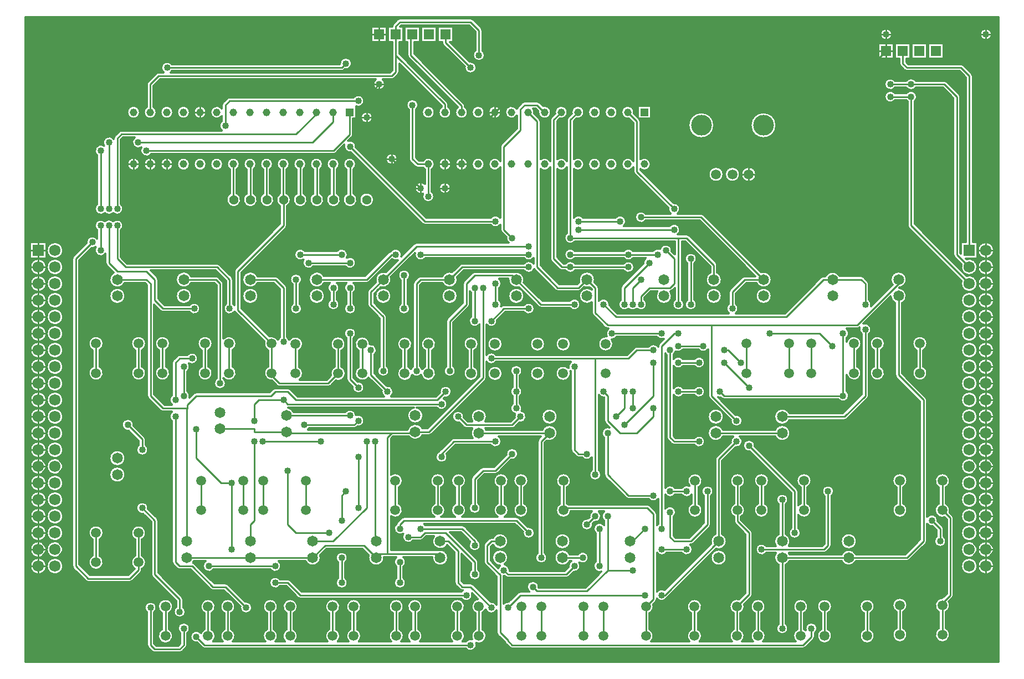
<source format=gbr>
G04 DesignSpark PCB Gerber Version 9.0 Build 5138 *
%FSLAX35Y35*%
%MOIN*%
%ADD13R,0.04563X0.04563*%
%ADD21R,0.06000X0.06000*%
%ADD23R,0.06791X0.06791*%
%ADD11C,0.01000*%
%ADD10C,0.01200*%
%ADD12C,0.04000*%
%ADD14C,0.04563*%
%ADD17C,0.05634*%
%ADD15C,0.05906*%
%ADD16C,0.06496*%
%ADD24C,0.06791*%
%ADD70C,0.12457*%
X0Y0D02*
D02*
D10*
X2800Y390998D02*
Y2958D01*
X588202*
Y390998*
X2800*
X5604Y255596D02*
X15596D01*
Y245604*
X5604*
Y255596*
X5604Y60600D02*
G75*
G02X15596I4996D01*
G01*
G75*
G02X5604I-4996*
G01*
Y70600D02*
G75*
G02X15596I4996D01*
G01*
G75*
G02X5604I-4996*
G01*
Y80600D02*
G75*
G02X15596I4996D01*
G01*
G75*
G02X5604I-4996*
G01*
Y90600D02*
G75*
G02X15596I4996D01*
G01*
G75*
G02X5604I-4996*
G01*
Y100600D02*
G75*
G02X15596I4996D01*
G01*
G75*
G02X5604I-4996*
G01*
Y110600D02*
G75*
G02X15596I4996D01*
G01*
G75*
G02X5604I-4996*
G01*
Y120600D02*
G75*
G02X15596I4996D01*
G01*
G75*
G02X5604I-4996*
G01*
Y130600D02*
G75*
G02X15596I4996D01*
G01*
G75*
G02X5604I-4996*
G01*
Y140600D02*
G75*
G02X15596I4996D01*
G01*
G75*
G02X5604I-4996*
G01*
Y150600D02*
G75*
G02X15596I4996D01*
G01*
G75*
G02X5604I-4996*
G01*
Y160600D02*
G75*
G02X15596I4996D01*
G01*
G75*
G02X5604I-4996*
G01*
Y170600D02*
G75*
G02X15596I4996D01*
G01*
G75*
G02X5604I-4996*
G01*
Y180600D02*
G75*
G02X15596I4996D01*
G01*
G75*
G02X5604I-4996*
G01*
Y190600D02*
G75*
G02X15596I4996D01*
G01*
G75*
G02X5604I-4996*
G01*
Y200600D02*
G75*
G02X15596I4996D01*
G01*
G75*
G02X5604I-4996*
G01*
Y210600D02*
G75*
G02X15596I4996D01*
G01*
G75*
G02X5604I-4996*
G01*
Y220600D02*
G75*
G02X15596I4996D01*
G01*
G75*
G02X5604I-4996*
G01*
Y230600D02*
G75*
G02X15596I4996D01*
G01*
G75*
G02X5604I-4996*
G01*
Y240600D02*
G75*
G02X15596I4996D01*
G01*
G75*
G02X5604I-4996*
G01*
X15604Y60600D02*
G75*
G02X25596I4996D01*
G01*
G75*
G02X15604I-4996*
G01*
Y70600D02*
G75*
G02X25596I4996D01*
G01*
G75*
G02X15604I-4996*
G01*
Y80600D02*
G75*
G02X25596I4996D01*
G01*
G75*
G02X15604I-4996*
G01*
Y90600D02*
G75*
G02X25596I4996D01*
G01*
G75*
G02X15604I-4996*
G01*
Y100600D02*
G75*
G02X25596I4996D01*
G01*
G75*
G02X15604I-4996*
G01*
Y110600D02*
G75*
G02X25596I4996D01*
G01*
G75*
G02X15604I-4996*
G01*
Y120600D02*
G75*
G02X25596I4996D01*
G01*
G75*
G02X15604I-4996*
G01*
Y130600D02*
G75*
G02X25596I4996D01*
G01*
G75*
G02X15604I-4996*
G01*
Y140600D02*
G75*
G02X25596I4996D01*
G01*
G75*
G02X15604I-4996*
G01*
Y150600D02*
G75*
G02X25596I4996D01*
G01*
G75*
G02X15604I-4996*
G01*
Y160600D02*
G75*
G02X25596I4996D01*
G01*
G75*
G02X15604I-4996*
G01*
Y170600D02*
G75*
G02X25596I4996D01*
G01*
G75*
G02X15604I-4996*
G01*
Y180600D02*
G75*
G02X25596I4996D01*
G01*
G75*
G02X15604I-4996*
G01*
Y190600D02*
G75*
G02X25596I4996D01*
G01*
G75*
G02X15604I-4996*
G01*
Y200600D02*
G75*
G02X25596I4996D01*
G01*
G75*
G02X15604I-4996*
G01*
Y210600D02*
G75*
G02X25596I4996D01*
G01*
G75*
G02X15604I-4996*
G01*
Y220600D02*
G75*
G02X25596I4996D01*
G01*
G75*
G02X15604I-4996*
G01*
Y230600D02*
G75*
G02X25596I4996D01*
G01*
G75*
G02X15604I-4996*
G01*
Y240600D02*
G75*
G02X25596I4996D01*
G01*
G75*
G02X15604I-4996*
G01*
Y250600D02*
G75*
G02X25596I4996D01*
G01*
G75*
G02X15604I-4996*
G01*
X555200Y78524D02*
G75*
G02X556700Y75600I-2100J-2924D01*
G01*
G75*
G02X549500I-3600*
G01*
G75*
G02X551000Y78524I3600*
G01*
Y82230*
X548683Y84548*
G75*
G02X545200Y85967I-583J3552*
G01*
Y75600*
G75*
G02X544585Y74115I-2100*
G01*
X534664Y64194*
G75*
G02X533176Y63579I-1485J1485*
G01*
X502470*
G75*
G02X493730I-4370J2100*
G01*
X462470*
G75*
G02X460200Y61309I-4370J2100*
G01*
Y26024*
G75*
G02X461700Y23100I-2100J-2924*
G01*
G75*
G02X454500I-3600*
G01*
G75*
G02X456000Y26024I3600*
G01*
Y61309*
G75*
G02X454157Y68500I2100J4370*
G01*
X448524*
G75*
G02X442000Y70600I-2924J2100*
G01*
G75*
G02X448524Y72700I3600*
G01*
X454157*
G75*
G02X456000Y79891I3943J2821*
G01*
Y97676*
G75*
G02X454500Y100600I2100J2924*
G01*
G75*
G02X461700I3600*
G01*
G75*
G02X460200Y97676I-3600*
G01*
Y79891*
G75*
G02X462043Y72700I-2100J-4370*
G01*
X482230*
X483500Y73970*
Y102676*
G75*
G02X482000Y105600I2100J2924*
G01*
G75*
G02X489200I3600*
G01*
G75*
G02X487700Y102676I-3600*
G01*
Y73100*
G75*
G02X487085Y71615I-2100*
G01*
X484585Y69115*
G75*
G02X483098Y68500I-1485J1485*
G01*
X462043*
G75*
G02X462470Y67779I-3943J-2822*
G01*
X493730*
G75*
G02X502470I4370J-2100*
G01*
X532309*
X541000Y76470*
Y159730*
X526615Y174115*
G75*
G02X526000Y175600I1485J1485*
G01*
Y218809*
G75*
G02X523267Y222797I2100J4370*
G01*
X506996Y206527*
G75*
G02X510200Y200176I1104J-3427*
G01*
Y163100*
G75*
G02X509585Y161615I-2100*
G01*
X497006Y149036*
G75*
G02X495519Y148421I-1485J1485*
G01*
X462470*
G75*
G02X453252Y150521I-4370J2100*
G01*
G75*
G02X462470Y152621I4848*
G01*
X494652*
X506000Y163970*
Y200176*
G75*
G02X504673Y204204I2100J2924*
G01*
X504585Y204115*
G75*
G02X503098Y203500I-1485J1485*
G01*
X496828*
G75*
G02X496794Y197676I-2133J-2900*
G01*
Y195643*
G75*
G02X505743Y194458I4396J-1184*
G01*
G75*
G02X503291Y190419I-4553*
G01*
Y180781*
G75*
G02X501191Y172189I-2100J-4039*
G01*
G75*
G02X496794Y175557J4553*
G01*
Y166024*
G75*
G02X498294Y163100I-2100J-2924*
G01*
G75*
G02X491770Y161000I-3600*
G01*
X423102*
G75*
G02X421615Y161615I-3J2100*
G01*
X421183Y162048*
G75*
G02X419496Y162173I-583J3553*
G01*
X430017Y151652*
G75*
G02X434200Y148100I583J-3552*
G01*
G75*
G02X427000I-3600*
G01*
G75*
G02X427048Y148683I3600J-1*
G01*
X414115Y161615*
G75*
G02X413500Y163100I1485J1485*
G01*
Y190967*
G75*
G02X407676Y191000I-2900J2133*
G01*
X398524*
G75*
G02X394115Y189821I-2924J2100*
G01*
G75*
G02X392700Y187676I-3515J779*
G01*
Y185233*
G75*
G02X398524Y185200I2900J-2133*
G01*
X405176*
G75*
G02X411700Y183100I2924J-2100*
G01*
G75*
G02X405176Y181000I-3600*
G01*
X398524*
G75*
G02X392700Y180967I-2924J2100*
G01*
Y167733*
G75*
G02X398524Y167700I2900J-2133*
G01*
X405176*
G75*
G02X411700Y165600I2924J-2100*
G01*
G75*
G02X405176Y163500I-3600*
G01*
X398524*
G75*
G02X392700Y163467I-2924J2100*
G01*
Y138970*
X393970Y137700*
X405176*
G75*
G02X411700Y135600I2924J-2100*
G01*
G75*
G02X405176Y133500I-3600*
G01*
X393102*
G75*
G02X391615Y134115I-3J2100*
G01*
X389115Y136615*
G75*
G02X388500Y138100I1485J1485*
G01*
Y187676*
G75*
G02X387700Y188467I2100J2924*
G01*
Y107733*
G75*
G02X393524Y107700I2900J-2133*
G01*
X397676*
G75*
G02X402405Y108715I2924J-2100*
G01*
G75*
G02X405600Y116511I3195J3244*
G01*
G75*
G02X407700Y107919J-4553*
G01*
Y98281*
G75*
G02X405600Y89689I-2100J-4039*
G01*
G75*
G02X403500Y98281J4553*
G01*
Y103467*
G75*
G02X397676Y103500I-2900J2133*
G01*
X393524*
G75*
G02X387700Y103467I-2924J2100*
G01*
Y95233*
G75*
G02X394200Y93100I2900J-2133*
G01*
G75*
G02X392700Y90176I-3600*
G01*
Y78970*
X393970Y77700*
X402230*
X411000Y86470*
Y102676*
G75*
G02X409500Y105600I2100J2924*
G01*
G75*
G02X416700I3600*
G01*
G75*
G02X415200Y102676I-3600*
G01*
Y85600*
G75*
G02X414585Y84115I-2100*
G01*
X404585Y74115*
G75*
G02X403098Y73500I-1485J1485*
G01*
X402733*
G75*
G02X404200Y70600I-2133J-2900*
G01*
G75*
G02X397676Y68500I-3600*
G01*
X388524*
G75*
G02X382700Y68467I-2924J2100*
G01*
Y45233*
G75*
G02X387511Y46151I2900J-2133*
G01*
X415277Y73917*
G75*
G02X417752Y79891I4575J1605*
G01*
Y124852*
G75*
G02X418367Y126337I2100*
G01*
X427048Y135017*
G75*
G02X427000Y135600I3553J584*
G01*
G75*
G02X428578Y138579I3600*
G01*
X422470*
G75*
G02X413252Y140679I-4370J2100*
G01*
G75*
G02X422470Y142779I4848*
G01*
X453730*
G75*
G02X462948Y140679I4370J-2100*
G01*
G75*
G02X453730Y138579I-4848*
G01*
X432622*
G75*
G02X430017Y132048I-2022J-2979*
G01*
X421952Y123982*
Y79891*
G75*
G02X418247Y70946I-2100J-4370*
G01*
X388916Y41615*
G75*
G02X388850Y41553I-1481J1491*
G01*
G75*
G02X382700Y40967I-3250J1547*
G01*
Y40679*
G75*
G02X382085Y39194I-2100*
G01*
X380532Y37641*
G75*
G02X378291Y32230I-4341J-1371*
G01*
Y22592*
G75*
G02X379270Y15200I-2100J-4039*
G01*
X402225*
G75*
G02X403205Y22592I3080J3353*
G01*
Y32230*
G75*
G02X405305Y40822I2100J4039*
G01*
G75*
G02X407405Y32230J-4553*
G01*
Y22592*
G75*
G02X408385Y15200I-2100J-4039*
G01*
X427815*
G75*
G02X428795Y22592I3080J3353*
G01*
Y32230*
G75*
G02X432267Y40611I2100J4039*
G01*
X436000Y44344*
Y79730*
X429706Y86024*
G75*
G02X429091Y87509I1485J1485*
G01*
Y90202*
G75*
G02Y98281I2100J4039*
G01*
Y107919*
G75*
G02X431191Y116511I2100J4039*
G01*
G75*
G02X433291Y107919J-4553*
G01*
Y98281*
G75*
G02Y90202I-2100J-4039*
G01*
Y88379*
X439585Y82085*
G75*
G02X440200Y80600I-1485J-1485*
G01*
Y43474*
G75*
G02X439585Y41989I-2100*
G01*
X435237Y37641*
G75*
G02X432995Y32230I-4341J-1371*
G01*
Y22592*
G75*
G02X433975Y15200I-2100J-4039*
G01*
X440473*
G75*
G02X441453Y22592I3080J3353*
G01*
Y32230*
G75*
G02X443553Y40822I2100J4039*
G01*
G75*
G02X445653Y32230J-4553*
G01*
Y22592*
G75*
G02X446633Y15200I-2100J-4039*
G01*
X466063*
G75*
G02X467043Y22592I3080J3353*
G01*
Y32230*
G75*
G02X469143Y40822I2100J4039*
G01*
G75*
G02X471243Y32230J-4553*
G01*
Y22592*
G75*
G02X472195Y21931I-2099J-4039*
G01*
G75*
G02X472000Y23100I3405J1169*
G01*
G75*
G02X479200I3600*
G01*
G75*
G02X477700Y20176I-3600*
G01*
Y18100*
G75*
G02X477085Y16615I-2100*
G01*
X472085Y11615*
G75*
G02X470598Y11000I-1485J1485*
G01*
X295602*
G75*
G02X294115Y11615I-3J2100*
G01*
X291615Y14115*
G75*
G02X291117Y14908I1485J1485*
G01*
X286910Y19115*
G75*
G02X286295Y20600I1485J1485*
G01*
Y33942*
G75*
G02X279726Y34345I-3195J1658*
G01*
G75*
G02X277700Y32230I-4126J1925*
G01*
Y22592*
G75*
G02X273997Y14291I-2100J-4039*
G01*
G75*
G02X267676Y11000I-3397J-1191*
G01*
X110602*
G75*
G02X109115Y11615I-3J2100*
G01*
X106183Y14548*
G75*
G02X102000Y18100I-583J3552*
G01*
G75*
G02X108445Y20306I3600*
G01*
G75*
G02X110547Y22592I4202J-1753*
G01*
Y32230*
G75*
G02X112647Y40822I2100J4039*
G01*
G75*
G02X114747Y32230J-4553*
G01*
Y22592*
G75*
G02X115727Y15200I-2100J-4039*
G01*
X121477*
G75*
G02X122457Y22592I3080J3353*
G01*
Y32230*
G75*
G02X124557Y40822I2100J4039*
G01*
G75*
G02X126657Y32230J-4553*
G01*
Y22592*
G75*
G02X127637Y15200I-2100J-4039*
G01*
X147067*
G75*
G02X148047Y22592I3080J3353*
G01*
Y32230*
G75*
G02X150147Y40822I2100J4039*
G01*
G75*
G02X152247Y32230J-4553*
G01*
Y22592*
G75*
G02X153227Y15200I-2100J-4039*
G01*
X158977*
G75*
G02X159957Y22592I3080J3353*
G01*
Y32230*
G75*
G02X162057Y40822I2100J4039*
G01*
G75*
G02X164157Y32230J-4553*
G01*
Y22592*
G75*
G02X165137Y15200I-2100J-4039*
G01*
X184567*
G75*
G02X185547Y22592I3080J3353*
G01*
Y32230*
G75*
G02X187647Y40822I2100J4039*
G01*
G75*
G02X189747Y32230J-4553*
G01*
Y22592*
G75*
G02X190727Y15200I-2100J-4039*
G01*
X197225*
G75*
G02X198205Y22592I3080J3353*
G01*
Y32230*
G75*
G02X200305Y40822I2100J4039*
G01*
G75*
G02X202405Y32230J-4553*
G01*
Y22592*
G75*
G02X203385Y15200I-2100J-4039*
G01*
X222815*
G75*
G02X223795Y22592I3080J3353*
G01*
Y32230*
G75*
G02X225895Y40822I2100J4039*
G01*
G75*
G02X227995Y32230J-4553*
G01*
Y22592*
G75*
G02X228975Y15200I-2100J-4039*
G01*
X233977*
G75*
G02X234957Y22592I3080J3353*
G01*
Y32230*
G75*
G02X237057Y40822I2100J4039*
G01*
G75*
G02X239157Y32230J-4553*
G01*
Y22592*
G75*
G02X240137Y15200I-2100J-4039*
G01*
X259567*
G75*
G02X260547Y22592I3080J3353*
G01*
Y32230*
G75*
G02X262647Y40822I2100J4039*
G01*
G75*
G02X264747Y32230J-4553*
G01*
Y22592*
G75*
G02X265727Y15200I-2100J-4039*
G01*
X267676*
G75*
G02X271493Y16587I2924J-2100*
G01*
G75*
G02X273500Y22592I4107J1965*
G01*
Y32230*
G75*
G02X274954Y40776I2100J4039*
G01*
X271527Y44204*
G75*
G02X265176Y41000I-3427J-1104*
G01*
X168102*
G75*
G02X166615Y41615I-3J2100*
G01*
X159730Y48500*
X156024*
G75*
G02X149500Y50600I-2924J2100*
G01*
G75*
G02X156024Y52700I3600*
G01*
X160598*
G75*
G02X162085Y52085I3J-2100*
G01*
X168970Y45200*
X265176*
G75*
G02X265967Y46000I2924J-2100*
G01*
X265602*
G75*
G02X264115Y46615I-3J2100*
G01*
X261615Y49115*
G75*
G02X261000Y50600I1485J1485*
G01*
Y68904*
X256641Y73262*
G75*
G02X247504Y75521I-4289J2259*
G01*
G75*
G02X248527Y78500I4848J0*
G01*
X243970*
X242085Y76615*
G75*
G02X240598Y76000I-1485J1485*
G01*
X236024*
G75*
G02X230120Y80120I-2924J2100*
G01*
G75*
G02X226051Y86060I-2020J2979*
G01*
G75*
G02X226615Y87085I2049J-459*
G01*
X229115Y89585*
G75*
G02X230602Y90200I1485J-1485*
G01*
X248800*
G75*
G02X248795Y98281I2096J4042*
G01*
Y107919*
G75*
G02X250895Y116511I2100J4039*
G01*
G75*
G02X252995Y107919J-4553*
G01*
Y98281*
G75*
G02X252991Y90200I-2100J-4039*
G01*
X261274*
G75*
G02X261269Y98281I2096J4042*
G01*
Y107919*
G75*
G02X263369Y116511I2100J4039*
G01*
G75*
G02X265469Y107919J-4553*
G01*
Y98281*
G75*
G02X265465Y90200I-2100J-4039*
G01*
X286864*
G75*
G02X286860Y98281I2096J4042*
G01*
Y107919*
G75*
G02X288960Y116511I2100J4039*
G01*
G75*
G02X291060Y107919J-4553*
G01*
Y98281*
G75*
G02X291056Y90200I-2100J-4039*
G01*
X298098*
G75*
G02X299585Y89585I3J-2100*
G01*
X305017Y84152*
G75*
G02X309200Y80600I583J-3552*
G01*
G75*
G02X302000I-3600*
G01*
G75*
G02X302048Y81183I3600J-1*
G01*
X297230Y86000*
X242733*
G75*
G02X243524Y85200I-2133J-2900*
G01*
X265598*
G75*
G02X267085Y84585I3J-2100*
G01*
X274585Y77085*
G75*
G02X275149Y76060I-1486J-1485*
G01*
G75*
G02X276700Y73100I-2049J-2960*
G01*
G75*
G02X269500I-3600*
G01*
G75*
G02X270330Y75400I3600*
G01*
X264730Y81000*
X258170*
X274585Y64585*
G75*
G02X275200Y63100I-1485J-1485*
G01*
Y58524*
G75*
G02X276700Y55600I-2100J-2924*
G01*
G75*
G02X269500I-3600*
G01*
G75*
G02X271000Y58524I3600*
G01*
Y62230*
X265200Y68030*
Y51470*
X266470Y50200*
X270598*
G75*
G02X272085Y49585I3J-2100*
G01*
X282517Y39152*
G75*
G02X286295Y37258I583J-3552*
G01*
Y54435*
X279115Y61615*
G75*
G02X278500Y63100I1485J1485*
G01*
Y73021*
G75*
G02X279115Y74506I2100*
G01*
X281615Y77006*
G75*
G02X283102Y77621I1485J-1485*
G01*
X284026*
G75*
G02X293243Y75521I4370J-2100*
G01*
G75*
G02X284026Y73421I-4848*
G01*
X283970*
X282700Y72152*
Y63970*
X287250Y59419*
G75*
G02X288256Y60833I3350J-1319*
G01*
G75*
G02X283547Y65679I139J4846*
G01*
G75*
G02X293243I4848*
G01*
G75*
G02X291112Y61663I-4848*
G01*
G75*
G02X294200Y58100I-512J-3563*
G01*
G75*
G02X294178Y57700I-3600J1*
G01*
X327230*
X329548Y60017*
G75*
G02X329500Y60600I3553J584*
G01*
G75*
G02X331078Y63579I3600*
G01*
X330265*
G75*
G02X321047Y65679I-4370J2100*
G01*
G75*
G02X330265Y67779I4848*
G01*
X335176*
G75*
G02X341700Y65679I2924J-2100*
G01*
G75*
G02X335965Y62781I-3600*
G01*
G75*
G02X332517Y57048I-2865J-2181*
G01*
X329585Y54115*
G75*
G02X328098Y53500I-1485J1485*
G01*
X293102*
G75*
G02X291615Y54115I-3J2100*
G01*
X291183Y54548*
G75*
G02X290495Y54502I-583J3553*
G01*
Y38085*
G75*
G02X293683Y39152I2605J-2485*
G01*
X299115Y44585*
G75*
G02X300602Y45200I1485J-1485*
G01*
X305967*
G75*
G02X304500Y48100I2133J2900*
G01*
G75*
G02X311700I3600*
G01*
G75*
G02X311678Y47700I-3600J1*
G01*
X339730*
X349204Y57173*
G75*
G02X346000Y63524I-1104J3427*
G01*
Y80176*
G75*
G02X344500Y83100I2100J2924*
G01*
G75*
G02X351000Y85233I3600*
G01*
Y87676*
G75*
G02X350967Y93500I2100J2924*
G01*
X347733*
G75*
G02X345017Y87048I-2133J-2900*
G01*
X344152Y86183*
G75*
G02X344200Y85600I-3553J-584*
G01*
G75*
G02X337000I-3600*
G01*
G75*
G02X341183Y89152I3600*
G01*
X342048Y90017*
G75*
G02X342000Y90600I3553J584*
G01*
G75*
G02X343467Y93500I3600*
G01*
X330952*
G75*
G02X321907Y94242I-4492J742*
G01*
G75*
G02X324360Y98281I4553*
G01*
Y107919*
G75*
G02X326460Y116511I2100J4039*
G01*
G75*
G02X328560Y107919J-4553*
G01*
Y98281*
G75*
G02X329421Y97700I-2100J-4039*
G01*
X376956*
G75*
G02X378443Y97085I3J-2100*
G01*
X382085Y93443*
G75*
G02X382700Y91958I-1485J-1485*
G01*
Y85233*
G75*
G02X383500Y86024I2900J-2133*
G01*
Y100967*
G75*
G02X377676Y101000I-2900J2133*
G01*
X365602*
G75*
G02X364115Y101615I-3J2100*
G01*
X351615Y114115*
G75*
G02X351000Y115600I1485J1485*
G01*
Y137676*
G75*
G02X354204Y144027I2100J2924*
G01*
X351615Y146615*
G75*
G02X351000Y148100I1485J1485*
G01*
Y162022*
G75*
G02X347700Y163467I-400J3578*
G01*
Y118524*
G75*
G02X349200Y115600I-2100J-2924*
G01*
G75*
G02X342000I-3600*
G01*
G75*
G02X343500Y118524I3600*
G01*
Y125967*
G75*
G02X337676Y126000I-2900J2133*
G01*
X335602*
G75*
G02X334115Y126615I-3J2100*
G01*
X331615Y129115*
G75*
G02X331000Y130600I1485J1485*
G01*
Y177676*
G75*
G02X330676Y177939I2102J2924*
G01*
G75*
G02X326335Y172013I-4341J-1373*
G01*
G75*
G02Y181119J4553*
G01*
G75*
G02X329606Y179732J-4553*
G01*
G75*
G02X330967Y183500I3494J868*
G01*
X286024*
G75*
G02X280200Y183467I-2924J2100*
G01*
Y173909*
G75*
G02X279585Y172424I-2100*
G01*
X247085Y139924*
G75*
G02X245598Y139309I-1485J1485*
G01*
X241722*
G75*
G02X233474Y138500I-4370J2100*
G01*
X223970*
X222700Y137230*
Y115692*
G75*
G02X229857Y111958I2605J-3734*
G01*
G75*
G02X227405Y107919I-4553*
G01*
Y98281*
G75*
G02X225305Y89689I-2100J-4039*
G01*
G75*
G02X222700Y90508I0J4553*
G01*
Y70220*
X250654*
G75*
G02X257200Y65679I1698J-4541*
G01*
G75*
G02X247504I-4848*
G01*
G75*
G02X247513Y65980I4849J-1*
G01*
X230259*
G75*
G02X230200Y60176I-2159J-2880*
G01*
Y53524*
G75*
G02X231700Y50600I-2100J-2924*
G01*
G75*
G02X224500I-3600*
G01*
G75*
G02X226000Y53524I3600*
G01*
Y60176*
G75*
G02X225941Y65980I2100J2924*
G01*
X218687*
G75*
G02X218696Y65679I-4839J-302*
G01*
G75*
G02X209000I-4848*
G01*
G75*
G02X209273Y67283I4848J0*
G01*
X205557Y71000*
X183970*
X180195Y67225*
G75*
G02X171230Y63579I-4595J-1546*
G01*
X155122*
G75*
G02X156700Y60600I-2022J-2979*
G01*
G75*
G02X150176Y58500I-3600*
G01*
X116024*
G75*
G02X109500Y60600I-2924J2100*
G01*
G75*
G02X111078Y63579I3600*
G01*
X104222*
G75*
G02X103624Y62633I-4370J2100*
G01*
G75*
G02X104585Y62085I-524J-2033*
G01*
X116470Y50200*
X123098*
G75*
G02X124585Y49585I3J-2100*
G01*
X135017Y39152*
G75*
G02X139200Y35600I583J-3552*
G01*
G75*
G02X132000I-3600*
G01*
G75*
G02X132048Y36183I3600J-1*
G01*
X122230Y46000*
X115602*
G75*
G02X114115Y46615I-3J2100*
G01*
X102230Y58500*
X95602*
G75*
G02X94115Y59115I-3J2100*
G01*
X91615Y61615*
G75*
G02X91000Y63100I1485J1485*
G01*
Y147676*
G75*
G02X90967Y153500I2100J2924*
G01*
X85602*
G75*
G02X84115Y154115I-3J2100*
G01*
X76615Y161615*
G75*
G02X76000Y163100I1485J1485*
G01*
Y229730*
X74809Y230921*
X62470*
G75*
G02X53252Y233021I-4370J2100*
G01*
G75*
G02X55893Y237337I4848*
G01*
X51615Y241615*
G75*
G02X51000Y243100I1485J1485*
G01*
Y248467*
G75*
G02X45120Y252620I-2900J2133*
G01*
G75*
G02X42517Y252048I-2020J2980*
G01*
X35200Y244730*
Y61470*
X41470Y55200*
X64730*
X68514Y58983*
G75*
G02X68795Y66903I2381J3880*
G01*
Y76541*
G75*
G02X70895Y85133I2100J4039*
G01*
G75*
G02X72995Y76541J-4553*
G01*
Y66903*
G75*
G02Y58824I-2100J-4039*
G01*
Y58395*
G75*
G02X72380Y56910I-2100*
G01*
X67085Y51615*
G75*
G02X65598Y51000I-1485J1485*
G01*
X40602*
G75*
G02X39115Y51615I-3J2100*
G01*
X31615Y59115*
G75*
G02X31000Y60600I1485J1485*
G01*
Y245600*
G75*
G02X31615Y247085I2100*
G01*
X39548Y255017*
G75*
G02X39500Y255600I3553J584*
G01*
G75*
G02X46000Y257733I3600*
G01*
Y262676*
G75*
G02X44500Y265600I2100J2924*
G01*
G75*
G02X50600Y268191I3600*
G01*
G75*
G02X55600I2500J-2591*
G01*
G75*
G02X61700Y265600I2500J-2591*
G01*
G75*
G02X60200Y262676I-3600*
G01*
Y246470*
X63970Y242700*
X118098*
G75*
G02X119585Y242085I3J-2100*
G01*
X127085Y234585*
G75*
G02X127700Y233100I-1485J-1485*
G01*
Y218524*
G75*
G02X128500Y217733I-2100J-2924*
G01*
Y238100*
G75*
G02X129115Y239585I2100*
G01*
X156000Y266470*
Y277151*
G75*
G02X155781Y284796I2100J3886*
G01*
Y299210*
G75*
G02X154000Y302474I2100J3264*
G01*
G75*
G02X161763I3881*
G01*
G75*
G02X159981Y299210I-3881*
G01*
Y285033*
G75*
G02X160200Y277151I-1881J-3996*
G01*
Y265600*
G75*
G02X159585Y264115I-2100*
G01*
X132700Y237230*
Y215623*
X149524Y198800*
G75*
G02X154741Y196895I1371J-4341*
G01*
G75*
G02X156000Y198524I3359J-1295*
G01*
Y227230*
X152309Y230921*
X142470*
G75*
G02X133252Y233021I-4370J2100*
G01*
G75*
G02X142470Y235121I4848*
G01*
X153176*
G75*
G02X154664Y234506I3J-2100*
G01*
X159585Y229585*
G75*
G02X160200Y228100I-1485J-1485*
G01*
Y198524*
G75*
G02X161500Y196783I-2100J-2924*
G01*
G75*
G02X169857Y194283I3805J-2500*
G01*
G75*
G02X167405Y190243I-4553*
G01*
Y180606*
G75*
G02X167709Y172700I-2100J-4039*
G01*
X184059*
X186554Y175195*
G75*
G02X188795Y180606I4341J1371*
G01*
Y190243*
G75*
G02X190895Y198835I2100J4039*
G01*
G75*
G02X192995Y190243J-4553*
G01*
Y180606*
G75*
G02X189524Y172225I-2100J-4039*
G01*
X186414Y169115*
G75*
G02X184927Y168500I-1485J1485*
G01*
X155602*
G75*
G02X154115Y169115I-3J2100*
G01*
X151039Y172191*
G75*
G02X150895Y172189I-147J4555*
G01*
G75*
G02X148795Y180781J4553*
G01*
Y190419*
G75*
G02X146554Y195830I2100J4039*
G01*
X129115Y213269*
G75*
G02X128724Y213811I1486J1485*
G01*
G75*
G02X122000Y215600I-3124J1789*
G01*
G75*
G02X123500Y218524I3600*
G01*
Y232230*
X117230Y238500*
X78170*
X82085Y234585*
G75*
G02X82700Y233100I-1485J-1485*
G01*
Y221470*
X86470Y217700*
X101475*
G75*
G02X107999Y215600I2924J-2100*
G01*
G75*
G02X101475Y213500I-3600*
G01*
X85602*
G75*
G02X84115Y214115I-3J2100*
G01*
X80200Y218030*
Y163970*
X86470Y157700*
X90967*
G75*
G02X91000Y163524I2133J2900*
G01*
Y183100*
G75*
G02X91615Y184585I2100*
G01*
X94115Y187085*
G75*
G02X95602Y187700I1485J-1485*
G01*
X100176*
G75*
G02X106700Y185600I2924J-2100*
G01*
G75*
G02X101080Y182620I-3600*
G01*
G75*
G02X100200Y177676I-2980J-2020*
G01*
Y166024*
G75*
G02X101527Y161996I-2100J-2924*
G01*
X104115Y164585*
G75*
G02X105602Y165200I1485J-1485*
G01*
X149730*
X151615Y167085*
G75*
G02X153102Y167700I1485J-1485*
G01*
X160598*
G75*
G02X162085Y167085I3J-2100*
G01*
X166470Y162700*
X218467*
G75*
G02X217000Y165600I2133J2900*
G01*
G75*
G02X217048Y166183I3600J-1*
G01*
X209207Y174024*
G75*
G02X200877Y176566I-3777J2543*
G01*
G75*
G02X203330Y180606I4553*
G01*
Y190243*
G75*
G02X205430Y198835I2100J4039*
G01*
G75*
G02X209983Y194283J-4553*
G01*
G75*
G02X209981Y194146I-4549J-2*
G01*
G75*
G02X212700Y187676I619J-3546*
G01*
Y176470*
X220017Y169152*
G75*
G02X222733Y162700I583J-3552*
G01*
X249730*
X252048Y165017*
G75*
G02X252000Y165600I3553J584*
G01*
G75*
G02X259200I3600*
G01*
G75*
G02X255017Y162048I-3600*
G01*
X254419Y161450*
G75*
G02X256700Y158100I-1319J-3350*
G01*
G75*
G02X250176Y156000I-3600*
G01*
X238328*
G75*
G02X242200Y151251I-976J-4749*
G01*
G75*
G02X232504I-4848*
G01*
G75*
G02X236376Y156000I4848*
G01*
X160828*
G75*
G02X164222Y153351I-976J-4749*
G01*
X195176*
G75*
G02X201696Y151415I2924J-2100*
G01*
G75*
G02X206700Y148100I1404J-3315*
G01*
G75*
G02X202517Y144548I-3600*
G01*
X202085Y144115*
G75*
G02X200598Y143500I-1485J1485*
G01*
X173524*
G75*
G02X172733Y142700I-2924J2100*
G01*
X232679*
G75*
G02X241722Y143509I4673J-1291*
G01*
X244730*
X276000Y174778*
Y205967*
G75*
G02X269500Y208100I-2900J2133*
G01*
G75*
G02X271000Y211024I3600*
G01*
Y225176*
G75*
G02X270200Y225967I2100J2924*
G01*
Y218100*
G75*
G02X269585Y216615I-2100*
G01*
X260200Y207230*
Y181024*
G75*
G02X261700Y178100I-2100J-2924*
G01*
G75*
G02X254500I-3600*
G01*
G75*
G02X256000Y181024I3600*
G01*
Y208100*
G75*
G02X256615Y209585I2100*
G01*
X266000Y218970*
Y230600*
G75*
G02X266615Y232085I2100*
G01*
X271615Y237085*
G75*
G02X273102Y237700I1485J-1485*
G01*
X295519*
G75*
G02X296334Y237536I2J-2100*
G01*
G75*
G02X302675Y231417I1766J-4515*
G01*
X313891Y220200*
X330176*
G75*
G02X336700Y218100I2924J-2100*
G01*
G75*
G02X330176Y216000I-3600*
G01*
X313024*
G75*
G02X311536Y216615I-3J2100*
G01*
X299705Y228446*
G75*
G02X293276Y233500I-1604J4575*
G01*
X287733*
G75*
G02X287700Y227676I-2133J-2900*
G01*
Y221024*
G75*
G02X289027Y216996I-2100J-2924*
G01*
X289115Y217085*
G75*
G02X290602Y217700I1485J-1485*
G01*
X302676*
G75*
G02X309200Y215600I2924J-2100*
G01*
G75*
G02X302676Y213500I-3600*
G01*
X291470*
X286652Y208683*
G75*
G02X286700Y208100I-3553J-584*
G01*
G75*
G02X280200Y205967I-3600*
G01*
Y187733*
G75*
G02X286024Y187700I2900J-2133*
G01*
X364730*
X369115Y192085*
G75*
G02X370602Y192700I1485J-1485*
G01*
X377676*
G75*
G02X383500Y192733I2924J-2100*
G01*
Y193100*
G75*
G02X384115Y194585I2100*
G01*
X386704Y197173*
G75*
G02X382676Y198500I-1104J3427*
G01*
X358524*
G75*
G02X355578Y197000I-2924J2100*
G01*
G75*
G02X351925Y189730I-3653J-2717*
G01*
G75*
G02Y198835J4553*
G01*
G75*
G02X352481Y198801I-1J-4552*
G01*
G75*
G02X353467Y203500I3119J1799*
G01*
X353102*
G75*
G02X351615Y204115I-3J2100*
G01*
X344115Y211615*
G75*
G02X343500Y213100I1485J1485*
G01*
Y219294*
G75*
G02X335752Y223179I-2900J3885*
G01*
G75*
G02X343500Y227064I4848*
G01*
Y227152*
X342205Y228446*
G75*
G02X338937Y228467I-1605J4575*
G01*
X337085Y226615*
G75*
G02X335598Y226000I-1485J1485*
G01*
X323024*
G75*
G02X321536Y226615I-3J2100*
G01*
X316615Y231536*
G75*
G02X316315Y231915I1485J1483*
G01*
X309115Y239115*
G75*
G02X308955Y239294I1485J1483*
G01*
G75*
G02X302676Y238500I-3355J1306*
G01*
X266423*
X262550Y234626*
G75*
G02X253605Y230921I-4575J-1605*
G01*
X241470*
X240200Y229652*
Y181024*
G75*
G02X241547Y179137I-2100J-2924*
G01*
G75*
G02X243205Y180606I3757J-2571*
G01*
Y190243*
G75*
G02X245305Y198835I2100J4039*
G01*
G75*
G02X247405Y190243J-4553*
G01*
Y180606*
G75*
G02X245305Y172013I-2100J-4039*
G01*
G75*
G02X240826Y175748J4553*
G01*
G75*
G02X235477Y175634I-2726J2352*
G01*
G75*
G02X226468Y176566I-4456J932*
G01*
G75*
G02X228920Y180606I4553*
G01*
Y190243*
G75*
G02X231020Y198835I2100J4039*
G01*
G75*
G02X233120Y190243J-4553*
G01*
Y180606*
G75*
G02X234692Y179259I-2100J-4040*
G01*
G75*
G02X236000Y181024I3409J-1159*
G01*
Y230521*
G75*
G02X236615Y232006I2100*
G01*
X239115Y234506*
G75*
G02X240602Y235121I1485J-1485*
G01*
X253605*
G75*
G02X259580Y237596I4370J-2100*
G01*
X264069Y242085*
G75*
G02X265556Y242700I1485J-1485*
G01*
X302676*
G75*
G02X308500Y242733I2924J-2100*
G01*
Y245967*
G75*
G02X302676Y246000I-2900J2133*
G01*
X243524*
G75*
G02X237139Y249090I-2924J2100*
G01*
X222675Y234626*
G75*
G02X216495Y228446I-4575J-1605*
G01*
X212700Y224652*
Y218970*
X219585Y212085*
G75*
G02X220200Y210600I-1485J-1485*
G01*
Y181024*
G75*
G02X221700Y178100I-2100J-2924*
G01*
G75*
G02X214500I-3600*
G01*
G75*
G02X216000Y181024I3600*
G01*
Y209730*
X209115Y216615*
G75*
G02X208500Y218100I1485J1485*
G01*
Y225521*
G75*
G02X209115Y227006I2100*
G01*
X213525Y231417*
G75*
G02X219705Y237596I4575J1605*
G01*
X226823Y244714*
G75*
G02X223300Y245330I-1223J3385*
G01*
X209585Y231615*
G75*
G02X208098Y231000I-1485J1485*
G01*
X200233*
G75*
G02X200200Y225176I-2133J-2900*
G01*
Y218524*
G75*
G02X201700Y215600I-2100J-2924*
G01*
G75*
G02X194500I-3600*
G01*
G75*
G02X196000Y218524I3600*
G01*
Y225176*
G75*
G02X195967Y231000I2100J2924*
G01*
X190233*
G75*
G02X190200Y225176I-2133J-2900*
G01*
Y221024*
G75*
G02X191700Y218100I-2100J-2924*
G01*
G75*
G02X184500I-3600*
G01*
G75*
G02X186000Y221024I3600*
G01*
Y225176*
G75*
G02X185967Y231000I2100J2924*
G01*
X182507*
G75*
G02X173252Y233021I-4407J2021*
G01*
G75*
G02X182431Y235200I4848*
G01*
X207230*
X221615Y249585*
G75*
G02X222640Y250149I1485J-1485*
G01*
G75*
G02X228986Y246877I2960J-2048*
G01*
X236694Y254585*
G75*
G02X238181Y255200I1485J-1485*
G01*
X293467*
G75*
G02X292000Y258100I2133J2900*
G01*
G75*
G02X292048Y258683I3600J-1*
G01*
X289115Y261615*
G75*
G02X288500Y263100I1485J1485*
G01*
Y265967*
G75*
G02X282676Y266000I-2900J2133*
G01*
X243102*
G75*
G02X241615Y266615I-3J2100*
G01*
X198683Y309548*
G75*
G02X194673Y314204I-583J3553*
G01*
X189585Y309115*
G75*
G02X188098Y308500I-1485J1485*
G01*
X78524*
G75*
G02X72620Y312620I-2924J2100*
G01*
G75*
G02X68467Y318500I-2020J2980*
G01*
X61470*
X60200Y317230*
Y278524*
G75*
G02X61700Y275600I-2100J-2924*
G01*
G75*
G02X55600Y273009I-3600*
G01*
G75*
G02X50600I-2500J2591*
G01*
G75*
G02X44500Y275600I-2500J2591*
G01*
G75*
G02X46000Y278524I3600*
G01*
Y307676*
G75*
G02X50120Y313580I2100J2924*
G01*
G75*
G02X56000Y317733I2980J2020*
G01*
Y318100*
G75*
G02X56615Y319585I2100*
G01*
X59115Y322085*
G75*
G02X60602Y322700I1485J-1485*
G01*
X120967*
G75*
G02X121000Y328524I2133J2900*
G01*
Y331415*
G75*
G02X114000Y333726I-3119J2311*
G01*
G75*
G02X121000Y336037I3881*
G01*
Y338100*
G75*
G02X121615Y339585I2100*
G01*
X124115Y342085*
G75*
G02X125602Y342700I1485J-1485*
G01*
X200176*
G75*
G02X206700Y340600I2924J-2100*
G01*
G75*
G02X201761Y337258I-3600*
G01*
Y329844*
X199981*
Y320381*
G75*
G02X199367Y318896I-2100*
G01*
X196996Y316527*
G75*
G02X201700Y313100I1104J-3427*
G01*
G75*
G02X201652Y312517I-3600J1*
G01*
X243970Y270200*
X282676*
G75*
G02X288500Y270233I2924J-2100*
G01*
Y300491*
G75*
G02X281281Y302474I-3337J1983*
G01*
G75*
G02X288500Y304457I3881*
G01*
Y313100*
G75*
G02X289115Y314585I2100*
G01*
X298500Y323970*
Y331743*
G75*
G02X291281Y333726I-3337J1983*
G01*
G75*
G02X298503Y335704I3881*
G01*
G75*
G02X299115Y337085I2097J-104*
G01*
X301615Y339585*
G75*
G02X303102Y340200I1485J-1485*
G01*
X310598*
G75*
G02X312085Y339585I3J-2100*
G01*
X314187Y337483*
G75*
G02X319044Y333726I976J-3757*
G01*
G75*
G02X311281I-3881*
G01*
G75*
G02X311339Y334391I3882J0*
G01*
X309730Y336000*
X308309*
G75*
G02X308956Y332903I-3145J-2274*
G01*
X312085Y329774*
G75*
G02X312700Y328289I-1485J-1485*
G01*
Y305474*
G75*
G02X318500Y304457I2463J-3000*
G01*
Y329163*
G75*
G02X319115Y330648I2100*
G01*
X321370Y332903*
G75*
G02X321281Y333726I3793J823*
G01*
G75*
G02X329044I3881*
G01*
G75*
G02X324340Y329933I-3881*
G01*
X322700Y328293*
Y305474*
G75*
G02X328500Y304457I2463J-3000*
G01*
Y329163*
G75*
G02X329115Y330648I2100*
G01*
X331370Y332903*
G75*
G02X331281Y333726I3793J823*
G01*
G75*
G02X339044I3881*
G01*
G75*
G02X334340Y329933I-3881*
G01*
X332700Y328293*
Y305474*
G75*
G02X339044Y302474I2463J-3000*
G01*
G75*
G02X332700Y299474I-3881*
G01*
Y270233*
G75*
G02X338524Y270200I2900J-2133*
G01*
X357676*
G75*
G02X364200Y268100I2924J-2100*
G01*
G75*
G02X362733Y265200I-3600*
G01*
X390176*
G75*
G02X396700Y263100I2924J-2100*
G01*
G75*
G02X395233Y260200I-3600*
G01*
X400598*
G75*
G02X402085Y259585I3J-2100*
G01*
X418398Y243272*
G75*
G02X419013Y241787I-1485J-1485*
G01*
Y237391*
G75*
G02X421761Y233021I-2100J-4370*
G01*
G75*
G02X412065I-4848*
G01*
G75*
G02X414813Y237391I4848*
G01*
Y240918*
X399730Y256000*
X397700*
Y221024*
G75*
G02X399200Y218100I-2100J-2924*
G01*
G75*
G02X392000I-3600*
G01*
G75*
G02X393500Y221024I3600*
G01*
Y228030*
X392085Y226615*
G75*
G02X390845Y226014I-1485J1485*
G01*
G75*
G02X391761Y223179I-3932J-2835*
G01*
G75*
G02X382065I-4848*
G01*
G75*
G02X382970Y226000I4848*
G01*
X378970*
X375200Y222230*
Y221024*
G75*
G02X376700Y218100I-2100J-2924*
G01*
G75*
G02X370600Y215509I-3600*
G01*
G75*
G02X365600I-2500J2591*
G01*
G75*
G02X359500Y218100I-2500J2591*
G01*
G75*
G02X361000Y221024I3600*
G01*
Y228100*
G75*
G02X361615Y229585I2100*
G01*
X374548Y242517*
G75*
G02X374500Y243100I3553J584*
G01*
G75*
G02X375967Y246000I3600*
G01*
X368524*
G75*
G02X362676I-2924J2100*
G01*
X333524*
G75*
G02X327000Y248100I-2924J2100*
G01*
G75*
G02X333524Y250200I3600*
G01*
X362676*
G75*
G02X368524I2924J-2100*
G01*
X380176*
G75*
G02X384585Y251379I2924J-2100*
G01*
G75*
G02X391700Y250600I3515J-779*
G01*
G75*
G02X391652Y250017I-3600J1*
G01*
X393500Y248170*
Y256000*
X333524*
G75*
G02X327000Y258100I-2924J2100*
G01*
G75*
G02X328500Y261024I3600*
G01*
Y300491*
G75*
G02X322700Y299474I-3337J1983*
G01*
Y246470*
X326470Y242700*
X327676*
G75*
G02X333524I2924J-2100*
G01*
X362676*
G75*
G02X369200Y240600I2924J-2100*
G01*
G75*
G02X362676Y238500I-3600*
G01*
X333524*
G75*
G02X327676I-2924J2100*
G01*
X325602*
G75*
G02X324115Y239115I-3J2100*
G01*
X319115Y244115*
G75*
G02X318500Y245600I1485J1485*
G01*
Y300491*
G75*
G02X312700Y299474I-3337J1983*
G01*
Y241470*
X319585Y234585*
G75*
G02X319885Y234206I-1485J-1483*
G01*
X323891Y230200*
X334730*
X336005Y231475*
G75*
G02X335752Y233021I4594J1546*
G01*
G75*
G02X345448I4848*
G01*
G75*
G02X345175Y231417I-4848J0*
G01*
X347085Y229506*
G75*
G02X347700Y228021I-1485J-1485*
G01*
Y220233*
G75*
G02X354200Y218100I2900J-2133*
G01*
G75*
G02X354152Y217517I-3600J1*
G01*
X358970Y212700*
X425967*
G75*
G02X426000Y218524I2133J2900*
G01*
Y225521*
G75*
G02X426615Y227006I2100*
G01*
X434115Y234506*
G75*
G02X435602Y235121I1485J-1485*
G01*
X441843*
X408464Y268500*
X376024*
G75*
G02X369500Y270600I-2924J2100*
G01*
G75*
G02X376024Y272700I3600*
G01*
X390967*
G75*
G02X389500Y275600I2133J2900*
G01*
G75*
G02X389548Y276183I3600J-1*
G01*
X369115Y296615*
G75*
G02X368500Y298100I1485J1485*
G01*
Y300491*
G75*
G02X361281Y302474I-3337J1983*
G01*
G75*
G02X368500Y304457I3881*
G01*
Y327419*
X365986Y329933*
G75*
G02X361281Y333726I-823J3793*
G01*
G75*
G02X369044I3881*
G01*
G75*
G02X368956Y332903I-3881J0*
G01*
X371281Y330578*
Y337608*
X379045*
Y329844*
X372015*
X372085Y329774*
G75*
G02X372700Y328289I-1485J-1485*
G01*
Y305474*
G75*
G02X379044Y302474I2463J-3000*
G01*
G75*
G02X372700Y299474I-3881*
G01*
Y298970*
X392517Y279152*
G75*
G02X395233Y272700I583J-3552*
G01*
X409331*
G75*
G02X410819Y272085I3J-2100*
G01*
X445308Y237596*
G75*
G02X451761Y233021I1605J-4575*
G01*
G75*
G02X442543Y230921I-4848*
G01*
X436470*
X430200Y224652*
Y218524*
G75*
G02X430233Y212700I-2100J-2924*
G01*
X459730*
X481536Y234506*
G75*
G02X483024Y235121I1485J-1485*
G01*
X484026*
G75*
G02X492726Y235200I4370J-2100*
G01*
X505598*
G75*
G02X507085Y234585I3J-2100*
G01*
X509585Y232085*
G75*
G02X510200Y230600I-1485J-1485*
G01*
Y221024*
G75*
G02X511527Y216996I-2100J-2924*
G01*
X524409Y229878*
G75*
G02X523252Y233021I3692J3143*
G01*
G75*
G02X532948I4848*
G01*
G75*
G02X528678Y228208I-4848*
G01*
X528481Y228012*
G75*
G02X530200Y218809I-381J-4833*
G01*
Y176470*
X544585Y162085*
G75*
G02X545200Y160600I-1485J-1485*
G01*
Y90233*
G75*
G02X551700Y88100I2900J-2133*
G01*
G75*
G02X551652Y87517I-3600J1*
G01*
X554585Y84585*
G75*
G02X555200Y83100I-1485J-1485*
G01*
Y78524*
X162000Y233100D02*
G75*
G02X169200I3600D01*
G01*
G75*
G02X167700Y230176I-3600*
G01*
Y218524*
G75*
G02X169200Y215600I-2100J-2924*
G01*
G75*
G02X162000I-3600*
G01*
G75*
G02X163500Y218524I3600*
G01*
Y230176*
G75*
G02X162000Y233100I2100J2924*
G01*
X133252Y223179D02*
G75*
G02X142948I4848D01*
G01*
G75*
G02X133252I-4848*
G01*
X93252D02*
G75*
G02X102948I4848D01*
G01*
G75*
G02X93252I-4848*
G01*
X121952Y197538D02*
G75*
G02X129857Y194458I3353J-3080D01*
G01*
G75*
G02X127405Y190419I-4553*
G01*
Y180781*
G75*
G02X125305Y172189I-2100J-4039*
G01*
G75*
G02X121952Y173662J4553*
G01*
Y173524*
G75*
G02X123452Y170600I-2100J-2924*
G01*
G75*
G02X116252I-3600*
G01*
G75*
G02X117752Y173524I3600*
G01*
Y229730*
X116561Y230921*
X102470*
G75*
G02X93252Y233021I-4370J2100*
G01*
G75*
G02X102470Y235121I4848*
G01*
X117428*
G75*
G02X118916Y234506I3J-2100*
G01*
X121337Y232085*
G75*
G02X121952Y230600I-1485J-1485*
G01*
Y197538*
X106343Y194458D02*
G75*
G02X115448I4553D01*
G01*
G75*
G02X112995Y190419I-4553*
G01*
Y180781*
G75*
G02X110895Y172189I-2100J-4039*
G01*
G75*
G02X108795Y180781J4553*
G01*
Y190419*
G75*
G02X106343Y194458I2100J4039*
G01*
X80752D02*
G75*
G02X89857I4553D01*
G01*
G75*
G02X87405Y190419I-4553*
G01*
Y180781*
G75*
G02X85305Y172189I-2100J-4039*
G01*
G75*
G02X83205Y180781J4553*
G01*
Y190419*
G75*
G02X80752Y194458I2100J4039*
G01*
X266343Y194283D02*
G75*
G02X275448I4553D01*
G01*
G75*
G02X272995Y190243I-4553*
G01*
Y180606*
G75*
G02X270895Y172013I-2100J-4039*
G01*
G75*
G02X268795Y180606J4553*
G01*
Y190243*
G75*
G02X266343Y194283I2100J4039*
G01*
X321782D02*
G75*
G02X330887I4553D01*
G01*
G75*
G02X321782I-4553*
G01*
X293252Y223179D02*
G75*
G02X302948I4848D01*
G01*
G75*
G02X293252I-4848*
G01*
X306343Y194242D02*
G75*
G02X315448I4553D01*
G01*
G75*
G02X306343I-4553*
G01*
X280752D02*
G75*
G02X289857I4553D01*
G01*
G75*
G02X280752I-4553*
G01*
X253127Y223179D02*
G75*
G02X262823I4848D01*
G01*
G75*
G02X253127I-4848*
G01*
X227000Y235600D02*
G75*
G02X234200I3600D01*
G01*
G75*
G02X232700Y232676I-3600*
G01*
Y218524*
G75*
G02X234200Y215600I-2100J-2924*
G01*
G75*
G02X227000I-3600*
G01*
G75*
G02X228500Y218524I3600*
G01*
Y232676*
G75*
G02X227000Y235600I2100J2924*
G01*
X213252Y223179D02*
G75*
G02X222948I4848D01*
G01*
G75*
G02X213252I-4848*
G01*
X202517Y171652D02*
G75*
G02X206700Y168100I583J-3552D01*
G01*
G75*
G02X199500I-3600*
G01*
G75*
G02X199548Y168683I3600J-1*
G01*
X196615Y171615*
G75*
G02X196000Y173100I1485J1485*
G01*
Y197676*
G75*
G02X194500Y200600I2100J2924*
G01*
G75*
G02X201700I3600*
G01*
G75*
G02X200200Y197676I-3600*
G01*
Y173970*
X202517Y171652*
X203683Y281037D02*
G75*
G02X212517I4417D01*
G01*
G75*
G02X203683I-4417*
G01*
X200200Y284923D02*
G75*
G02X198100Y276620I-2100J-3886D01*
G01*
G75*
G02X196000Y284923J4417*
G01*
Y299079*
G75*
G02X194000Y302474I1881J3395*
G01*
G75*
G02X201763I3881*
G01*
G75*
G02X200200Y299361I-3881*
G01*
Y284923*
X84000Y302474D02*
G75*
G02X91763I3881D01*
G01*
G75*
G02X84000I-3881*
G01*
X94000D02*
G75*
G02X101763I3881D01*
G01*
G75*
G02X94000I-3881*
G01*
X104000D02*
G75*
G02X111763I3881D01*
G01*
G75*
G02X104000I-3881*
G01*
X114000D02*
G75*
G02X121763I3881D01*
G01*
G75*
G02X114000I-3881*
G01*
X129981Y285033D02*
G75*
G02X128100Y276620I-1881J-3996D01*
G01*
G75*
G02X125781Y284796J4417*
G01*
Y299210*
G75*
G02X124000Y302474I2100J3264*
G01*
G75*
G02X131763I3881*
G01*
G75*
G02X129981Y299210I-3881*
G01*
Y285033*
X140200Y284923D02*
G75*
G02X138100Y276620I-2100J-3886D01*
G01*
G75*
G02X136000Y284923J4417*
G01*
Y299079*
G75*
G02X134000Y302474I1881J3395*
G01*
G75*
G02X141763I3881*
G01*
G75*
G02X140200Y299361I-3881*
G01*
Y284923*
X149981Y285033D02*
G75*
G02X148100Y276620I-1881J-3996D01*
G01*
G75*
G02X145781Y284796J4417*
G01*
Y299210*
G75*
G02X144000Y302474I2100J3264*
G01*
G75*
G02X151763I3881*
G01*
G75*
G02X149981Y299210I-3881*
G01*
Y285033*
X170200Y284923D02*
G75*
G02X168100Y276620I-2100J-3886D01*
G01*
G75*
G02X166000Y284923J4417*
G01*
Y299079*
G75*
G02X164000Y302474I1881J3395*
G01*
G75*
G02X171763I3881*
G01*
G75*
G02X170200Y299361I-3881*
G01*
Y284923*
X196080Y246080D02*
G75*
G02X201700Y243100I2020J-2980D01*
G01*
G75*
G02X195176Y241000I-3600*
G01*
X176024*
G75*
G02X170120Y245120I-2924J2100*
G01*
G75*
G02X164500Y248100I-2020J2980*
G01*
G75*
G02X171024Y250200I3600*
G01*
X190176*
G75*
G02X196080Y246080I2924J-2100*
G01*
X173252Y223179D02*
G75*
G02X182948I4848D01*
G01*
G75*
G02X173252I-4848*
G01*
X180200Y284923D02*
G75*
G02X178100Y276620I-2100J-3886D01*
G01*
G75*
G02X176000Y284923J4417*
G01*
Y299079*
G75*
G02X174000Y302474I1881J3395*
G01*
G75*
G02X181763I3881*
G01*
G75*
G02X180200Y299361I-3881*
G01*
Y284923*
X190200D02*
G75*
G02X188100Y276620I-2100J-3886D01*
G01*
G75*
G02X186000Y284923J4417*
G01*
Y299079*
G75*
G02X184000Y302474I1881J3395*
G01*
G75*
G02X191763I3881*
G01*
G75*
G02X190200Y299361I-3881*
G01*
Y284923*
X74000Y302474D02*
G75*
G02X81763I3881D01*
G01*
G75*
G02X74000I-3881*
G01*
X64000D02*
G75*
G02X71763I3881D01*
G01*
G75*
G02X64000I-3881*
G01*
X204500Y330600D02*
G75*
G02X211700I3600D01*
G01*
G75*
G02X204500I-3600*
G01*
X412065Y223179D02*
G75*
G02X421761I4848D01*
G01*
G75*
G02X412065I-4848*
G01*
X399500Y245600D02*
G75*
G02X406700I3600D01*
G01*
G75*
G02X405200Y242676I-3600*
G01*
Y221024*
G75*
G02X406700Y218100I-2100J-2924*
G01*
G75*
G02X399500I-3600*
G01*
G75*
G02X401000Y221024I3600*
G01*
Y242676*
G75*
G02X399500Y245600I2100J2924*
G01*
X442065Y223179D02*
G75*
G02X451761I4848D01*
G01*
G75*
G02X442065I-4848*
G01*
X560628Y91022D02*
G75*
G02X561243Y89537I-1485J-1485D01*
G01*
Y43100*
G75*
G02X560628Y41615I-2100*
G01*
X558332Y39319*
G75*
G02X556539Y32919I-3893J-2360*
G01*
Y23281*
G75*
G02X554439Y14689I-2100J-4039*
G01*
G75*
G02X552339Y23281J4553*
G01*
Y32919*
G75*
G02X554439Y41511I2100J4039*
G01*
G75*
G02X554582Y41509I-3J-4557*
G01*
X557043Y43970*
Y88667*
X555810Y89900*
G75*
G02X552339Y98281I-1371J4341*
G01*
Y107919*
G75*
G02X554439Y116511I2100J4039*
G01*
G75*
G02X556539Y107919J-4553*
G01*
Y98281*
G75*
G02X558780Y92870I-2100J-4039*
G01*
X560628Y91022*
X504591Y36269D02*
G75*
G02X513696I4553D01*
G01*
G75*
G02X511243Y32230I-4553*
G01*
Y22592*
G75*
G02X509143Y14000I-2100J-4039*
G01*
G75*
G02X507043Y22592J4553*
G01*
Y32230*
G75*
G02X504591Y36269I2100J4039*
G01*
X524295Y36958D02*
G75*
G02X533401I4553D01*
G01*
G75*
G02X530948Y32919I-4553*
G01*
Y23281*
G75*
G02X528848Y14689I-2100J-4039*
G01*
G75*
G02X526748Y23281J4553*
G01*
Y32919*
G75*
G02X524295Y36958I2100J4039*
G01*
X479000Y36269D02*
G75*
G02X488106I4553D01*
G01*
G75*
G02X485653Y32230I-4553*
G01*
Y22592*
G75*
G02X483553Y14000I-2100J-4039*
G01*
G75*
G02X481453Y22592J4553*
G01*
Y32230*
G75*
G02X479000Y36269I2100J4039*
G01*
X524295Y111958D02*
G75*
G02X533401I4553D01*
G01*
G75*
G02X530948Y107919I-4553*
G01*
Y98281*
G75*
G02X528848Y89689I-2100J-4039*
G01*
G75*
G02X526748Y98281J4553*
G01*
Y107919*
G75*
G02X524295Y111958I2100J4039*
G01*
X510752Y194458D02*
G75*
G02X519857I4553D01*
G01*
G75*
G02X517405Y190419I-4553*
G01*
Y180781*
G75*
G02X515305Y172189I-2100J-4039*
G01*
G75*
G02X513205Y180781J4553*
G01*
Y190419*
G75*
G02X510752Y194458I2100J4039*
G01*
X466638Y111958D02*
G75*
G02X475743I4553D01*
G01*
G75*
G02X473291Y107919I-4553*
G01*
Y98281*
G75*
G02X471191Y89689I-2100J-4039*
G01*
G75*
G02X467700Y91319J4553*
G01*
Y83524*
G75*
G02X469200Y80600I-2100J-2924*
G01*
G75*
G02X462000I-3600*
G01*
G75*
G02X463500Y83524I3600*
G01*
Y104730*
X438683Y129548*
G75*
G02X434500Y133100I-583J3552*
G01*
G75*
G02X441700I3600*
G01*
G75*
G02X441652Y132517I-3600J1*
G01*
X467085Y107085*
G75*
G02X467700Y105600I-1485J-1485*
G01*
Y97165*
G75*
G02X469091Y98281I3491J-2923*
G01*
Y107919*
G75*
G02X466638Y111958I2100J4039*
G01*
X441047D02*
G75*
G02X450153I4553D01*
G01*
G75*
G02X447700Y107919I-4553*
G01*
Y98281*
G75*
G02X445600Y89689I-2100J-4039*
G01*
G75*
G02X443500Y98281J4553*
G01*
Y107919*
G75*
G02X441047Y111958I2100J4039*
G01*
X493252Y75521D02*
G75*
G02X502948I4848D01*
G01*
G75*
G02X493252I-4848*
G01*
X413252Y150521D02*
G75*
G02X422948I4848D01*
G01*
G75*
G02X413252I-4848*
G01*
X415004Y65679D02*
G75*
G02X424700I4848D01*
G01*
G75*
G02X415004I-4848*
G01*
X313730Y142779D02*
G75*
G02X322948Y140679I4370J-2100D01*
G01*
G75*
G02X316495Y136104I-4848*
G01*
X315200Y134809*
Y68603*
G75*
G02X316700Y65679I-2100J-2924*
G01*
G75*
G02X309500I-3600*
G01*
G75*
G02X311000Y68603I3600*
G01*
Y135679*
G75*
G02X311615Y137164I2100*
G01*
X313030Y138579*
X287622*
G75*
G02X289200Y135600I-2022J-2979*
G01*
G75*
G02X282676Y133500I-3600*
G01*
X261470*
X256174Y128204*
G75*
G02X256700Y126330I-3074J-1874*
G01*
G75*
G02X249500I-3600*
G01*
G75*
G02X251659Y129629I3600*
G01*
X259115Y137085*
G75*
G02X260602Y137700I1485J-1485*
G01*
X271775*
G75*
G02X271657Y143500I3825J2979*
G01*
X268102*
G75*
G02X266615Y144115I-3J2100*
G01*
X263750Y146980*
G75*
G02X259500Y150521I-650J3541*
G01*
G75*
G02X266700I3600*
G01*
G75*
G02X266663Y150007I-3601J0*
G01*
X268970Y147700*
X271657*
G75*
G02X270752Y150521I3943J2821*
G01*
G75*
G02X280448I4848*
G01*
G75*
G02X279543Y147700I-4848*
G01*
X294809*
X297048Y149939*
G75*
G02X297000Y150521I3553J584*
G01*
G75*
G02X297354Y152078I3600*
G01*
G75*
G02X296000Y158524I746J3522*
G01*
Y162676*
G75*
G02Y168524I2100J2924*
G01*
Y175176*
G75*
G02X294500Y178100I2100J2924*
G01*
G75*
G02X301700I3600*
G01*
G75*
G02X300200Y175176I-3600*
G01*
Y168524*
G75*
G02Y162676I-2100J-2924*
G01*
Y158524*
G75*
G02X301346Y154043I-2100J-2924*
G01*
G75*
G02X300017Y146969I-746J-3522*
G01*
X297164Y144115*
G75*
G02X295676Y143500I-1485J1485*
G01*
X279543*
G75*
G02X279970Y142779I-3943J-2822*
G01*
X313730*
X321047Y75521D02*
G75*
G02X330743I4848D01*
G01*
G75*
G02X321047I-4848*
G01*
X292000Y128100D02*
G75*
G02X299200I3600D01*
G01*
G75*
G02X295017Y124548I-3600*
G01*
X287085Y116615*
G75*
G02X285598Y116000I-1485J1485*
G01*
X278970*
X275200Y112230*
Y98524*
G75*
G02X276700Y95600I-2100J-2924*
G01*
G75*
G02X269500I-3600*
G01*
G75*
G02X271000Y98524I3600*
G01*
Y113100*
G75*
G02X271615Y114585I2100*
G01*
X276615Y119585*
G75*
G02X278102Y120200I1485J-1485*
G01*
X284730*
X292048Y127517*
G75*
G02X292000Y128100I3553J584*
G01*
X296317Y111958D02*
G75*
G02X305422I4553D01*
G01*
G75*
G02X302969Y107919I-4553*
G01*
Y98281*
G75*
G02X300869Y89689I-2100J-4039*
G01*
G75*
G02X298769Y98281J4553*
G01*
Y107919*
G75*
G02X296317Y111958I2100J4039*
G01*
X306343Y176525D02*
G75*
G02X315448I4553D01*
G01*
G75*
G02X306343I-4553*
G01*
X313252Y150521D02*
G75*
G02X322948I4848D01*
G01*
G75*
G02X313252I-4848*
G01*
X280752Y176525D02*
G75*
G02X289857I4553D01*
G01*
G75*
G02X280752I-4553*
G01*
X189500Y65600D02*
G75*
G02X196700I3600D01*
G01*
G75*
G02X195200Y62676I-3600*
G01*
Y53524*
G75*
G02X196700Y50600I-2100J-2924*
G01*
G75*
G02X189500I-3600*
G01*
G75*
G02X191000Y53524I3600*
G01*
Y62676*
G75*
G02X189500Y65600I2100J2924*
G01*
X66343Y194458D02*
G75*
G02X75448I4553D01*
G01*
G75*
G02X72995Y190419I-4553*
G01*
Y180781*
G75*
G02X70895Y172189I-2100J-4039*
G01*
G75*
G02X68795Y180781J4553*
G01*
Y190419*
G75*
G02X66343Y194458I2100J4039*
G01*
X53252Y115679D02*
G75*
G02X62948I4848D01*
G01*
G75*
G02X53252I-4848*
G01*
Y125521D02*
G75*
G02X62948I4848D01*
G01*
G75*
G02X53252I-4848*
G01*
Y223179D02*
G75*
G02X62948I4848D01*
G01*
G75*
G02X53252I-4848*
G01*
X75200Y133524D02*
G75*
G02X76700Y130600I-2100J-2924D01*
G01*
G75*
G02X69500I-3600*
G01*
G75*
G02X71000Y133524I3600*
G01*
Y136030*
X64982Y142048*
G75*
G02X60799Y145600I-583J3552*
G01*
G75*
G02X67999I3600*
G01*
G75*
G02X67952Y145017I-3600J1*
G01*
X74585Y138384*
G75*
G02X75200Y136899I-1485J-1485*
G01*
Y133524*
X97700Y36024D02*
G75*
G02X99200Y33100I-2100J-2924D01*
G01*
G75*
G02X92000I-3600*
G01*
G75*
G02X93500Y36024I3600*
G01*
Y39730*
X79115Y54115*
G75*
G02X78500Y55600I1485J1485*
G01*
Y87230*
X73683Y92048*
G75*
G02X69500Y95600I-583J3552*
G01*
G75*
G02X76700I3600*
G01*
G75*
G02X76652Y95017I-3600J1*
G01*
X82085Y89585*
G75*
G02X82700Y88100I-1485J-1485*
G01*
Y56470*
X97085Y42085*
G75*
G02X97700Y40600I-1485J-1485*
G01*
Y36024*
X94500Y23100D02*
G75*
G02X101700I3600D01*
G01*
G75*
G02X100200Y20176I-3600*
G01*
Y13100*
G75*
G02X99585Y11615I-2100*
G01*
X97085Y9115*
G75*
G02X95598Y8500I-1485J1485*
G01*
X80602*
G75*
G02X79115Y9115I-3J2100*
G01*
X76615Y11615*
G75*
G02X76000Y13100I1485J1485*
G01*
Y32676*
G75*
G02X74500Y35600I2100J2924*
G01*
G75*
G02X81700I3600*
G01*
G75*
G02X80200Y32676I-3600*
G01*
Y13970*
X81470Y12700*
X94730*
X96000Y13970*
Y20176*
G75*
G02X94500Y23100I2100J2924*
G01*
X82504Y36269D02*
G75*
G02X91609I4553D01*
G01*
G75*
G02X89157Y32230I-4553*
G01*
Y22592*
G75*
G02X87057Y14000I-2100J-4039*
G01*
G75*
G02X84957Y22592J4553*
G01*
Y32230*
G75*
G02X82504Y36269I2100J4039*
G01*
X40752Y80580D02*
G75*
G02X49857I4553D01*
G01*
G75*
G02X47405Y76541I-4553*
G01*
Y66903*
G75*
G02X45305Y58311I-2100J-4039*
G01*
G75*
G02X43205Y66903J4553*
G01*
Y76541*
G75*
G02X40752Y80580I2100J4039*
G01*
Y194458D02*
G75*
G02X49857I4553D01*
G01*
G75*
G02X47405Y190419I-4553*
G01*
Y180781*
G75*
G02X45305Y172189I-2100J-4039*
G01*
G75*
G02X43205Y180781J4553*
G01*
Y190419*
G75*
G02X40752Y194458I2100J4039*
G01*
X64000Y333726D02*
G75*
G02X71763I3881D01*
G01*
G75*
G02X64000I-3881*
G01*
X277700Y371024D02*
G75*
G02X279200Y368100I-2100J-2924D01*
G01*
G75*
G02X272000I-3600*
G01*
G75*
G02X273500Y371024I3600*
G01*
Y382230*
X269730Y386000*
X228970*
X228168Y385198*
X230198*
Y376002*
X227700*
Y368970*
X256648Y340022*
G75*
G02X257263Y338537I-1485J-1485*
G01*
Y336990*
G75*
G02X259044Y333726I-2100J-3264*
G01*
G75*
G02X251281I-3881*
G01*
G75*
G02X253063Y336990I3881*
G01*
Y337667*
X227700Y363030*
Y358100*
G75*
G02X227085Y356615I-2100*
G01*
X224585Y354115*
G75*
G02X223098Y353500I-1485J1485*
G01*
X217733*
G75*
G02X219200Y350600I-2133J-2900*
G01*
G75*
G02X212000I-3600*
G01*
G75*
G02X213467Y353500I3600*
G01*
X83751*
X79981Y349730*
Y336990*
G75*
G02X81763Y333726I-2100J-3264*
G01*
G75*
G02X74000I-3881*
G01*
G75*
G02X75781Y336990I3881*
G01*
Y350600*
G75*
G02X76396Y352085I2100*
G01*
X81396Y357085*
G75*
G02X82884Y357700I1485J-1485*
G01*
X85967*
G75*
G02X84500Y360600I2133J2900*
G01*
G75*
G02X91024Y362700I3600*
G01*
X192022*
G75*
G02X192000Y363100I3578J401*
G01*
G75*
G02X199200I3600*
G01*
G75*
G02X195017Y359548I-3600*
G01*
X194585Y359115*
G75*
G02X193098Y358500I-1485J1485*
G01*
X91024*
G75*
G02X90233Y357700I-2924J2100*
G01*
X222230*
X223500Y358970*
Y376002*
X221002*
Y385198*
X223500*
Y385600*
G75*
G02X224115Y387085I2100*
G01*
X226615Y389585*
G75*
G02X228102Y390200I1485J-1485*
G01*
X270598*
G75*
G02X272085Y389585I3J-2100*
G01*
X277085Y384585*
G75*
G02X277700Y383100I-1485J-1485*
G01*
Y371024*
X267263Y336990D02*
G75*
G02X269044Y333726I-2100J-3264D01*
G01*
G75*
G02X261281I-3881*
G01*
G75*
G02X262926Y336898I3881*
G01*
X233209Y366615*
G75*
G02X232594Y368100I1485J1485*
G01*
Y376002*
X231002*
Y385198*
X240198*
Y376002*
X236794*
Y368970*
X266648Y339117*
G75*
G02X267263Y337631I-1485J-1485*
G01*
Y336990*
X261281Y302474D02*
G75*
G02X269044I3881D01*
G01*
G75*
G02X261281I-3881*
G01*
X241002Y385198D02*
X250198D01*
Y376002*
X241002*
Y385198*
X270017Y364152D02*
G75*
G02X274200Y360600I583J-3552D01*
G01*
G75*
G02X267000I-3600*
G01*
G75*
G02X267048Y361183I3600J-1*
G01*
X254115Y374115*
G75*
G02X253500Y375600I1485J1485*
G01*
Y376002*
X251002*
Y385198*
X260198*
Y376002*
X258168*
X270017Y364152*
X271281Y302474D02*
G75*
G02X279044I3881D01*
G01*
G75*
G02X271281I-3881*
G01*
Y333726D02*
G75*
G02X279044I3881D01*
G01*
G75*
G02X271281I-3881*
G01*
X241899Y304574D02*
G75*
G02X249044Y302474I3264J-2100D01*
G01*
G75*
G02X247263Y299210I-3881*
G01*
Y286024*
G75*
G02X248763Y283100I-2100J-2924*
G01*
G75*
G02X241563I-3600*
G01*
G75*
G02X241976Y284773I3600J0*
G01*
G75*
G02X237000Y288100I-1376J3327*
G01*
G75*
G02X243063Y290726I3600*
G01*
Y299210*
G75*
G02X241899Y300374I2100J3264*
G01*
X238728*
G75*
G02X237241Y300989I-3J2100*
G01*
X234115Y304115*
G75*
G02X233500Y305600I1485J1485*
G01*
Y335176*
G75*
G02X232000Y338100I2100J2924*
G01*
G75*
G02X239200I3600*
G01*
G75*
G02X237700Y335176I-3600*
G01*
Y306470*
X239596Y304574*
X241899*
X241281Y333726D02*
G75*
G02X249044I3881D01*
G01*
G75*
G02X241281I-3881*
G01*
X251281Y302474D02*
G75*
G02X259044I3881D01*
G01*
G75*
G02X251281I-3881*
G01*
X251563Y288100D02*
G75*
G02X258763I3600D01*
G01*
G75*
G02X251563I-3600*
G01*
X219500Y305600D02*
G75*
G02X226700I3600D01*
G01*
G75*
G02X219500I-3600*
G01*
X84000Y333726D02*
G75*
G02X91763I3881D01*
G01*
G75*
G02X84000I-3881*
G01*
X94000D02*
G75*
G02X101763I3881D01*
G01*
G75*
G02X94000I-3881*
G01*
X104000D02*
G75*
G02X111763I3881D01*
G01*
G75*
G02X104000I-3881*
G01*
X211002Y385198D02*
X220198D01*
Y376002*
X211002*
Y385198*
X281281Y333726D02*
G75*
G02X289044I3881D01*
G01*
G75*
G02X281281I-3881*
G01*
X341281Y302474D02*
G75*
G02X349044I3881D01*
G01*
G75*
G02X341281I-3881*
G01*
Y333726D02*
G75*
G02X349044I3881D01*
G01*
G75*
G02X341281I-3881*
G01*
X351281Y302474D02*
G75*
G02X359044I3881D01*
G01*
G75*
G02X351281I-3881*
G01*
Y333726D02*
G75*
G02X359044I3881D01*
G01*
G75*
G02X351281I-3881*
G01*
X401571Y325876D02*
G75*
G02X417228I7828D01*
G01*
G75*
G02X401571I-7828*
G01*
X413705Y296348D02*
G75*
G02X422810I4553D01*
G01*
G75*
G02X413705I-4553*
G01*
X423547D02*
G75*
G02X432653I4553D01*
G01*
G75*
G02X423547I-4553*
G01*
X433390D02*
G75*
G02X442495I4553D01*
G01*
G75*
G02X433390I-4553*
G01*
X438972Y325876D02*
G75*
G02X454629I7828D01*
G01*
G75*
G02X438972I-7828*
G01*
X516002Y375198D02*
X525198D01*
Y366002*
X516002*
Y375198*
X572700Y255596D02*
X575596D01*
Y245604*
X568566*
X568880Y245290*
G75*
G02X575596Y240600I1720J-4690*
G01*
G75*
G02X567435Y236735I-4996*
G01*
X568880Y235290*
G75*
G02X575596Y230600I1720J-4690*
G01*
G75*
G02X565604I-4996*
G01*
G75*
G02X565910Y232320I4996*
G01*
X534115Y264115*
G75*
G02X533500Y265600I1485J1485*
G01*
Y340176*
G75*
G02X532676Y341000I2100J2924*
G01*
X526024*
G75*
G02X519500Y343100I-2924J2100*
G01*
G75*
G02X526024Y345200I3600*
G01*
X532676*
G75*
G02X539200Y343100I2924J-2100*
G01*
G75*
G02X537700Y340176I-3600*
G01*
Y266470*
X566735Y237435*
G75*
G02X565910Y242320I3866J3165*
G01*
X561615Y246615*
G75*
G02X561000Y248100I1485J1485*
G01*
Y342230*
X554730Y348500*
X538524*
G75*
G02X532676I-2924J2100*
G01*
X526024*
G75*
G02X519500Y350600I-2924J2100*
G01*
G75*
G02X526024Y352700I3600*
G01*
X532676*
G75*
G02X538524I2924J-2100*
G01*
X555598*
G75*
G02X557085Y352085I3J-2100*
G01*
X564585Y344585*
G75*
G02X565200Y343100I-1485J-1485*
G01*
Y248970*
X565604Y248566*
Y255596*
X568500*
Y354730*
X564730Y358500*
X533102*
G75*
G02X531615Y359115I-3J2100*
G01*
X529115Y361615*
G75*
G02X528500Y363100I1485J1485*
G01*
Y366002*
X526002*
Y375198*
X535198*
Y366002*
X532700*
Y363970*
X533970Y362700*
X565598*
G75*
G02X567085Y362085I3J-2100*
G01*
X572085Y357085*
G75*
G02X572700Y355600I-1485J-1485*
G01*
Y255596*
X536343Y194458D02*
G75*
G02X545448I4553D01*
G01*
G75*
G02X542995Y190419I-4553*
G01*
Y180781*
G75*
G02X540895Y172189I-2100J-4039*
G01*
G75*
G02X538795Y180781J4553*
G01*
Y190419*
G75*
G02X536343Y194458I2100J4039*
G01*
X565604Y60600D02*
G75*
G02X575596I4996D01*
G01*
G75*
G02X565604I-4996*
G01*
Y70600D02*
G75*
G02X575596I4996D01*
G01*
G75*
G02X565604I-4996*
G01*
Y80600D02*
G75*
G02X575596I4996D01*
G01*
G75*
G02X565604I-4996*
G01*
Y90600D02*
G75*
G02X575596I4996D01*
G01*
G75*
G02X565604I-4996*
G01*
Y100600D02*
G75*
G02X575596I4996D01*
G01*
G75*
G02X565604I-4996*
G01*
Y110600D02*
G75*
G02X575596I4996D01*
G01*
G75*
G02X565604I-4996*
G01*
Y120600D02*
G75*
G02X575596I4996D01*
G01*
G75*
G02X565604I-4996*
G01*
Y130600D02*
G75*
G02X575596I4996D01*
G01*
G75*
G02X565604I-4996*
G01*
Y140600D02*
G75*
G02X575596I4996D01*
G01*
G75*
G02X565604I-4996*
G01*
Y150600D02*
G75*
G02X575596I4996D01*
G01*
G75*
G02X565604I-4996*
G01*
Y160600D02*
G75*
G02X575596I4996D01*
G01*
G75*
G02X565604I-4996*
G01*
Y170600D02*
G75*
G02X575596I4996D01*
G01*
G75*
G02X565604I-4996*
G01*
Y180600D02*
G75*
G02X575596I4996D01*
G01*
G75*
G02X565604I-4996*
G01*
Y190600D02*
G75*
G02X575596I4996D01*
G01*
G75*
G02X565604I-4996*
G01*
Y200600D02*
G75*
G02X575596I4996D01*
G01*
G75*
G02X565604I-4996*
G01*
Y210600D02*
G75*
G02X575596I4996D01*
G01*
G75*
G02X565604I-4996*
G01*
Y220600D02*
G75*
G02X575596I4996D01*
G01*
G75*
G02X565604I-4996*
G01*
X517000Y380600D02*
G75*
G02X524200I3600D01*
G01*
G75*
G02X517000I-3600*
G01*
X536002Y375198D02*
X545198D01*
Y366002*
X536002*
Y375198*
X546002D02*
X555198D01*
Y366002*
X546002*
Y375198*
X575604Y60600D02*
G75*
G02X585596I4996D01*
G01*
G75*
G02X575604I-4996*
G01*
Y70600D02*
G75*
G02X585596I4996D01*
G01*
G75*
G02X575604I-4996*
G01*
Y80600D02*
G75*
G02X585596I4996D01*
G01*
G75*
G02X575604I-4996*
G01*
Y90600D02*
G75*
G02X585596I4996D01*
G01*
G75*
G02X575604I-4996*
G01*
Y100600D02*
G75*
G02X585596I4996D01*
G01*
G75*
G02X575604I-4996*
G01*
Y110600D02*
G75*
G02X585596I4996D01*
G01*
G75*
G02X575604I-4996*
G01*
Y120600D02*
G75*
G02X585596I4996D01*
G01*
G75*
G02X575604I-4996*
G01*
Y130600D02*
G75*
G02X585596I4996D01*
G01*
G75*
G02X575604I-4996*
G01*
Y140600D02*
G75*
G02X585596I4996D01*
G01*
G75*
G02X575604I-4996*
G01*
Y150600D02*
G75*
G02X585596I4996D01*
G01*
G75*
G02X575604I-4996*
G01*
Y160600D02*
G75*
G02X585596I4996D01*
G01*
G75*
G02X575604I-4996*
G01*
Y170600D02*
G75*
G02X585596I4996D01*
G01*
G75*
G02X575604I-4996*
G01*
Y180600D02*
G75*
G02X585596I4996D01*
G01*
G75*
G02X575604I-4996*
G01*
Y190600D02*
G75*
G02X585596I4996D01*
G01*
G75*
G02X575604I-4996*
G01*
Y200600D02*
G75*
G02X585596I4996D01*
G01*
G75*
G02X575604I-4996*
G01*
Y210600D02*
G75*
G02X585596I4996D01*
G01*
G75*
G02X575604I-4996*
G01*
Y220600D02*
G75*
G02X585596I4996D01*
G01*
G75*
G02X575604I-4996*
G01*
Y230600D02*
G75*
G02X585596I4996D01*
G01*
G75*
G02X575604I-4996*
G01*
Y240600D02*
G75*
G02X585596I4996D01*
G01*
G75*
G02X575604I-4996*
G01*
Y250600D02*
G75*
G02X585596I4996D01*
G01*
G75*
G02X575604I-4996*
G01*
X577000Y380600D02*
G75*
G02X584200I3600D01*
G01*
G75*
G02X577000I-3600*
G01*
X3400Y27411D02*
G36*
Y3558D01*
X587602*
Y27411*
X556539*
Y23281*
G75*
G02X558991Y19242I-2100J-4039*
G01*
G75*
G02X554439Y14689I-4553*
G01*
G75*
G02X549886Y19242J4553*
G01*
G75*
G02X552339Y23281I4553*
G01*
Y27411*
X530948*
Y23281*
G75*
G02X533401Y19242I-2100J-4039*
G01*
G75*
G02X528848Y14689I-4553*
G01*
G75*
G02X524295Y19242J4553*
G01*
G75*
G02X526748Y23281I4553*
G01*
Y27411*
X511243*
Y22592*
G75*
G02X513696Y18553I-2100J-4039*
G01*
G75*
G02X509143Y14000I-4553*
G01*
G75*
G02X504591Y18553J4553*
G01*
G75*
G02X507043Y22592I4553*
G01*
Y27411*
X485653*
Y22592*
G75*
G02X488106Y18553I-2100J-4039*
G01*
G75*
G02X483553Y14000I-4553*
G01*
G75*
G02X479000Y18553J4553*
G01*
G75*
G02X481453Y22592I4553*
G01*
Y27411*
X471243*
Y22592*
G75*
G02X472195Y21931I-2105J-4048*
G01*
G75*
G02X472000Y23100I3415J1170*
G01*
G75*
G02X479200I3600*
G01*
Y23100*
G75*
G02X477700Y20176I-3599*
G01*
Y18100*
G75*
G02X477085Y16615I-2102J0*
G01*
X472085Y11615*
G75*
G02X470598Y11000I-1485J1486*
G01*
X295602*
G75*
G02X294115Y11615I-2J2101*
G01*
X291615Y14115*
G75*
G02X291117Y14908I1481J1482*
G01*
X286910Y19115*
G75*
G02X286295Y20600I1487J1485*
G01*
Y27411*
X277700*
Y22592*
G75*
G02X280152Y18553I-2100J-4039*
G01*
G75*
G02X273997Y14291I-4553*
G01*
G75*
G02X274200Y13100I-3397J-1191*
G01*
G75*
G02X267676Y11000I-3600*
G01*
X110602*
G75*
G02X109115Y11615I-2J2101*
G01*
X106183Y14548*
G75*
G02X102000Y18100I-582J3553*
G01*
Y18100*
G75*
G02X108445Y20306I3600*
G01*
G75*
G02X110547Y22592I4203J-1754*
G01*
Y27411*
X89157*
Y22592*
G75*
G02X91609Y18553I-2100J-4039*
G01*
G75*
G02X87057Y14000I-4553*
G01*
G75*
G02X82504Y18553J4553*
G01*
G75*
G02X84957Y22592I4553*
G01*
Y27411*
X80200*
Y13970*
X81470Y12700*
X94730*
X96000Y13970*
Y20176*
G75*
G02X94500Y23100I2099J2924*
G01*
Y23100*
G75*
G02X101700I3600*
G01*
Y23100*
G75*
G02X100200Y20176I-3599*
G01*
Y13100*
G75*
G02X99585Y11615I-2102J0*
G01*
X97085Y9115*
G75*
G02X95598Y8500I-1485J1486*
G01*
X80602*
G75*
G02X79115Y9115I-2J2101*
G01*
X76615Y11615*
G75*
G02X76000Y13100I1487J1485*
G01*
Y27411*
X3400*
G37*
X114747D02*
G36*
Y22592D01*
G75*
G02X117200Y18553I-2100J-4039*
G01*
G75*
G02X115727Y15200I-4553*
G01*
X121477*
G75*
G02X120004Y18553I3080J3353*
G01*
G75*
G02X122457Y22592I4552*
G01*
Y27411*
X114747*
G37*
X126657D02*
G36*
Y22592D01*
G75*
G02X129109Y18553I-2100J-4039*
G01*
G75*
G02X127637Y15200I-4553*
G01*
X147067*
G75*
G02X145594Y18553I3080J3353*
G01*
G75*
G02X148047Y22592I4552*
G01*
Y27411*
X126657*
G37*
X152247D02*
G36*
Y22592D01*
G75*
G02X154700Y18553I-2100J-4039*
G01*
G75*
G02X153227Y15200I-4553*
G01*
X158977*
G75*
G02X157504Y18553I3080J3353*
G01*
G75*
G02X159957Y22592I4552*
G01*
Y27411*
X152247*
G37*
X164157D02*
G36*
Y22592D01*
G75*
G02X166609Y18553I-2100J-4039*
G01*
G75*
G02X165137Y15200I-4553*
G01*
X184567*
G75*
G02X183094Y18553I3080J3353*
G01*
G75*
G02X185547Y22592I4552*
G01*
Y27411*
X164157*
G37*
X189747D02*
G36*
Y22592D01*
G75*
G02X192200Y18553I-2100J-4039*
G01*
G75*
G02X190727Y15200I-4553*
G01*
X197225*
G75*
G02X195752Y18553I3080J3353*
G01*
G75*
G02X198205Y22592I4552*
G01*
Y27411*
X189747*
G37*
X202405D02*
G36*
Y22592D01*
G75*
G02X204857Y18553I-2100J-4039*
G01*
G75*
G02X203385Y15200I-4553*
G01*
X222815*
G75*
G02X221343Y18553I3080J3353*
G01*
G75*
G02X223795Y22592I4552*
G01*
Y27411*
X202405*
G37*
X227995D02*
G36*
Y22592D01*
G75*
G02X230448Y18553I-2100J-4039*
G01*
G75*
G02X228975Y15200I-4553*
G01*
X233977*
G75*
G02X232504Y18553I3080J3353*
G01*
G75*
G02X234957Y22592I4552*
G01*
Y27411*
X227995*
G37*
X239157D02*
G36*
Y22592D01*
G75*
G02X241609Y18553I-2100J-4039*
G01*
G75*
G02X240137Y15200I-4553*
G01*
X259567*
G75*
G02X258094Y18553I3080J3353*
G01*
G75*
G02X260547Y22592I4552*
G01*
Y27411*
X239157*
G37*
X264747D02*
G36*
Y22592D01*
G75*
G02X267200Y18553I-2100J-4039*
G01*
G75*
G02X265727Y15200I-4553*
G01*
X267676*
G75*
G02X271493Y16587I2924J-2100*
G01*
G75*
G02X271047Y18553I4106J1965*
G01*
G75*
G02X273500Y22592I4552*
G01*
Y27411*
X264747*
G37*
X378291D02*
G36*
Y22592D01*
G75*
G02X380743Y18553I-2100J-4039*
G01*
G75*
G02X379270Y15200I-4553*
G01*
X402225*
G75*
G02X400752Y18553I3080J3353*
G01*
G75*
G02X403205Y22592I4552*
G01*
Y27411*
X378291*
G37*
X407405D02*
G36*
Y22592D01*
G75*
G02X409857Y18553I-2100J-4039*
G01*
G75*
G02X408385Y15200I-4553*
G01*
X427815*
G75*
G02X426343Y18553I3080J3353*
G01*
G75*
G02X428795Y22592I4552*
G01*
Y27411*
X407405*
G37*
X432995D02*
G36*
Y22592D01*
G75*
G02X435448Y18553I-2100J-4039*
G01*
G75*
G02X433975Y15200I-4553*
G01*
X440473*
G75*
G02X439000Y18553I3080J3353*
G01*
G75*
G02X441453Y22592I4552*
G01*
Y27411*
X432995*
G37*
X445653D02*
G36*
Y22592D01*
G75*
G02X448105Y18553I-2100J-4039*
G01*
G75*
G02X446633Y15200I-4553*
G01*
X466063*
G75*
G02X464591Y18553I3080J3353*
G01*
G75*
G02X467043Y22592I4552*
G01*
Y27411*
X460200*
Y26024*
G75*
G02X461700Y23100I-2099J-2924*
G01*
Y23100*
G75*
G02X454500I-3600*
G01*
Y23100*
G75*
G02X456000Y26024I3599*
G01*
Y27411*
X445653*
G37*
X3400Y60600D02*
G36*
Y27411D01*
X76000*
Y32676*
G75*
G02X74500Y35600I2099J2924*
G01*
Y35600*
G75*
G02X81700I3600*
G01*
Y35600*
G75*
G02X80200Y32676I-3599*
G01*
Y27411*
X84957*
Y32230*
G75*
G02X82504Y36269I2100J4040*
G01*
G75*
G02X91609I4553*
G01*
G75*
G02X89157Y32230I-4551J-1*
G01*
Y27411*
X110547*
Y32230*
G75*
G02X108094Y36269I2100J4039*
G01*
G75*
G02X112647Y40822I4553*
G01*
G75*
G02X117200Y36269J-4553*
G01*
G75*
G02X114747Y32230I-4553*
G01*
Y27411*
X122457*
Y32230*
G75*
G02X120004Y36269I2100J4039*
G01*
G75*
G02X124557Y40822I4553*
G01*
G75*
G02X129109Y36269J-4553*
G01*
G75*
G02X126657Y32230I-4553*
G01*
Y27411*
X148047*
Y32230*
G75*
G02X145594Y36269I2100J4039*
G01*
G75*
G02X150147Y40822I4553*
G01*
G75*
G02X154700Y36269J-4553*
G01*
G75*
G02X152247Y32230I-4553*
G01*
Y27411*
X159957*
Y32230*
G75*
G02X157504Y36269I2100J4039*
G01*
G75*
G02X162057Y40822I4553*
G01*
G75*
G02X166609Y36269J-4553*
G01*
G75*
G02X164157Y32230I-4553*
G01*
Y27411*
X185547*
Y32230*
G75*
G02X183094Y36269I2100J4039*
G01*
G75*
G02X187647Y40822I4553*
G01*
G75*
G02X192200Y36269J-4553*
G01*
G75*
G02X189747Y32230I-4553*
G01*
Y27411*
X198205*
Y32230*
G75*
G02X195752Y36269I2100J4039*
G01*
G75*
G02X200305Y40822I4553*
G01*
G75*
G02X204857Y36269J-4553*
G01*
G75*
G02X202405Y32230I-4553*
G01*
Y27411*
X223795*
Y32230*
G75*
G02X221343Y36269I2100J4039*
G01*
G75*
G02X225895Y40822I4553*
G01*
G75*
G02X230448Y36269J-4553*
G01*
G75*
G02X227995Y32230I-4553*
G01*
Y27411*
X234957*
Y32230*
G75*
G02X232504Y36269I2100J4039*
G01*
G75*
G02X237057Y40822I4553*
G01*
G75*
G02X241609Y36269J-4553*
G01*
G75*
G02X239157Y32230I-4553*
G01*
Y27411*
X260547*
Y32230*
G75*
G02X258094Y36269I2100J4039*
G01*
G75*
G02X262647Y40822I4553*
G01*
G75*
G02X267200Y36269J-4553*
G01*
G75*
G02X264747Y32230I-4553*
G01*
Y27411*
X273500*
Y32230*
G75*
G02X271047Y36269I2100J4039*
G01*
G75*
G02X274954Y40776I4553*
G01*
X271527Y44204*
G75*
G02X271700Y43100I-3427J-1104*
G01*
G75*
G02X265176Y41000I-3600*
G01*
X168102*
G75*
G02X166615Y41615I-2J2101*
G01*
X159730Y48500*
X156024*
G75*
G02X149500Y50600I-2924J2100*
G01*
G75*
G02X156024Y52700I3600*
G01*
X160598*
G75*
G02X162085Y52085I2J-2101*
G01*
X168970Y45200*
X265176*
G75*
G02X265967Y46000I2930J-2105*
G01*
X265602*
G75*
G02X264115Y46615I-2J2101*
G01*
X261615Y49115*
G75*
G02X261000Y50600I1487J1485*
G01*
Y60600*
X230690*
G75*
G02X230200Y60176I-2591J2500*
G01*
Y53524*
G75*
G02X231700Y50600I-2099J-2924*
G01*
Y50600*
G75*
G02X224500I-3600*
G01*
Y50600*
G75*
G02X226000Y53524I3599*
G01*
Y60176*
G75*
G02X225510Y60600I2101J2924*
G01*
X195200*
Y53524*
G75*
G02X196700Y50600I-2099J-2924*
G01*
Y50600*
G75*
G02X189500I-3600*
G01*
Y50600*
G75*
G02X191000Y53524I3599*
G01*
Y60600*
X156700*
G75*
G02X150176Y58500I-3600*
G01*
X116024*
G75*
G02X109500Y60600I-2924J2100*
G01*
X106070*
X116470Y50200*
X123098*
G75*
G02X124585Y49585I2J-2101*
G01*
X135017Y39152*
G75*
G02X139200Y35600I582J-3553*
G01*
G75*
G02X132000I-3600*
G01*
G75*
G02Y35602I3383J1*
G01*
G75*
G02X132048Y36183I3557*
G01*
X122230Y46000*
X115602*
G75*
G02X114115Y46615I-2J2101*
G01*
X102230Y58500*
X95602*
G75*
G02X94115Y59115I-2J2101*
G01*
X92630Y60600*
X82700*
Y56470*
X97085Y42085*
G75*
G02X97700Y40600I-1487J-1485*
G01*
Y36024*
G75*
G02X99200Y33100I-2099J-2924*
G01*
Y33100*
G75*
G02X92000I-3600*
G01*
Y33100*
G75*
G02X93500Y36024I3599*
G01*
Y39730*
X79115Y54115*
G75*
G02X78500Y55600I1487J1485*
G01*
Y60600*
X74845*
G75*
G02X72995Y58824I-3950J2264*
G01*
Y58395*
G75*
G02X72380Y56910I-2102J0*
G01*
X67085Y51615*
G75*
G02X65598Y51000I-1485J1486*
G01*
X40602*
G75*
G02X39115Y51615I-2J2101*
G01*
X31615Y59115*
G75*
G02X31000Y60600I1487J1485*
G01*
X25596*
G75*
G02X15604I-4996*
G01*
X15596*
G75*
G02X5604I-4996*
G01*
X3400*
G37*
X41355D02*
G36*
X36070D01*
X41470Y55200*
X64730*
X68514Y58983*
G75*
G02X66945Y60600I2381J3881*
G01*
X49255*
G75*
G02X45305Y58311I-3950J2264*
G01*
G75*
G02X41355Y60600J4553*
G01*
G37*
X265200D02*
G36*
Y51470D01*
X266470Y50200*
X270598*
G75*
G02X272085Y49585I2J-2101*
G01*
X282517Y39152*
G75*
G02X286295Y37258I583J-3552*
G01*
Y54435*
X280130Y60600*
X275200*
Y58524*
G75*
G02X276700Y55600I-2099J-2924*
G01*
Y55600*
G75*
G02X269500I-3600*
G01*
Y55600*
G75*
G02X271000Y58524I3599*
G01*
Y60600*
X265200*
G37*
X277700Y32230D02*
G36*
Y27411D01*
X286295*
Y33942*
G75*
G02X279726Y34345I-3195J1659*
G01*
G75*
G02X277700Y32230I-4126J1924*
G01*
G37*
X286070Y60600D02*
G36*
X287250Y59419D01*
G75*
G02X288009Y60600I3351J-1320*
G01*
X286070*
G37*
X290495Y54502D02*
G36*
Y38085D01*
G75*
G02X293683Y39152I2605J-2486*
G01*
X299115Y44585*
G75*
G02X300602Y45200I1485J-1486*
G01*
X305967*
G75*
G02X304500Y48100I2135J2901*
G01*
G75*
G02X311700I3600*
G01*
G75*
G02Y48096I-3698J-2*
G01*
G75*
G02X311678Y47700I-3508*
G01*
X339730*
X349204Y57173*
G75*
G02X344500Y60600I-1104J3427*
G01*
X336700*
G75*
G02X332517Y57048I-3600*
G01*
X329585Y54115*
G75*
G02X328098Y53500I-1485J1486*
G01*
X293102*
G75*
G02X291615Y54115I-2J2101*
G01*
X291183Y54548*
G75*
G02X290495Y54502I-585J3583*
G01*
G37*
X293190Y60600D02*
G36*
G75*
G02X294200Y58100I-2591J-2500D01*
G01*
G75*
G02Y58096I-3698J-2*
G01*
G75*
G02X294178Y57700I-3508*
G01*
X327230*
X329548Y60017*
G75*
G02X329500Y60598I3510J580*
G01*
G75*
G02Y60600I3383J1*
G01*
X293190*
G37*
X378291Y32230D02*
G36*
Y27411D01*
X403205*
Y32230*
G75*
G02X400752Y36269I2100J4039*
G01*
G75*
G02X405305Y40822I4553*
G01*
G75*
G02X409857Y36269J-4553*
G01*
G75*
G02X407405Y32230I-4553*
G01*
Y27411*
X428795*
Y32230*
G75*
G02X426343Y36269I2100J4039*
G01*
G75*
G02X432267Y40611I4553*
G01*
X436000Y44344*
Y60600*
X407901*
X388916Y41615*
G75*
G02X388850Y41553I-1293J1293*
G01*
G75*
G02X382700Y40967I-3250J1547*
G01*
Y40679*
G75*
G02X382085Y39194I-2102J0*
G01*
X380532Y37641*
G75*
G02X380743Y36269I-4341J-1371*
G01*
G75*
G02X378291Y32230I-4552*
G01*
G37*
X382700Y60600D02*
G36*
Y45233D01*
G75*
G02X387511Y46151I2900J-2133*
G01*
X401961Y60600*
X382700*
G37*
X432995Y32230D02*
G36*
Y27411D01*
X441453*
Y32230*
G75*
G02X439000Y36269I2100J4039*
G01*
G75*
G02X443553Y40822I4553*
G01*
G75*
G02X448106Y36269J-4553*
G01*
G75*
G02X445653Y32230I-4553*
G01*
Y27411*
X456000*
Y60600*
X440200*
Y43474*
G75*
G02X439585Y41989I-2102J0*
G01*
X435237Y37641*
G75*
G02X435448Y36269I-4341J-1371*
G01*
G75*
G02X432995Y32230I-4552*
G01*
G37*
X460200Y60600D02*
G36*
Y27411D01*
X467043*
Y32230*
G75*
G02X464591Y36269I2100J4039*
G01*
G75*
G02X469143Y40822I4553*
G01*
G75*
G02X473696Y36269J-4553*
G01*
G75*
G02X471243Y32230I-4553*
G01*
Y27411*
X481453*
Y32230*
G75*
G02X479000Y36269I2100J4040*
G01*
G75*
G02X488106I4553*
G01*
G75*
G02X485653Y32230I-4551J-1*
G01*
Y27411*
X507043*
Y32230*
G75*
G02X504591Y36269I2100J4040*
G01*
G75*
G02X513696I4553*
G01*
G75*
G02X511243Y32230I-4553J0*
G01*
Y27411*
X526748*
Y32919*
G75*
G02X524295Y36958I2100J4040*
G01*
G75*
G02X533401I4553*
G01*
G75*
G02Y36957I-5013J0*
G01*
G75*
G02X530948Y32919I-4551*
G01*
Y27411*
X552339*
Y32919*
G75*
G02X549886Y36958I2100J4039*
G01*
G75*
G02X554439Y41511I4553*
G01*
G75*
G02X554582Y41509I-37J-6614*
G01*
X557043Y43970*
Y60600*
X460200*
G37*
X556539Y32919D02*
G36*
Y27411D01*
X587602*
Y60600*
X585596*
G75*
G02X575604I-4996*
G01*
X575596*
G75*
G02X565604I-4996*
G01*
X561243*
Y43100*
G75*
G02X560628Y41615I-2102J0*
G01*
X558332Y39319*
G75*
G02X558991Y36958I-3894J-2360*
G01*
G75*
G02X556539Y32919I-4553*
G01*
G37*
X3400Y65679D02*
G36*
Y60600D01*
X5604*
G75*
G02X15596I4996*
G01*
X15604*
G75*
G02X25596I4996*
G01*
X31000*
Y65679*
X21459*
G75*
G02X19741I-859J4922*
G01*
X11459*
G75*
G02X9741I-859J4922*
G01*
X3400*
G37*
X35200D02*
G36*
Y61470D01*
X36070Y60600*
X41355*
G75*
G02X40752Y62864I3950J2264*
G01*
G75*
G02X41727Y65679I4553J0*
G01*
X35200*
G37*
X49857Y62864D02*
G36*
G75*
G02X49255Y60600I-4553D01*
G01*
X66945*
G75*
G02X66343Y62864I3950J2263*
G01*
G75*
G02X67317Y65679I4552J0*
G01*
X48883*
G75*
G02X49857Y62864I-3578J-2815*
G01*
G37*
X75448D02*
G36*
G75*
G02X74845Y60600I-4553D01*
G01*
X78500*
Y65679*
X74474*
G75*
G02X75448Y62864I-3578J-2815*
G01*
G37*
X82700Y65679D02*
G36*
Y60600D01*
X92630*
X91615Y61615*
G75*
G02X91000Y63100I1487J1485*
G01*
Y65679*
X82700*
G37*
X104222Y63579D02*
G36*
G75*
G02X103624Y62633I-4378J2105D01*
G01*
G75*
G02X104585Y62085I-525J-2036*
G01*
X106070Y60600*
X109500*
G75*
G02X111078Y63579I3600*
G01*
X104222*
G37*
X156700Y60600D02*
G36*
X191000D01*
Y62676*
G75*
G02X189500Y65600I2099J2924*
G01*
Y65600*
G75*
G02X189501Y65679I3601J4*
G01*
X180448*
G75*
G02X171230Y63579I-4848*
G01*
X155122*
G75*
G02X156700Y60600I-2022J-2979*
G01*
G37*
X195200Y62676D02*
G36*
Y60600D01*
X225510*
G75*
G02X224500Y63100I2591J2500*
G01*
G75*
G02X225588Y65679I3600*
G01*
X218696*
G75*
G02X209000I-4848*
G01*
X196699*
G75*
G02X196700Y65600I-3600J-75*
G01*
Y65600*
G75*
G02X195200Y62676I-3599*
G01*
G37*
X231700Y63100D02*
G36*
G75*
G02X230690Y60600I-3600D01*
G01*
X261000*
Y65679*
X257200*
G75*
G02X247504I-4848*
G01*
X230612*
G75*
G02X231700Y63100I-2512J-2579*
G01*
G37*
X265200Y65679D02*
G36*
Y60600D01*
X271000*
Y62230*
X267552Y65679*
X265200*
G37*
X273491D02*
G36*
X274585Y64585D01*
G75*
G02X275200Y63100I-1487J-1485*
G01*
Y60600*
X280130*
X279115Y61615*
G75*
G02X278500Y63100I1487J1485*
G01*
Y65679*
X273491*
G37*
X282700D02*
G36*
Y63970D01*
X286070Y60600*
X288009*
G75*
G02X288256Y60833I2592J-2502*
G01*
G75*
G02X283547Y65679I139J4846*
G01*
X282700*
G37*
X291112Y61663D02*
G36*
G75*
G02X293190Y60600I-512J-3564D01*
G01*
X329500*
G75*
G02X331078Y63579I3600*
G01*
X330265*
G75*
G02X321047Y65679I-4370J2100*
G01*
X316700*
G75*
G02X309500I-3600*
G01*
X293243*
Y65678*
G75*
G02X291112Y61663I-4847*
G01*
G37*
X336700Y60600D02*
G36*
X344500D01*
G75*
G02X346000Y63524I3600*
G01*
Y65679*
X341700*
G75*
G02X335965Y62781I-3600*
G01*
G75*
G02X336700Y60600I-2865J-2181*
G01*
G37*
X382700Y65679D02*
G36*
Y60600D01*
X401961*
X407039Y65679*
X382700*
G37*
X412980D02*
G36*
X407901Y60600D01*
X436000*
Y65679*
X424700*
G75*
G02X415004I-4848*
G01*
X412980*
G37*
X440200D02*
G36*
Y60600D01*
X456000*
Y61309*
G75*
G02X453252Y65679I2100J4370*
G01*
X440200*
G37*
X460200Y61309D02*
G36*
Y60600D01*
X557043*
Y65679*
X536149*
X534664Y64194*
G75*
G02X533176Y63579I-1485J1486*
G01*
X502470*
G75*
G02X493730I-4370J2100*
G01*
X462470*
G75*
G02X460200Y61309I-4373J2103*
G01*
G37*
X561243Y65679D02*
G36*
Y60600D01*
X565604*
G75*
G02X575596I4996*
G01*
X575604*
G75*
G02X585596I4996*
G01*
X587602*
Y65679*
X581459*
G75*
G02X579741I-859J4922*
G01*
X571459*
G75*
G02X569741I-859J4922*
G01*
X561243*
G37*
X3400Y70600D02*
G36*
Y65679D01*
X9741*
G75*
G02X5604Y70600I859J4921*
G01*
X3400*
G37*
X15596D02*
G36*
G75*
G02X11459Y65679I-4996D01*
G01*
X19741*
G75*
G02X15604Y70600I859J4921*
G01*
X15596*
G37*
X25596D02*
G36*
G75*
G02X21459Y65679I-4996D01*
G01*
X31000*
Y70600*
X25596*
G37*
X35200D02*
G36*
Y65679D01*
X41727*
G75*
G02X43205Y66903I3578J-2815*
G01*
Y70600*
X35200*
G37*
X47405D02*
G36*
Y66903D01*
G75*
G02X48883Y65679I-2100J-4039*
G01*
X67317*
G75*
G02X68795Y66903I3578J-2815*
G01*
Y70600*
X47405*
G37*
X72995D02*
G36*
Y66903D01*
G75*
G02X74474Y65679I-2100J-4040*
G01*
X78500*
Y70600*
X72995*
G37*
X82700D02*
G36*
Y65679D01*
X91000*
Y70600*
X82700*
G37*
X180195Y67225D02*
G36*
G75*
G02X180448Y65679I-4595J-1546D01*
G01*
X189501*
G75*
G02X196699I3599J-79*
G01*
X209000*
G75*
G02X209273Y67283I4857J-2*
G01*
X205957Y70600*
X183570*
X180195Y67225*
G37*
X218687Y65980D02*
G36*
G75*
G02X218696Y65679I-4812J-302D01*
G01*
X225588*
G75*
G02X225941Y65980I2512J-2579*
G01*
X218687*
G37*
X222700Y70600D02*
G36*
Y70220D01*
X250654*
G75*
G02X257200Y65679I1698J-4541*
G01*
X261000*
Y68904*
X259304Y70600*
X222700*
G37*
X230259Y65980D02*
G36*
G75*
G02X230612Y65679I-2160J-2880D01*
G01*
X247504*
G75*
G02X247513Y65980I4822*
G01*
X230259*
G37*
X265200Y68030D02*
G36*
Y65679D01*
X267552*
X265200Y68030*
G37*
X270509Y70600D02*
G36*
X268570D01*
X273491Y65679*
X278500*
Y70600*
X275691*
G75*
G02X270509I-2591J2500*
G01*
G37*
X282700D02*
G36*
Y65679D01*
X283547*
G75*
G02X293243I4848*
G01*
X309500*
Y65679*
G75*
G02X311000Y68603I3599*
G01*
Y70600*
X282700*
G37*
X315200D02*
G36*
Y68603D01*
G75*
G02X316700Y65679I-2099J-2924*
G01*
Y65679*
X321047*
G75*
G02X330265Y67779I4848J0*
G01*
X335176*
G75*
G02X341700Y65679I2924J-2100*
G01*
X346000*
Y70600*
X315200*
G37*
X382700Y68467D02*
G36*
Y65679D01*
X407039*
X411961Y70600*
X404200*
G75*
G02X397676Y68500I-3600*
G01*
X388524*
G75*
G02X382700Y68467I-2924J2100*
G01*
G37*
X412980Y65679D02*
G36*
X415004D01*
G75*
G02X424700I4848*
G01*
X436000*
Y70600*
X417901*
X412980Y65679*
G37*
X440200Y70600D02*
G36*
Y65679D01*
X453252*
G75*
G02X454157Y68500I4848*
G01*
X448524*
G75*
G02X442000Y70600I-2924J2100*
G01*
X440200*
G37*
X462043Y68500D02*
G36*
G75*
G02X462470Y67779I-3979J-2844D01*
G01*
X493730*
G75*
G02X502470I4370J-2100*
G01*
X532309*
X535130Y70600*
X486070*
X484585Y69115*
G75*
G02X483098Y68500I-1485J1486*
G01*
X462043*
G37*
X541070Y70600D02*
G36*
X536149Y65679D01*
X557043*
Y70600*
X541070*
G37*
X561243D02*
G36*
Y65679D01*
X569741*
G75*
G02X565604Y70600I859J4921*
G01*
X561243*
G37*
X575596D02*
G36*
G75*
G02X571459Y65679I-4996D01*
G01*
X579741*
G75*
G02X575604Y70600I859J4921*
G01*
X575596*
G37*
X585596D02*
G36*
G75*
G02X581459Y65679I-4996D01*
G01*
X587602*
Y70600*
X585596*
G37*
X3400Y75521D02*
G36*
Y70600D01*
X5604*
G75*
G02X9741Y75521I4996*
G01*
X3400*
G37*
X11459D02*
G36*
G75*
G02X15596Y70600I-859J-4921D01*
G01*
X15604*
G75*
G02X19741Y75521I4996*
G01*
X11459*
G37*
X21459D02*
G36*
G75*
G02X25596Y70600I-859J-4921D01*
G01*
X31000*
Y75521*
X21459*
G37*
X35200D02*
G36*
Y70600D01*
X43205*
Y75521*
X35200*
G37*
X47405D02*
G36*
Y70600D01*
X68795*
Y75521*
X47405*
G37*
X72995D02*
G36*
Y70600D01*
X78500*
Y75521*
X72995*
G37*
X82700D02*
G36*
Y70600D01*
X91000*
Y75521*
X82700*
G37*
X183970Y71000D02*
G36*
X183570Y70600D01*
X205957*
X205557Y71000*
X183970*
G37*
X222700Y75521D02*
G36*
Y70600D01*
X259304*
X256641Y73262*
G75*
G02X247504Y75521I-4289J2259*
G01*
X235612*
G75*
G02X230588I-2512J2579*
G01*
X222700*
G37*
X263648D02*
G36*
X268570Y70600D01*
X270509*
G75*
G02X269500Y73100I2591J2500*
G01*
G75*
G02Y73101I3759J0*
G01*
G75*
G02X270330Y75400I3598*
G01*
X270209Y75521*
X263648*
G37*
X276700Y73100D02*
G36*
G75*
G02X275691Y70600I-3600J0D01*
G01*
X278500*
Y73021*
G75*
G02X279115Y74506I2102J0*
G01*
X280130Y75521*
X275764*
G75*
G02X276700Y73100I-2664J-2422*
G01*
G37*
X282700Y72152D02*
G36*
Y70600D01*
X311000*
Y75521*
X293243*
G75*
G02X284026Y73421I-4848J0*
G01*
X283970*
X282700Y72152*
G37*
X315200Y75521D02*
G36*
Y70600D01*
X346000*
Y75521*
X330743*
G75*
G02X321047I-4848*
G01*
X315200*
G37*
X403098Y73500D02*
G36*
X402733D01*
G75*
G02X404200Y70600I-2135J-2901*
G01*
X411961*
X415277Y73917*
G75*
G02X415004Y75521I4574J1604*
G01*
X405991*
X404585Y74115*
G75*
G02X403098Y73500I-1485J1486*
G01*
G37*
X418247Y70946D02*
G36*
X417901Y70600D01*
X436000*
Y75521*
X424700*
G75*
G02X418247Y70946I-4848*
G01*
G37*
X440200Y75521D02*
G36*
Y70600D01*
X442000*
G75*
G02X448524Y72700I3600*
G01*
X454157*
G75*
G02X453252Y75521I3942J2821*
G01*
X440200*
G37*
X462948D02*
G36*
G75*
G02X462043Y72700I-4848D01*
G01*
X482230*
X483500Y73970*
Y75521*
X462948*
G37*
X487085Y71615D02*
G36*
X486070Y70600D01*
X535130*
X540052Y75521*
X502948*
G75*
G02X493252I-4848*
G01*
X487700*
Y73100*
G75*
G02X487085Y71615I-2102J0*
G01*
G37*
X544585Y74115D02*
G36*
X541070Y70600D01*
X557043*
Y75521*
X556699*
G75*
G02X549501I-3599J79*
G01*
X545198*
G75*
G02X544585Y74115I-2100J79*
G01*
G37*
X561243Y75521D02*
G36*
Y70600D01*
X565604*
G75*
G02X569741Y75521I4996*
G01*
X561243*
G37*
X571459D02*
G36*
G75*
G02X575596Y70600I-859J-4921D01*
G01*
X575604*
G75*
G02X579741Y75521I4996*
G01*
X571459*
G37*
X581459D02*
G36*
G75*
G02X585596Y70600I-859J-4921D01*
G01*
X587602*
Y75521*
X581459*
G37*
X3400Y80600D02*
G36*
Y75521D01*
X9741*
G75*
G02X11459I859J-4922*
G01*
X19741*
G75*
G02X21459I859J-4922*
G01*
X31000*
Y80600*
X25596*
G75*
G02X15604I-4996*
G01*
X15596*
G75*
G02X5604I-4996*
G01*
X3400*
G37*
X35200D02*
G36*
Y75521D01*
X43205*
Y76541*
G75*
G02X40752Y80580I2100J4040*
G01*
G75*
G02Y80600I4566J10*
G01*
X35200*
G37*
X47405Y76541D02*
G36*
Y75521D01*
X68795*
Y76541*
G75*
G02X66343Y80580I2100J4039*
G01*
G75*
G02Y80600I4566J10*
G01*
X49857*
G75*
G02Y80580I-4566J-10*
G01*
G75*
G02X47405Y76541I-4551J-1*
G01*
G37*
X72995D02*
G36*
Y75521D01*
X78500*
Y80600*
X75448*
G75*
G02Y80580I-4566J-10*
G01*
G75*
G02X72995Y76541I-4553*
G01*
G37*
X82700Y80600D02*
G36*
Y75521D01*
X91000*
Y80600*
X82700*
G37*
X222700D02*
G36*
Y75521D01*
X230588*
G75*
G02X229500Y78100I2512J2579*
G01*
G75*
G02X230120Y80120I3600*
G01*
G75*
G02X225509Y80600I-2020J2980*
G01*
X222700*
G37*
X236024Y76000D02*
G36*
G75*
G02X235612Y75521I-2924J2101D01*
G01*
X247504*
G75*
G02X248527Y78500I4848J0*
G01*
X243970*
X242085Y76615*
G75*
G02X240598Y76000I-1485J1486*
G01*
X236024*
G37*
X258570Y80600D02*
G36*
X263648Y75521D01*
X270209*
X265130Y80600*
X258570*
G37*
X271070D02*
G36*
X274585Y77085D01*
G75*
G02X275149Y76060I-1484J-1484*
G01*
G75*
G02X275764Y75521I-2049J-2960*
G01*
X280130*
X281615Y77006*
G75*
G02X283102Y77621I1485J-1486*
G01*
X284026*
G75*
G02X293243Y75521I4370J-2100*
G01*
X311000*
Y80600*
X309200*
G75*
G02X302000I-3600*
G01*
X271070*
G37*
X315200D02*
G36*
Y75521D01*
X321047*
G75*
G02X330743I4848*
G01*
X346000*
Y80176*
G75*
G02X345509Y80600I2099J2924*
G01*
X315200*
G37*
X392700D02*
G36*
Y78970D01*
X393970Y77700*
X402230*
X405130Y80600*
X392700*
G37*
X411070D02*
G36*
X405991Y75521D01*
X415004*
Y75522*
G75*
G02X417752Y79891I4848*
G01*
Y80600*
X411070*
G37*
X421952D02*
G36*
Y79891D01*
G75*
G02X424700Y75521I-2100J-4370*
G01*
X436000*
Y79730*
X435130Y80600*
X421952*
G37*
X440200D02*
G36*
Y75521D01*
X453252*
G75*
G02X456000Y79891I4848*
G01*
Y80600*
X440200*
G37*
X460200D02*
G36*
Y79891D01*
G75*
G02X462948Y75521I-2100J-4370*
G01*
X483500*
Y80600*
X469200*
G75*
G02X462000I-3600*
G01*
X460200*
G37*
X487700D02*
G36*
Y75521D01*
X493252*
G75*
G02X502948I4848*
G01*
X540052*
X541000Y76470*
Y80600*
X487700*
G37*
X545200Y75600D02*
G36*
G75*
G02X545198Y75521I-2102J3D01*
G01*
X549501*
G75*
G02X549500Y75600I3600J75*
G01*
Y75600*
G75*
G02X551000Y78524I3599*
G01*
Y80600*
X545200*
Y75600*
G37*
X555200Y80600D02*
G36*
Y78524D01*
G75*
G02X556700Y75600I-2099J-2924*
G01*
Y75600*
G75*
G02X556699Y75521I-3601J-4*
G01*
X557043*
Y80600*
X555200*
G37*
X561243D02*
G36*
Y75521D01*
X569741*
G75*
G02X571459I859J-4922*
G01*
X579741*
G75*
G02X581459I859J-4922*
G01*
X587602*
Y80600*
X585596*
G75*
G02X575604I-4996*
G01*
X575596*
G75*
G02X565604I-4996*
G01*
X561243*
G37*
X3400Y90600D02*
G36*
Y80600D01*
X5604*
G75*
G02X15596I4996*
G01*
X15604*
G75*
G02X25596I4996*
G01*
X31000*
Y90600*
X25596*
G75*
G02X15604I-4996*
G01*
X15596*
G75*
G02X5604I-4996*
G01*
X3400*
G37*
X35200D02*
G36*
Y80600D01*
X40752*
G75*
G02X49857I4553J-20*
G01*
X66343*
G75*
G02X70895Y85133I4553J-20*
G01*
G75*
G02X75448Y80600J-4553*
G01*
X78500*
Y87230*
X75130Y90600*
X35200*
G37*
X81070D02*
G36*
X82085Y89585D01*
G75*
G02X82700Y88100I-1487J-1485*
G01*
Y80600*
X91000*
Y90600*
X81070*
G37*
X222700Y90508D02*
G36*
Y80600D01*
X225509*
G75*
G02X224500Y83100I2591J2500*
G01*
G75*
G02X226051Y86060I3600*
G01*
G75*
G02X226615Y87085I2048J-459*
G01*
X229115Y89585*
G75*
G02X230602Y90200I1485J-1486*
G01*
X248800*
G75*
G02X248163Y90600I2096J4042*
G01*
X228037*
G75*
G02X225305Y89689I-2732J3642*
G01*
G75*
G02X222700Y90508I-1J4549*
G01*
G37*
X242733Y86000D02*
G36*
G75*
G02X243524Y85200I-2139J-2905D01*
G01*
X265598*
G75*
G02X267085Y84585I2J-2101*
G01*
X271070Y80600*
X302000*
G75*
G02Y80602I3383J1*
G01*
G75*
G02X302048Y81183I3557*
G01*
X297230Y86000*
X242733*
G37*
X253628Y90600D02*
G36*
G75*
G02X252991Y90200I-2732J3642D01*
G01*
X261274*
G75*
G02X260637Y90600I2096J4042*
G01*
X253628*
G37*
X258170Y81000D02*
G36*
X258570Y80600D01*
X265130*
X264730Y81000*
X258170*
G37*
X266102Y90600D02*
G36*
G75*
G02X265465Y90200I-2732J3642D01*
G01*
X286864*
G75*
G02X286228Y90600I2096J4042*
G01*
X266102*
G37*
X291692D02*
G36*
G75*
G02X291056Y90200I-2732J3642D01*
G01*
X298098*
G75*
G02X299585Y89585I2J-2101*
G01*
X305017Y84152*
G75*
G02X309200Y80600I582J-3553*
G01*
X311000*
Y90600*
X303602*
G75*
G02X300869Y89689I-2732J3642*
G01*
G75*
G02X298137Y90600J4553*
G01*
X291692*
G37*
X315200D02*
G36*
Y80600D01*
X345509*
G75*
G02X344500Y83100I2590J2500*
G01*
Y83100*
G75*
G02X351000Y85233I3600*
G01*
Y87676*
G75*
G02X349500Y90600I2100J2924*
G01*
X349200*
G75*
G02X345017Y87048I-3600*
G01*
X344152Y86183*
G75*
G02X344200Y85602I-3510J-580*
G01*
G75*
G02Y85600I-3383J-1*
G01*
G75*
G02X337000I-3600*
G01*
G75*
G02X341183Y89152I3600J0*
G01*
X342048Y90017*
G75*
G02X342000Y90598I3510J580*
G01*
G75*
G02Y90600I3383J1*
G01*
X329193*
G75*
G02X323727I-2733J3642*
G01*
X315200*
G37*
X382700D02*
G36*
Y85233D01*
G75*
G02X383500Y86024I2905J-2139*
G01*
Y90600*
X382700*
G37*
X392700Y90176D02*
G36*
Y80600D01*
X405130*
X411000Y86470*
Y90600*
X408332*
G75*
G02X405600Y89689I-2732J3642*
G01*
G75*
G02X402868Y90600J4553*
G01*
X393191*
G75*
G02X392700Y90176I-2590J2500*
G01*
G37*
X414585Y84115D02*
G36*
X411070Y80600D01*
X417752*
Y90600*
X415200*
Y85600*
G75*
G02X414585Y84115I-2102J0*
G01*
G37*
X421952Y90600D02*
G36*
Y80600D01*
X435130*
X429706Y86024*
G75*
G02X429091Y87509I1487J1485*
G01*
Y90202*
G75*
G02X428458Y90600I2100J4041*
G01*
X421952*
G37*
X433291Y90202D02*
G36*
Y88379D01*
X439585Y82085*
G75*
G02X440200Y80600I-1487J-1485*
G01*
X456000*
Y90600*
X448332*
G75*
G02X445600Y89689I-2732J3642*
G01*
G75*
G02X442868Y90600J4553*
G01*
X433923*
G75*
G02X433291Y90202I-2732J3643*
G01*
G37*
X460200Y90600D02*
G36*
Y80600D01*
X462000*
Y80600*
G75*
G02X463500Y83524I3599*
G01*
Y90600*
X460200*
G37*
X467700D02*
G36*
Y83524D01*
G75*
G02X469200Y80600I-2099J-2924*
G01*
Y80600*
X483500*
Y90600*
X473923*
G75*
G02X471191Y89689I-2732J3642*
G01*
G75*
G02X468458Y90600I0J4554*
G01*
X467700*
G37*
X487700D02*
G36*
Y80600D01*
X541000*
Y90600*
X531580*
G75*
G02X528848Y89689I-2732J3642*
G01*
G75*
G02X526116Y90600J4553*
G01*
X487700*
G37*
X545200Y85967D02*
G36*
Y80600D01*
X551000*
Y82230*
X548683Y84548*
G75*
G02X545200Y85967I-582J3554*
G01*
G37*
Y90600D02*
G36*
Y90233D01*
G75*
G02X545510Y90600I2900J-2135*
G01*
X545200*
G37*
X550690D02*
G36*
G75*
G02X551700Y88100I-2590J-2500D01*
G01*
G75*
G02Y88098I-3383J-1*
G01*
G75*
G02X551652Y87517I-3557*
G01*
X554585Y84585*
G75*
G02X555200Y83100I-1487J-1485*
G01*
Y80600*
X557043*
Y88667*
X555810Y89900*
G75*
G02X551706Y90600I-1371J4341*
G01*
X550690*
G37*
X561243Y89537D02*
G36*
Y80600D01*
X565604*
G75*
G02X575596I4996*
G01*
X575604*
G75*
G02X585596I4996*
G01*
X587602*
Y90600*
X585596*
G75*
G02X575604I-4996*
G01*
X575596*
G75*
G02X565604I-4996*
G01*
X560954*
G75*
G02X561243Y89537I-1813J-1063*
G01*
G37*
X3400Y100600D02*
G36*
Y90600D01*
X5604*
G75*
G02X15596I4996*
G01*
X15604*
G75*
G02X25596I4996*
G01*
X31000*
Y100600*
X25596*
G75*
G02X15604I-4996*
G01*
X15596*
G75*
G02X5604I-4996*
G01*
X3400*
G37*
X35200D02*
G36*
Y90600D01*
X75130*
X73683Y92048*
G75*
G02X69500Y95600I-582J3553*
G01*
G75*
G02X76700I3600*
G01*
G75*
G02Y95598I-3383J-1*
G01*
G75*
G02X76652Y95017I-3557*
G01*
X81070Y90600*
X91000*
Y100600*
X35200*
G37*
X227405D02*
G36*
Y98281D01*
G75*
G02X229857Y94242I-2100J-4039*
G01*
G75*
G02X228037Y90600I-4553*
G01*
X248163*
G75*
G02X246343Y94242I2732J3642*
G01*
G75*
G02X248795Y98281I4553*
G01*
Y100600*
X227405*
G37*
X252995D02*
G36*
Y98281D01*
G75*
G02X255448Y94242I-2100J-4039*
G01*
G75*
G02X253628Y90600I-4553*
G01*
X260637*
G75*
G02X258817Y94242I2732J3642*
G01*
G75*
G02X261269Y98281I4553*
G01*
Y100600*
X252995*
G37*
X265469D02*
G36*
Y98281D01*
G75*
G02X267922Y94242I-2100J-4039*
G01*
G75*
G02X266102Y90600I-4553*
G01*
X286228*
G75*
G02X284407Y94242I2732J3642*
G01*
G75*
G02X286860Y98281I4553*
G01*
Y100600*
X275200*
Y98524*
G75*
G02X276700Y95600I-2099J-2924*
G01*
Y95600*
G75*
G02X269500I-3600*
G01*
Y95600*
G75*
G02X271000Y98524I3599*
G01*
Y100600*
X265469*
G37*
X291060D02*
G36*
Y98281D01*
G75*
G02X293513Y94242I-2100J-4039*
G01*
G75*
G02X291692Y90600I-4553*
G01*
X298137*
G75*
G02X296317Y94242I2732J3642*
G01*
G75*
G02X298769Y98281I4553*
G01*
Y100600*
X291060*
G37*
X302969D02*
G36*
Y98281D01*
G75*
G02X305422Y94242I-2100J-4039*
G01*
G75*
G02X303602Y90600I-4553*
G01*
X311000*
Y100600*
X302969*
G37*
X315200D02*
G36*
Y90600D01*
X323727*
G75*
G02X321907Y94242I2733J3642*
G01*
G75*
G02Y94243I5013J0*
G01*
G75*
G02X324360Y98281I4551*
G01*
Y100600*
X315200*
G37*
X328560D02*
G36*
Y98281D01*
G75*
G02X329421Y97700I-2083J-4015*
G01*
X376956*
G75*
G02X378443Y97085I2J-2101*
G01*
X382085Y93443*
G75*
G02X382700Y91958I-1487J-1485*
G01*
Y90600*
X383500*
Y100600*
X383191*
G75*
G02X378009I-2591J2500*
G01*
X328560*
G37*
X330952Y93500D02*
G36*
G75*
G02X329193Y90600I-4492J742D01*
G01*
X342000*
Y90600*
G75*
G02X343467Y93500I3599*
G01*
X330952*
G37*
X349200Y90600D02*
G36*
X349500D01*
G75*
G02X350967Y93500I3600*
G01*
X347733*
G75*
G02X349200Y90600I-2133J-2900*
G01*
G37*
X387700Y100600D02*
G36*
Y95233D01*
G75*
G02X394200Y93100I2900J-2133*
G01*
Y93100*
G75*
G02X393191Y90600I-3599*
G01*
X402868*
G75*
G02X401047Y94242I2732J3642*
G01*
G75*
G02X403500Y98281I4553*
G01*
Y100600*
X387700*
G37*
X407700D02*
G36*
Y98281D01*
G75*
G02X410153Y94242I-2100J-4039*
G01*
G75*
G02X408332Y90600I-4553*
G01*
X411000*
Y100600*
X407700*
G37*
X415200D02*
G36*
Y90600D01*
X417752*
Y100600*
X415200*
G37*
X421952D02*
G36*
Y90600D01*
X428458*
G75*
G02X426638Y94242I2732J3642*
G01*
G75*
G02X429091Y98281I4552*
G01*
Y100600*
X421952*
G37*
X433291D02*
G36*
Y98281D01*
G75*
G02X435743Y94242I-2100J-4039*
G01*
G75*
G02X433923Y90600I-4552*
G01*
X442868*
G75*
G02X441047Y94242I2732J3642*
G01*
G75*
G02X443500Y98281I4553*
G01*
Y100600*
X433291*
G37*
X447700D02*
G36*
Y98281D01*
G75*
G02X450153Y94242I-2100J-4039*
G01*
G75*
G02X448332Y90600I-4553*
G01*
X456000*
Y97676*
G75*
G02X454500Y100600I2099J2924*
G01*
Y100600*
X447700*
G37*
X460200Y97676D02*
G36*
Y90600D01*
X463500*
Y100600*
X461700*
Y100600*
G75*
G02X460200Y97676I-3599*
G01*
G37*
X467700Y91319D02*
G36*
Y90600D01*
X468458*
G75*
G02X467700Y91319I2733J3642*
G01*
G37*
Y100600D02*
G36*
Y97165D01*
G75*
G02X469091Y98281I3489J-2920*
G01*
Y100600*
X467700*
G37*
X473291D02*
G36*
Y98281D01*
G75*
G02X475743Y94242I-2100J-4039*
G01*
G75*
G02X473923Y90600I-4553*
G01*
X483500*
Y100600*
X473291*
G37*
X487700D02*
G36*
Y90600D01*
X526116*
G75*
G02X524295Y94242I2732J3642*
G01*
G75*
G02X526748Y98281I4553*
G01*
Y100600*
X487700*
G37*
X530948D02*
G36*
Y98281D01*
G75*
G02X533401Y94242I-2100J-4039*
G01*
G75*
G02X531580Y90600I-4553*
G01*
X541000*
Y100600*
X530948*
G37*
X545200D02*
G36*
Y90600D01*
X545510*
G75*
G02X550690I2590J-2500*
G01*
X551706*
G75*
G02X549886Y94242I2732J3642*
G01*
G75*
G02X552339Y98281I4553*
G01*
Y100600*
X545200*
G37*
X556539D02*
G36*
Y98281D01*
G75*
G02X558991Y94242I-2099J-4039*
G01*
G75*
G02X558780Y92870I-4552J0*
G01*
X560628Y91022*
G75*
G02X560954Y90600I-1487J-1485*
G01*
X565604*
G75*
G02X575596I4996*
G01*
X575604*
G75*
G02X585596I4996*
G01*
X587602*
Y100600*
X585596*
G75*
G02X575604I-4996*
G01*
X575596*
G75*
G02X565604I-4996*
G01*
X556539*
G37*
X3400Y110600D02*
G36*
Y100600D01*
X5604*
G75*
G02X15596I4996*
G01*
X15604*
G75*
G02X25596I4996*
G01*
X31000*
Y110600*
X25596*
G75*
G02X15604I-4996*
G01*
X15596*
G75*
G02X5604I-4996*
G01*
X3400*
G37*
X35200D02*
G36*
Y100600D01*
X91000*
Y110600*
X35200*
G37*
X227405Y107919D02*
G36*
Y100600D01*
X248795*
Y107919*
G75*
G02X246550Y110600I2100J4039*
G01*
X229650*
G75*
G02X227405Y107919I-4346J1359*
G01*
G37*
X252995D02*
G36*
Y100600D01*
X261269*
Y107919*
G75*
G02X259024Y110600I2100J4039*
G01*
X255241*
G75*
G02X252995Y107919I-4345J1358*
G01*
G37*
X265469D02*
G36*
Y100600D01*
X271000*
Y110600*
X267715*
G75*
G02X265469Y107919I-4345J1358*
G01*
G37*
X275200Y110600D02*
G36*
Y100600D01*
X286860*
Y107919*
G75*
G02X284615Y110600I2100J4039*
G01*
X275200*
G37*
X291060Y107919D02*
G36*
Y100600D01*
X298769*
Y107919*
G75*
G02X296524Y110600I2100J4040*
G01*
X293305*
G75*
G02X291060Y107919I-4345J1358*
G01*
G37*
X302969D02*
G36*
Y100600D01*
X311000*
Y110600*
X305215*
G75*
G02X302969Y107919I-4346J1359*
G01*
G37*
X315200Y110600D02*
G36*
Y100600D01*
X324360*
Y107919*
G75*
G02X322115Y110600I2100J4039*
G01*
X315200*
G37*
X328560Y107919D02*
G36*
Y100600D01*
X378009*
G75*
G02X377676Y101000I2591J2499*
G01*
X365602*
G75*
G02X364115Y101615I-2J2101*
G01*
X355130Y110600*
X330805*
G75*
G02X328560Y107919I-4345J1358*
G01*
G37*
X383191Y100600D02*
G36*
X383500D01*
Y100967*
G75*
G02X383191Y100600I-2900J2132*
G01*
G37*
X387700Y103467D02*
G36*
Y100600D01*
X403500*
Y103467*
G75*
G02X397676Y103500I-2900J2133*
G01*
X393524*
G75*
G02X387700Y103467I-2924J2100*
G01*
G37*
Y110600D02*
G36*
Y107733D01*
G75*
G02X393524Y107700I2900J-2133*
G01*
X397676*
G75*
G02X402405Y108715I2924J-2101*
G01*
G75*
G02X401254Y110600I3195J3244*
G01*
X387700*
G37*
X407700Y107919D02*
G36*
Y100600D01*
X411000*
Y102676*
G75*
G02X409500Y105600I2099J2924*
G01*
Y105600*
G75*
G02X416700I3600*
G01*
Y105600*
G75*
G02X415200Y102676I-3599*
G01*
Y100600*
X417752*
Y110600*
X409945*
G75*
G02X407700Y107919I-4345J1358*
G01*
G37*
X421952Y110600D02*
G36*
Y100600D01*
X429091*
Y107919*
G75*
G02X426845Y110600I2100J4039*
G01*
X421952*
G37*
X433291Y107919D02*
G36*
Y100600D01*
X443500*
Y107919*
G75*
G02X441255Y110600I2100J4040*
G01*
X435536*
G75*
G02X433291Y107919I-4345J1358*
G01*
G37*
X447700D02*
G36*
Y100600D01*
X454500*
G75*
G02X461700I3600*
G01*
X463500*
Y104730*
X457630Y110600*
X449945*
G75*
G02X447700Y107919I-4346J1359*
G01*
G37*
X466845Y110600D02*
G36*
X463570D01*
X467085Y107085*
G75*
G02X467700Y105600I-1487J-1485*
G01*
Y100600*
X469091*
Y107919*
G75*
G02X466845Y110600I2100J4040*
G01*
G37*
X473291Y107919D02*
G36*
Y100600D01*
X483500*
Y102676*
G75*
G02X482000Y105600I2099J2924*
G01*
Y105600*
G75*
G02X489200I3600*
G01*
Y105600*
G75*
G02X487700Y102676I-3599*
G01*
Y100600*
X526748*
Y107919*
G75*
G02X524503Y110600I2100J4040*
G01*
X475536*
G75*
G02X473291Y107919I-4346J1359*
G01*
G37*
X530948D02*
G36*
Y100600D01*
X541000*
Y110600*
X533194*
G75*
G02X530948Y107919I-4344J1357*
G01*
G37*
X545200Y110600D02*
G36*
Y100600D01*
X552339*
Y107919*
G75*
G02X550093Y110600I2100J4039*
G01*
X545200*
G37*
X556539Y107919D02*
G36*
Y100600D01*
X565604*
G75*
G02X575596I4996*
G01*
X575604*
G75*
G02X585596I4996*
G01*
X587602*
Y110600*
X585596*
G75*
G02X575604I-4996*
G01*
X575596*
G75*
G02X565604I-4996*
G01*
X558784*
G75*
G02X556539Y107919I-4345J1358*
G01*
G37*
X3400Y115679D02*
G36*
Y110600D01*
X5604*
G75*
G02X15596I4996*
G01*
X15604*
G75*
G02X25596I4996*
G01*
X31000*
Y115679*
X21459*
G75*
G02X19741I-859J4922*
G01*
X11459*
G75*
G02X9741I-859J4922*
G01*
X3400*
G37*
X35200D02*
G36*
Y110600D01*
X91000*
Y115679*
X62948*
G75*
G02X53252I-4848*
G01*
X35200*
G37*
X229857Y111958D02*
G36*
G75*
G02X229650Y110600I-4553J0D01*
G01*
X246550*
G75*
G02X246343Y111958I4345J1359*
G01*
G75*
G02X248271Y115679I4553*
G01*
X227929*
G75*
G02X229857Y111959I-2624J-3720*
G01*
Y111958*
G37*
X255448D02*
G36*
G75*
G02X255241Y110600I-4553J0D01*
G01*
X259024*
G75*
G02X258817Y111958I4345J1359*
G01*
G75*
G02X260745Y115679I4553*
G01*
X253519*
G75*
G02X255448Y111958I-2624J-3720*
G01*
G37*
X267922D02*
G36*
G75*
G02X267715Y110600I-4553J0D01*
G01*
X271000*
Y113100*
G75*
G02X271615Y114585I2102J0*
G01*
X272709Y115679*
X265993*
G75*
G02X267922Y111958I-2624J-3720*
G01*
G37*
X275200Y112230D02*
G36*
Y110600D01*
X284615*
G75*
G02X284407Y111958I4345J1359*
G01*
G75*
G02X286336Y115679I4553*
G01*
X278648*
X275200Y112230*
G37*
X293513Y111958D02*
G36*
G75*
G02X293305Y110600I-4553J0D01*
G01*
X296524*
G75*
G02X296317Y111958I4346J1359*
G01*
G75*
G02X298245Y115679I4553*
G01*
X291584*
G75*
G02X293513Y111958I-2624J-3720*
G01*
G37*
X305422D02*
G36*
G75*
G02X305215Y110600I-4553J0D01*
G01*
X311000*
Y115679*
X303493*
G75*
G02X305422Y111958I-2624J-3720*
G01*
G37*
X315200Y115679D02*
G36*
Y110600D01*
X322115*
G75*
G02X321907Y111958I4345J1359*
G01*
G75*
G02X323836Y115679I4553*
G01*
X315200*
G37*
X331013Y111958D02*
G36*
G75*
G02X330805Y110600I-4553J0D01*
G01*
X355130*
X351615Y114115*
G75*
G02X351000Y115600I1487J1485*
G01*
Y115679*
X349199*
G75*
G02X349200Y115600I-3599J-75*
G01*
Y115600*
G75*
G02X342000I-3600*
G01*
Y115600*
G75*
G02X342001Y115679I3600J3*
G01*
X329084*
G75*
G02X331013Y111958I-2624J-3720*
G01*
G37*
X387700Y115679D02*
G36*
Y110600D01*
X401254*
G75*
G02X401047Y111958I4345J1359*
G01*
G75*
G02X402976Y115679I4553*
G01*
X387700*
G37*
X410153Y111958D02*
G36*
G75*
G02X409945Y110600I-4553J0D01*
G01*
X417752*
Y115679*
X408224*
G75*
G02X410153Y111958I-2624J-3720*
G01*
G37*
X421952Y115679D02*
G36*
Y110600D01*
X426845*
G75*
G02X426638Y111958I4345J1359*
G01*
G75*
G02X428567Y115679I4553*
G01*
X421952*
G37*
X435743Y111958D02*
G36*
G75*
G02X435536Y110600I-4553J0D01*
G01*
X441255*
G75*
G02X441047Y111958I4346J1359*
G01*
G75*
G02X442976Y115679I4553*
G01*
X433815*
G75*
G02X435743Y111958I-2624J-3720*
G01*
G37*
X450153D02*
G36*
G75*
G02X449945Y110600I-4553J0D01*
G01*
X457630*
X452552Y115679*
X448224*
G75*
G02X450153Y111958I-2624J-3720*
G01*
G37*
X458491Y115679D02*
G36*
X463570Y110600D01*
X466845*
G75*
G02X466638Y111958I4346J1359*
G01*
G75*
G02X468567Y115679I4553*
G01*
X458491*
G37*
X475743Y111958D02*
G36*
G75*
G02X475536Y110600I-4553J0D01*
G01*
X524503*
G75*
G02X524295Y111958I4346J1359*
G01*
G75*
G02X526224Y115679I4553*
G01*
X473815*
G75*
G02X475743Y111958I-2624J-3720*
G01*
G37*
X531472Y115679D02*
G36*
G75*
G02X533401Y111958I-2624J-3720D01*
G01*
G75*
G02Y111957I-5013J0*
G01*
G75*
G02X533194Y110600I-4551J0*
G01*
X541000*
Y115679*
X531472*
G37*
X545200D02*
G36*
Y110600D01*
X550093*
G75*
G02X549886Y111958I4345J1359*
G01*
G75*
G02X551815Y115679I4553*
G01*
X545200*
G37*
X558991Y111958D02*
G36*
G75*
G02X558784Y110600I-4553J0D01*
G01*
X565604*
G75*
G02X575596I4996*
G01*
X575604*
G75*
G02X585596I4996*
G01*
X587602*
Y115679*
X581459*
G75*
G02X579741I-859J4922*
G01*
X571459*
G75*
G02X569741I-859J4922*
G01*
X557063*
G75*
G02X558991Y111958I-2624J-3720*
G01*
G37*
X3400Y120600D02*
G36*
Y115679D01*
X9741*
G75*
G02X5604Y120600I859J4921*
G01*
X3400*
G37*
X15596D02*
G36*
G75*
G02X11459Y115679I-4996D01*
G01*
X19741*
G75*
G02X15604Y120600I859J4921*
G01*
X15596*
G37*
X25596D02*
G36*
G75*
G02X21459Y115679I-4996D01*
G01*
X31000*
Y120600*
X25596*
G37*
X35200D02*
G36*
Y115679D01*
X53252*
G75*
G02X62948I4848*
G01*
X91000*
Y120600*
X35200*
G37*
X222700D02*
G36*
Y115692D01*
G75*
G02X227929Y115679I2605J-3733*
G01*
X248271*
G75*
G02X250895Y116511I2624J-3720*
G01*
G75*
G02X253519Y115679J-4553*
G01*
X260745*
G75*
G02X263369Y116511I2624J-3720*
G01*
G75*
G02X265993Y115679J-4553*
G01*
X272709*
X276615Y119585*
G75*
G02X278102Y120200I1485J-1486*
G01*
X284730*
X285130Y120600*
X222700*
G37*
X278970Y116000D02*
G36*
X278648Y115679D01*
X286336*
G75*
G02X288960Y116511I2624J-3720*
G01*
G75*
G02X291584Y115679J-4553*
G01*
X298245*
G75*
G02X303493I2624J-3720*
G01*
X311000*
Y120600*
X291070*
X287085Y116615*
G75*
G02X285598Y116000I-1485J1486*
G01*
X278970*
G37*
X315200Y120600D02*
G36*
Y115679D01*
X323836*
G75*
G02X326460Y116511I2624J-3720*
G01*
G75*
G02X329084Y115679J-4553*
G01*
X342001*
G75*
G02X343500Y118524I3598J-78*
G01*
Y120600*
X315200*
G37*
X347700D02*
G36*
Y118524D01*
G75*
G02X349199Y115679I-2099J-2924*
G01*
X351000*
Y120600*
X347700*
G37*
X387700D02*
G36*
Y115679D01*
X402976*
G75*
G02X405600Y116511I2624J-3721*
G01*
G75*
G02X408224Y115679J-4553*
G01*
X417752*
Y120600*
X387700*
G37*
X421952D02*
G36*
Y115679D01*
X428567*
G75*
G02X431191Y116511I2624J-3720*
G01*
G75*
G02X433815Y115679J-4553*
G01*
X442976*
G75*
G02X448224I2624J-3720*
G01*
X452552*
X447630Y120600*
X421952*
G37*
X453570D02*
G36*
X458491Y115679D01*
X468567*
G75*
G02X473815I2624J-3720*
G01*
X526224*
G75*
G02X531472I2624J-3720*
G01*
X541000*
Y120600*
X453570*
G37*
X545200D02*
G36*
Y115679D01*
X551815*
G75*
G02X554439Y116511I2624J-3720*
G01*
G75*
G02X557063Y115679J-4553*
G01*
X569741*
G75*
G02X565604Y120600I859J4921*
G01*
X545200*
G37*
X575596D02*
G36*
G75*
G02X571459Y115679I-4996D01*
G01*
X579741*
G75*
G02X575604Y120600I859J4921*
G01*
X575596*
G37*
X585596D02*
G36*
G75*
G02X581459Y115679I-4996D01*
G01*
X587602*
Y120600*
X585596*
G37*
X3400Y125521D02*
G36*
Y120600D01*
X5604*
G75*
G02X9741Y125521I4996*
G01*
X3400*
G37*
X11459D02*
G36*
G75*
G02X15596Y120600I-859J-4921D01*
G01*
X15604*
G75*
G02X19741Y125521I4996*
G01*
X11459*
G37*
X21459D02*
G36*
G75*
G02X25596Y120600I-859J-4921D01*
G01*
X31000*
Y125521*
X21459*
G37*
X35200D02*
G36*
Y120600D01*
X91000*
Y125521*
X62948*
G75*
G02X53252I-4848*
G01*
X35200*
G37*
X222700D02*
G36*
Y120600D01*
X285130*
X290052Y125521*
X256608*
G75*
G02X249592I-3508J809*
G01*
X222700*
G37*
X295017Y124548D02*
G36*
X291070Y120600D01*
X311000*
Y125521*
X298112*
G75*
G02X295017Y124548I-2512J2580*
G01*
G37*
X315200Y125521D02*
G36*
Y120600D01*
X343500*
Y125521*
X343112*
G75*
G02X338088I-2512J2579*
G01*
X315200*
G37*
X347700D02*
G36*
Y120600D01*
X351000*
Y125521*
X347700*
G37*
X387700D02*
G36*
Y120600D01*
X417752*
Y124852*
G75*
G02X417861Y125521I2102*
G01*
X387700*
G37*
X421952Y123982D02*
G36*
Y120600D01*
X447630*
X442709Y125521*
X423491*
X421952Y123982*
G37*
X448648Y125521D02*
G36*
X453570Y120600D01*
X541000*
Y125521*
X448648*
G37*
X545200D02*
G36*
Y120600D01*
X565604*
G75*
G02X569741Y125521I4996*
G01*
X545200*
G37*
X571459D02*
G36*
G75*
G02X575596Y120600I-859J-4921D01*
G01*
X575604*
G75*
G02X579741Y125521I4996*
G01*
X571459*
G37*
X581459D02*
G36*
G75*
G02X585596Y120600I-859J-4921D01*
G01*
X587602*
Y125521*
X581459*
G37*
X3400Y130600D02*
G36*
Y125521D01*
X9741*
G75*
G02X11459I859J-4922*
G01*
X19741*
G75*
G02X21459I859J-4922*
G01*
X31000*
Y130600*
X25596*
G75*
G02X15604I-4996*
G01*
X15596*
G75*
G02X5604I-4996*
G01*
X3400*
G37*
X35200D02*
G36*
Y125521D01*
X53252*
G75*
G02X62948I4848*
G01*
X91000*
Y130600*
X76700*
G75*
G02X69500I-3600*
G01*
X35200*
G37*
X222700D02*
G36*
Y125521D01*
X249592*
G75*
G02X249500Y126330I3508J809*
G01*
G75*
G02X251659Y129629I3601J0*
G01*
X252630Y130600*
X222700*
G37*
X256700Y126330D02*
G36*
G75*
G02X256608Y125521I-3600J0D01*
G01*
X290052*
X292048Y127517*
G75*
G02X292000Y128098I3510J580*
G01*
G75*
G02Y128100I3383J1*
G01*
G75*
G02X293009Y130600I3600J0*
G01*
X258570*
X256174Y128204*
G75*
G02X256700Y126330I-3077J-1875*
G01*
G37*
X299200Y128100D02*
G36*
G75*
G02X298112Y125521I-3600J0D01*
G01*
X311000*
Y130600*
X298191*
G75*
G02X299200Y128100I-2591J-2500*
G01*
G37*
X315200Y130600D02*
G36*
Y125521D01*
X338088*
G75*
G02X337676Y126000I2512J2580*
G01*
X335602*
G75*
G02X334115Y126615I-2J2101*
G01*
X331615Y129115*
G75*
G02X331000Y130600I1487J1485*
G01*
X315200*
G37*
X343112Y125521D02*
G36*
X343500D01*
Y125967*
G75*
G02X343112Y125521I-2900J2132*
G01*
G37*
X347700Y130600D02*
G36*
Y125521D01*
X351000*
Y130600*
X347700*
G37*
X387700D02*
G36*
Y125521D01*
X417861*
G75*
G02X418367Y126337I1992J-670*
G01*
X422630Y130600*
X387700*
G37*
X428570D02*
G36*
X423491Y125521D01*
X442709*
X438683Y129548*
G75*
G02X435510Y130600I-583J3553*
G01*
X428570*
G37*
X443570D02*
G36*
X448648Y125521D01*
X541000*
Y130600*
X443570*
G37*
X545200D02*
G36*
Y125521D01*
X569741*
G75*
G02X571459I859J-4922*
G01*
X579741*
G75*
G02X581459I859J-4922*
G01*
X587602*
Y130600*
X585596*
G75*
G02X575604I-4996*
G01*
X575596*
G75*
G02X565604I-4996*
G01*
X545200*
G37*
X3400Y140600D02*
G36*
Y130600D01*
X5604*
G75*
G02X15596I4996*
G01*
X15604*
G75*
G02X25596I4996*
G01*
X31000*
Y140600*
X25596*
G75*
G02X15604I-4996*
G01*
X15596*
G75*
G02X5604I-4996*
G01*
X3400*
G37*
X35200D02*
G36*
Y130600D01*
X69500*
Y130600*
G75*
G02X71000Y133524I3599*
G01*
Y136030*
X66430Y140600*
X35200*
G37*
X72369D02*
G36*
X74585Y138384D01*
G75*
G02X75200Y136899I-1487J-1485*
G01*
Y133524*
G75*
G02X76700Y130600I-2099J-2924*
G01*
Y130600*
X91000*
Y140600*
X72369*
G37*
X222700Y137230D02*
G36*
Y130600D01*
X252630*
X259115Y137085*
G75*
G02X260602Y137700I1485J-1486*
G01*
X271775*
G75*
G02X270753Y140600I3825J2979*
G01*
X247761*
X247085Y139924*
G75*
G02X245598Y139309I-1485J1486*
G01*
X241722*
G75*
G02X233474Y138500I-4370J2100*
G01*
X223970*
X222700Y137230*
G37*
X261470Y133500D02*
G36*
X258570Y130600D01*
X293009*
G75*
G02X298191I2591J-2500*
G01*
X311000*
Y135679*
G75*
G02X311615Y137164I2102J0*
G01*
X313030Y138579*
X287622*
G75*
G02X289200Y135600I-2022J-2979*
G01*
G75*
G02X282676Y133500I-3600*
G01*
X261470*
G37*
X315200Y134809D02*
G36*
Y130600D01*
X331000*
Y140600*
X322947*
G75*
G02X316495Y136104I-4847J78*
G01*
X315200Y134809*
G37*
X347700Y140600D02*
G36*
Y130600D01*
X351000*
Y137676*
G75*
G02X349500Y140600I2100J2924*
G01*
X347700*
G37*
X387700D02*
G36*
Y130600D01*
X422630*
X427048Y135017*
G75*
G02X427000Y135598I3510J580*
G01*
G75*
G02Y135600I3383J1*
G01*
G75*
G02X428578Y138579I3600*
G01*
X422470*
G75*
G02X413253Y140600I-4370J2100*
G01*
X392700*
Y138970*
X393970Y137700*
X405176*
G75*
G02X411700Y135600I2924J-2100*
G01*
G75*
G02X405176Y133500I-3600*
G01*
X393102*
G75*
G02X391615Y134115I-2J2101*
G01*
X389115Y136615*
G75*
G02X388500Y138100I1487J1485*
G01*
Y140600*
X387700*
G37*
X430017Y132048D02*
G36*
X428570Y130600D01*
X435510*
G75*
G02X434500Y133100I2590J2500*
G01*
G75*
G02X441700I3600*
G01*
G75*
G02Y133098I-3383J-1*
G01*
G75*
G02X441652Y132517I-3557*
G01*
X443570Y130600*
X541000*
Y140600*
X462947*
G75*
G02X453730Y138579I-4847J79*
G01*
X432622*
G75*
G02X434200Y135600I-2022J-2979*
G01*
G75*
G02X430017Y132048I-3600*
G01*
G37*
X545200Y140600D02*
G36*
Y130600D01*
X565604*
G75*
G02X575596I4996*
G01*
X575604*
G75*
G02X585596I4996*
G01*
X587602*
Y140600*
X585596*
G75*
G02X575604I-4996*
G01*
X575596*
G75*
G02X565604I-4996*
G01*
X545200*
G37*
X3400Y150600D02*
G36*
Y140600D01*
X5604*
G75*
G02X15596I4996*
G01*
X15604*
G75*
G02X25596I4996*
G01*
X31000*
Y150600*
X25596*
G75*
G02X15604I-4996*
G01*
X15596*
G75*
G02X5604I-4996*
G01*
X3400*
G37*
X35200D02*
G36*
Y140600D01*
X66430*
X64982Y142048*
G75*
G02X60799Y145600I-582J3553*
G01*
G75*
G02X67999I3600*
G01*
G75*
G02Y145598I-3383J-1*
G01*
G75*
G02X67952Y145017I-3557*
G01*
X72369Y140600*
X91000*
Y147676*
G75*
G02X89500Y150600I2100J2924*
G01*
X35200*
G37*
X173524Y143500D02*
G36*
G75*
G02X172733Y142700I-2930J2105D01*
G01*
X232679*
G75*
G02X241722Y143509I4673J-1291*
G01*
X244730*
X251822Y150600*
X242156*
G75*
G02X232548I-4804J651*
G01*
X205691*
G75*
G02X206700Y148100I-2591J-2500*
G01*
G75*
G02X202517Y144548I-3600J0*
G01*
X202085Y144115*
G75*
G02X200598Y143500I-1485J1486*
G01*
X173524*
G37*
X257761Y150600D02*
G36*
X247761Y140600D01*
X270753*
G75*
G02X270752Y140679I4845J88*
G01*
G75*
G02X271657Y143500I4848J0*
G01*
X268102*
G75*
G02X266615Y144115I-2J2101*
G01*
X263750Y146980*
G75*
G02X259500Y150521I-650J3541*
G01*
Y150521*
G75*
G02X259501Y150600I3601J4*
G01*
X257761*
G37*
X266700Y150521D02*
G36*
G75*
G02X266663Y150007I-3671J6D01*
G01*
X268970Y147700*
X271657*
G75*
G02X270752Y150521I3942J2821*
G01*
G75*
G02X270753Y150600I4851J-9*
G01*
X266699*
G75*
G02X266700Y150521I-3600J-75*
G01*
G37*
X279543Y143500D02*
G36*
G75*
G02X279970Y142779I-3979J-2844D01*
G01*
X313730*
G75*
G02X322948Y140679I4370J-2100*
G01*
Y140678*
G75*
G02X322947Y140600I-4843J9*
G01*
X331000*
Y150600*
X322947*
G75*
G02X322948Y150521I-4850J-88*
G01*
G75*
G02X313252I-4848*
G01*
G75*
G02X313253Y150600I4851J-9*
G01*
X304199*
G75*
G02X304200Y150521I-3609J-76*
G01*
G75*
G02X300017Y146969I-3600*
G01*
X297164Y144115*
G75*
G02X295676Y143500I-1485J1486*
G01*
X279543*
G37*
X280447Y150600D02*
G36*
G75*
G02X280448Y150521I-4850J-88D01*
G01*
G75*
G02X279543Y147700I-4848*
G01*
X294809*
X297048Y149939*
G75*
G02X297000Y150519I3510J580*
G01*
G75*
G02Y150521I3383J1*
G01*
G75*
G02X297001Y150600I3609J3*
G01*
X280447*
G37*
X347700D02*
G36*
Y140600D01*
X349500*
G75*
G02X354204Y144027I3600*
G01*
X351615Y146615*
G75*
G02X351000Y148100I1487J1485*
G01*
Y150600*
X347700*
G37*
X387700D02*
G36*
Y140600D01*
X388500*
Y150600*
X387700*
G37*
X392700D02*
G36*
Y140600D01*
X413253*
G75*
G02X413252Y140679I4850J88*
G01*
G75*
G02X422470Y142779I4848J0*
G01*
X453730*
G75*
G02X462948Y140679I4370J-2100*
G01*
G75*
G02X462947Y140600I-4851J9*
G01*
X541000*
Y150600*
X498570*
X497006Y149036*
G75*
G02X495519Y148421I-1485J1486*
G01*
X462470*
G75*
G02X453252Y150521I-4370J2100*
G01*
G75*
G02X453253Y150600I4851J-9*
G01*
X433190*
G75*
G02X434200Y148100I-2590J-2500*
G01*
G75*
G02X427000I-3600*
G01*
G75*
G02Y148102I3383J1*
G01*
G75*
G02X427048Y148683I3557*
G01*
X425130Y150600*
X422947*
G75*
G02X422948Y150521I-4850J-88*
G01*
G75*
G02X413252I-4848*
G01*
G75*
G02X413253Y150600I4851J-9*
G01*
X392700*
G37*
X545200D02*
G36*
Y140600D01*
X565604*
G75*
G02X575596I4996*
G01*
X575604*
G75*
G02X585596I4996*
G01*
X587602*
Y150600*
X585596*
G75*
G02X575604I-4996*
G01*
X575596*
G75*
G02X565604I-4996*
G01*
X545200*
G37*
X3400Y160600D02*
G36*
Y150600D01*
X5604*
G75*
G02X15596I4996*
G01*
X15604*
G75*
G02X25596I4996*
G01*
X31000*
Y160600*
X25596*
G75*
G02X15604I-4996*
G01*
X15596*
G75*
G02X5604I-4996*
G01*
X3400*
G37*
X35200D02*
G36*
Y150600D01*
X89500*
G75*
G02X90967Y153500I3600*
G01*
X85602*
G75*
G02X84115Y154115I-2J2101*
G01*
X77630Y160600*
X35200*
G37*
X83570D02*
G36*
X86470Y157700D01*
X90967*
G75*
G02X89500Y160600I2133J2900*
G01*
X83570*
G37*
X160828Y156000D02*
G36*
G75*
G02X164222Y153351I-977J-4751D01*
G01*
X195176*
G75*
G02X201696Y151415I2924J-2100*
G01*
G75*
G02X205691Y150600I1404J-3315*
G01*
X232548*
G75*
G02X232504Y151251I4804J652*
G01*
G75*
G02X236376Y156000I4848J0*
G01*
X160828*
G37*
X242200Y151251D02*
G36*
G75*
G02X242156Y150600I-4848J1D01*
G01*
X251822*
X261822Y160600*
X255690*
G75*
G02X256700Y158100I-2591J-2501*
G01*
G75*
G02X250176Y156000I-3600*
G01*
X238328*
G75*
G02X242200Y151251I-976J-4749*
G01*
G37*
X257761Y150600D02*
G36*
X259501D01*
G75*
G02X266699I3599J-79*
G01*
X270753*
G75*
G02X280447I4847J-79*
G01*
X297001*
G75*
G02X297354Y152078I3607J-81*
G01*
G75*
G02X294500Y155600I746J3522*
G01*
G75*
G02X296000Y158524I3600*
G01*
Y160600*
X267761*
X257761Y150600*
G37*
X300200Y160600D02*
G36*
Y158524D01*
G75*
G02X301700Y155600I-2100J-2924*
G01*
G75*
G02X301346Y154043I-3600*
G01*
G75*
G02X304199Y150600I-746J-3522*
G01*
X313253*
G75*
G02X322947I4847J-79*
G01*
X331000*
Y160600*
X300200*
G37*
X347700D02*
G36*
Y150600D01*
X351000*
Y160600*
X347700*
G37*
X387700D02*
G36*
Y150600D01*
X388500*
Y160600*
X387700*
G37*
X392700D02*
G36*
Y150600D01*
X413253*
G75*
G02X422947I4847J-79*
G01*
X425130*
X415130Y160600*
X392700*
G37*
X421070D02*
G36*
X430017Y151652D01*
G75*
G02X433190Y150600I583J-3553*
G01*
X453253*
G75*
G02X462470Y152621I4847J-79*
G01*
X494652*
X502630Y160600*
X497285*
G75*
G02X492104I-2590J2500*
G01*
X421070*
G37*
X508570D02*
G36*
X498570Y150600D01*
X541000*
Y159730*
X540130Y160600*
X508570*
G37*
X545200D02*
G36*
Y150600D01*
X565604*
G75*
G02X575596I4996*
G01*
X575604*
G75*
G02X585596I4996*
G01*
X587602*
Y160600*
X585596*
G75*
G02X575604I-4996*
G01*
X575596*
G75*
G02X565604I-4996*
G01*
X545200*
G37*
X3400Y170600D02*
G36*
Y160600D01*
X5604*
G75*
G02X15596I4996*
G01*
X15604*
G75*
G02X25596I4996*
G01*
X31000*
Y170600*
X25596*
G75*
G02X15604I-4996*
G01*
X15596*
G75*
G02X5604I-4996*
G01*
X3400*
G37*
X35200D02*
G36*
Y160600D01*
X77630*
X76615Y161615*
G75*
G02X76000Y163100I1487J1485*
G01*
Y170600*
X35200*
G37*
X80200D02*
G36*
Y163970D01*
X83570Y160600*
X89500*
G75*
G02X91000Y163524I3600*
G01*
Y170600*
X80200*
G37*
X100200D02*
G36*
Y166024D01*
G75*
G02X101700Y163100I-2100J-2924*
G01*
G75*
G02X101527Y161996I-3600J0*
G01*
X104115Y164585*
G75*
G02X105602Y165200I1485J-1486*
G01*
X149730*
X151615Y167085*
G75*
G02X153102Y167700I1485J-1486*
G01*
X160598*
G75*
G02X162085Y167085I2J-2101*
G01*
X166470Y162700*
X218467*
G75*
G02X217000Y165600I2135J2901*
G01*
G75*
G02Y165602I3383J1*
G01*
G75*
G02X217048Y166183I3557*
G01*
X212630Y170600*
X205690*
G75*
G02X206700Y168100I-2590J-2500*
G01*
G75*
G02X199500I-3600*
G01*
G75*
G02Y168102I3383J1*
G01*
G75*
G02X199548Y168683I3557*
G01*
X197630Y170600*
X187899*
X186414Y169115*
G75*
G02X184927Y168500I-1485J1486*
G01*
X155602*
G75*
G02X154115Y169115I-2J2101*
G01*
X152630Y170600*
X123452*
G75*
G02X116252I-3600*
G01*
X100200*
G37*
X218570D02*
G36*
X220017Y169152D01*
G75*
G02X224200Y165600I583J-3552*
G01*
G75*
G02X222733Y162700I-3600*
G01*
X249730*
X252048Y165017*
G75*
G02X252000Y165598I3510J580*
G01*
G75*
G02Y165600I3383J1*
G01*
G75*
G02X259200I3600*
G01*
G75*
G02X255017Y162048I-3600J0*
G01*
X254419Y161450*
G75*
G02X255690Y160600I-1320J-3350*
G01*
X261822*
X271822Y170600*
X218570*
G37*
X277761D02*
G36*
X267761Y160600D01*
X296000*
Y162676*
G75*
G02X294500Y165600I2100J2924*
G01*
G75*
G02X296000Y168524I3600*
G01*
Y170600*
X277761*
G37*
X300200Y162676D02*
G36*
Y160600D01*
X331000*
Y170600*
X300200*
Y168524*
G75*
G02X301700Y165600I-2100J-2924*
G01*
G75*
G02X300200Y162676I-3600*
G01*
G37*
X347700Y163467D02*
G36*
Y160600D01*
X351000*
Y162022*
G75*
G02X347700Y163467I-400J3578*
G01*
G37*
X387700Y170600D02*
G36*
Y160600D01*
X388500*
Y170600*
X387700*
G37*
X392700Y163467D02*
G36*
Y160600D01*
X415130*
X414115Y161615*
G75*
G02X413500Y163100I1487J1485*
G01*
Y170600*
X392700*
Y167733*
G75*
G02X398524Y167700I2900J-2133*
G01*
X405176*
G75*
G02X411700Y165600I2924J-2100*
G01*
G75*
G02X405176Y163500I-3600*
G01*
X398524*
G75*
G02X392700Y163467I-2924J2100*
G01*
G37*
X419496Y162173D02*
G36*
X421070Y160600D01*
X492104*
G75*
G02X491770Y161000I2591J2502*
G01*
X423102*
G75*
G02X421615Y161615I-2J2101*
G01*
X421183Y162048*
G75*
G02X419496Y162173I-583J3546*
G01*
G37*
X496794Y170600D02*
G36*
Y166024D01*
G75*
G02X498294Y163100I-2099J-2924*
G01*
Y163100*
G75*
G02X497285Y160600I-3600J0*
G01*
X502630*
X506000Y163970*
Y170600*
X496794*
G37*
X509585Y161615D02*
G36*
X508570Y160600D01*
X540130*
X530130Y170600*
X510200*
Y163100*
G75*
G02X509585Y161615I-2102J0*
G01*
G37*
X536070Y170600D02*
G36*
X544585Y162085D01*
G75*
G02X545200Y160600I-1487J-1485*
G01*
X565604*
G75*
G02X575596I4996*
G01*
X575604*
G75*
G02X585596I4996*
G01*
X587602*
Y170600*
X585596*
G75*
G02X575604I-4996*
G01*
X575596*
G75*
G02X565604I-4996*
G01*
X536070*
G37*
X3400Y176525D02*
G36*
Y170600D01*
X5604*
G75*
G02X15596I4996*
G01*
X15604*
G75*
G02X25596I4996*
G01*
X31000*
Y176525*
X23490*
G75*
G02X17710I-2890J4075*
G01*
X13490*
G75*
G02X7710I-2890J4075*
G01*
X3400*
G37*
X35200D02*
G36*
Y170600D01*
X76000*
Y176525*
X75443*
G75*
G02X70895Y172189I-4548J217*
G01*
G75*
G02X66348Y176525J4553*
G01*
X49852*
G75*
G02X45305Y172189I-4548J217*
G01*
G75*
G02X40757Y176525J4553*
G01*
X35200*
G37*
X80200D02*
G36*
Y170600D01*
X91000*
Y176525*
X89852*
G75*
G02X85305Y172189I-4548J217*
G01*
G75*
G02X80757Y176525J4553*
G01*
X80200*
G37*
X100200D02*
G36*
Y170600D01*
X116252*
Y170600*
G75*
G02X117752Y173524I3599*
G01*
Y176525*
X115443*
G75*
G02X110895Y172189I-4548J217*
G01*
G75*
G02X106348Y176525J4553*
G01*
X100200*
G37*
X121952Y173662D02*
G36*
Y173524D01*
G75*
G02X123452Y170600I-2099J-2924*
G01*
Y170600*
X152630*
X151039Y172191*
G75*
G02X150895Y172189I-179J6507*
G01*
G75*
G02X146348Y176525J4553*
G01*
X129852*
G75*
G02X125305Y172189I-4548J217*
G01*
G75*
G02X121952Y173662I1J4554*
G01*
G37*
X169857Y176525D02*
G36*
G75*
G02X167709Y172700I-4553J41D01*
G01*
X184059*
X186554Y175195*
G75*
G02X186343Y176525I4341J1372*
G01*
X169857*
G37*
X189524Y172225D02*
G36*
X187899Y170600D01*
X197630*
X196615Y171615*
G75*
G02X196000Y173100I1487J1485*
G01*
Y176525*
X195448*
G75*
G02X189524Y172225I-4553J41*
G01*
G37*
X200200Y176525D02*
G36*
Y173970D01*
X202517Y171652*
G75*
G02X205690Y170600I583J-3553*
G01*
X212630*
X209207Y174024*
G75*
G02X200877Y176525I-3777J2543*
G01*
X200200*
G37*
X212700D02*
G36*
Y176470D01*
X218570Y170600*
X271822*
X276000Y174778*
Y176525*
X275448*
G75*
G02X270895Y172013I-4552J41*
G01*
G75*
G02X266343Y176525J4553*
G01*
X261337*
G75*
G02X254863I-3237J1575*
G01*
X249857*
G75*
G02X245305Y172013I-4552J41*
G01*
G75*
G02X240826Y175748I0J4553*
G01*
G75*
G02X235477Y175634I-2726J2352*
G01*
G75*
G02X226468Y176525I-4456J932*
G01*
X221337*
G75*
G02X214863I-3237J1575*
G01*
X212700*
G37*
X279585Y172424D02*
G36*
X277761Y170600D01*
X296000*
Y175176*
G75*
G02X294863Y176525I2099J2924*
G01*
X289857*
G75*
G02X280752I-4553*
G01*
X280200*
Y173909*
G75*
G02X279585Y172424I-2102J0*
G01*
G37*
X300200Y175176D02*
G36*
Y170600D01*
X331000*
Y176525*
X330887*
G75*
G02X326335Y172013I-4552J41*
G01*
G75*
G02X321782Y176525J4553*
G01*
X315448*
G75*
G02X306343I-4553*
G01*
X301337*
G75*
G02X300200Y175176I-3237J1574*
G01*
G37*
X387700Y176525D02*
G36*
Y170600D01*
X388500*
Y176525*
X387700*
G37*
X392700D02*
G36*
Y170600D01*
X413500*
Y176525*
X392700*
G37*
X496794Y175557D02*
G36*
Y170600D01*
X506000*
Y176525*
X505738*
G75*
G02X501191Y172189I-4548J217*
G01*
G75*
G02X496794Y175557I0J4552*
G01*
G37*
X510200Y176525D02*
G36*
Y170600D01*
X530130*
X526615Y174115*
G75*
G02X526000Y175600I1487J1485*
G01*
Y176525*
X519852*
G75*
G02X515305Y172189I-4548J217*
G01*
G75*
G02X510757Y176525J4553*
G01*
X510200*
G37*
X530200D02*
G36*
Y176470D01*
X536070Y170600*
X565604*
G75*
G02X575596I4996*
G01*
X575604*
G75*
G02X585596I4996*
G01*
X587602*
Y176525*
X583490*
G75*
G02X577710I-2890J4075*
G01*
X573490*
G75*
G02X567710I-2890J4075*
G01*
X545443*
G75*
G02X540895Y172189I-4548J217*
G01*
G75*
G02X536348Y176525J4553*
G01*
X530200*
G37*
X3400Y180600D02*
G36*
Y176525D01*
X7710*
G75*
G02X5604Y180600I2890J4075*
G01*
X3400*
G37*
X15596D02*
G36*
G75*
G02X13490Y176525I-4996D01*
G01*
X17710*
G75*
G02X15604Y180600I2890J4075*
G01*
X15596*
G37*
X25596D02*
G36*
G75*
G02X23490Y176525I-4996D01*
G01*
X31000*
Y180600*
X25596*
G37*
X35200D02*
G36*
Y176525D01*
X40757*
G75*
G02X40752Y176742I4550J216*
G01*
G75*
G02X42888Y180600I4553J0*
G01*
X35200*
G37*
X49857Y176742D02*
G36*
G75*
G02X49852Y176525I-4555J-1D01*
G01*
X66348*
G75*
G02X66343Y176742I4550J216*
G01*
G75*
G02X68479Y180600I4553J0*
G01*
X47721*
G75*
G02X49857Y176742I-2417J-3859*
G01*
G37*
X75448D02*
G36*
G75*
G02X75443Y176525I-4555J-1D01*
G01*
X76000*
Y180600*
X73312*
G75*
G02X75448Y176742I-2417J-3859*
G01*
G37*
X80200Y180600D02*
G36*
Y176525D01*
X80757*
G75*
G02X80752Y176742I4550J216*
G01*
G75*
G02X82888Y180600I4553J0*
G01*
X80200*
G37*
X89857Y176742D02*
G36*
G75*
G02X89852Y176525I-4555J-1D01*
G01*
X91000*
Y180600*
X87721*
G75*
G02X89857Y176742I-2417J-3859*
G01*
G37*
X100200Y177676D02*
G36*
Y176525D01*
X106348*
G75*
G02X106343Y176742I4550J216*
G01*
G75*
G02X108479Y180600I4553J0*
G01*
X101700*
G75*
G02X100200Y177676I-3600*
G01*
G37*
X115448Y176742D02*
G36*
G75*
G02X115443Y176525I-4555J-1D01*
G01*
X117752*
Y180600*
X113312*
G75*
G02X115448Y176742I-2417J-3859*
G01*
G37*
X129857D02*
G36*
G75*
G02X129852Y176525I-4555J-1D01*
G01*
X146348*
G75*
G02X146343Y176742I4550J216*
G01*
G75*
G02X148479Y180600I4553J0*
G01*
X127721*
G75*
G02X129857Y176742I-2417J-3859*
G01*
G37*
X169857Y176566D02*
G36*
G75*
G02X169857Y176525I-4564J23D01*
G01*
X186343*
G75*
G02Y176566I4546J20*
G01*
G75*
G02X188785Y180600I4552*
G01*
X167415*
G75*
G02X169857Y176566I-2111J-4034*
G01*
G37*
X195448D02*
G36*
G75*
G02Y176525I-4564J-20D01*
G01*
X196000*
Y180600*
X193006*
G75*
G02X195448Y176566I-2111J-4034*
G01*
G37*
X200200Y180600D02*
G36*
Y176525D01*
X200877*
G75*
G02Y176566I4555J20*
G01*
G75*
G02Y176567I5013J0*
G01*
G75*
G02X203319Y180600I4551*
G01*
X200200*
G37*
X212700D02*
G36*
Y176525D01*
X214863*
G75*
G02X214500Y178100I3237J1574*
G01*
Y178100*
G75*
G02X215509Y180600I3599*
G01*
X212700*
G37*
X221700Y178100D02*
G36*
G75*
G02X221337Y176525I-3600J0D01*
G01*
X226468*
G75*
G02Y176566I4538J20*
G01*
Y176566*
G75*
G02Y176567I5013J0*
G01*
G75*
G02X228910Y180600I4551*
G01*
X220691*
G75*
G02X221700Y178100I-2590J-2500*
G01*
Y178100*
G37*
X233131Y180600D02*
G36*
G75*
G02X234692Y179259I-2115J-4040D01*
G01*
G75*
G02X235509Y180600I3407J-1157*
G01*
X233131*
G37*
X240690D02*
G36*
G75*
G02X241547Y179137I-2591J-2500D01*
G01*
G75*
G02X243194Y180600I3758J-2572*
G01*
X240690*
G37*
X249857Y176566D02*
G36*
G75*
G02X249857Y176525I-4564J23D01*
G01*
X254863*
G75*
G02X254500Y178100I3237J1574*
G01*
Y178100*
G75*
G02X255509Y180600I3599*
G01*
X247415*
G75*
G02X249857Y176566I-2111J-4034*
G01*
G37*
X261700Y178100D02*
G36*
G75*
G02X261337Y176525I-3600J0D01*
G01*
X266343*
G75*
G02X266343Y176566I4564J64*
G01*
G75*
G02X268785Y180600I4553*
G01*
X260691*
G75*
G02X261700Y178100I-2590J-2500*
G01*
Y178100*
G37*
X275448Y176566D02*
G36*
G75*
G02X275448Y176525I-4564J23D01*
G01*
X276000*
Y180600*
X273006*
G75*
G02X275448Y176566I-2111J-4034*
G01*
G37*
X280200Y180600D02*
G36*
Y176525D01*
X280752*
G75*
G02X283274Y180600I4553*
G01*
X280200*
G37*
X287335D02*
G36*
G75*
G02X289857Y176525I-2031J-4075D01*
G01*
X294863*
G75*
G02X294500Y178100I3237J1574*
G01*
Y178100*
G75*
G02X295509Y180600I3600J0*
G01*
X287335*
G37*
X300691D02*
G36*
G75*
G02X301700Y178100I-2591J-2500D01*
G01*
Y178100*
G75*
G02X301337Y176525I-3599*
G01*
X306343*
G75*
G02X308865Y180600I4553*
G01*
X300691*
G37*
X312926D02*
G36*
G75*
G02X315448Y176525I-2031J-4075D01*
G01*
X321782*
G75*
G02Y176566I4555J20*
G01*
G75*
G02X324224Y180600I4553J0*
G01*
X312926*
G37*
X329500D02*
G36*
X328446D01*
G75*
G02X329606Y179732I-2111J-4034*
G01*
G75*
G02X329500Y180600I3494J869*
G01*
G37*
X330887Y176566D02*
G36*
G75*
G02Y176525I-4564J-20D01*
G01*
X331000*
Y177676*
G75*
G02X330676Y177939I2069J2883*
G01*
G75*
G02X330887Y176566I-4341J-1372*
G01*
G37*
X387700Y180600D02*
G36*
Y176525D01*
X388500*
Y180600*
X387700*
G37*
X392700D02*
G36*
Y176525D01*
X413500*
Y180600*
X410690*
G75*
G02X405510I-2590J2500*
G01*
X398191*
G75*
G02X393009I-2591J2500*
G01*
X392700*
G37*
X505743Y176742D02*
G36*
G75*
G02X505738Y176525I-4555J-1D01*
G01*
X506000*
Y180600*
X503607*
G75*
G02X505743Y176742I-2417J-3859*
G01*
G37*
X510200Y180600D02*
G36*
Y176525D01*
X510757*
G75*
G02X510752Y176742I4550J216*
G01*
G75*
G02X512888Y180600I4553J0*
G01*
X510200*
G37*
X519857Y176742D02*
G36*
G75*
G02X519852Y176525I-4555J-1D01*
G01*
X526000*
Y180600*
X517721*
G75*
G02X519857Y176742I-2417J-3859*
G01*
G37*
X530200Y180600D02*
G36*
Y176525D01*
X536348*
G75*
G02X536343Y176742I4550J216*
G01*
G75*
G02X538479Y180600I4553J0*
G01*
X530200*
G37*
X545448Y176742D02*
G36*
G75*
G02X545443Y176525I-4555J-1D01*
G01*
X567710*
G75*
G02X565604Y180600I2890J4075*
G01*
X543312*
G75*
G02X545448Y176742I-2417J-3859*
G01*
G37*
X575596Y180600D02*
G36*
G75*
G02X573490Y176525I-4996D01*
G01*
X577710*
G75*
G02X575604Y180600I2890J4075*
G01*
X575596*
G37*
X585596D02*
G36*
G75*
G02X583490Y176525I-4996D01*
G01*
X587602*
Y180600*
X585596*
G37*
X3400Y190600D02*
G36*
Y180600D01*
X5604*
G75*
G02X15596I4996*
G01*
X15604*
G75*
G02X25596I4996*
G01*
X31000*
Y190600*
X25596*
G75*
G02X15604I-4996*
G01*
X15596*
G75*
G02X5604I-4996*
G01*
X3400*
G37*
X35200D02*
G36*
Y180600D01*
X42888*
G75*
G02X43205Y180781I2417J-3857*
G01*
Y190419*
G75*
G02X42888Y190600I2101J4039*
G01*
X35200*
G37*
X47405Y190419D02*
G36*
Y180781D01*
G75*
G02X47721Y180600I-2100J-4038*
G01*
X68479*
G75*
G02X68795Y180781I2417J-3857*
G01*
Y190419*
G75*
G02X68479Y190600I2101J4039*
G01*
X47721*
G75*
G02X47405Y190419I-2417J3858*
G01*
G37*
X72995D02*
G36*
Y180781D01*
G75*
G02X73312Y180600I-2100J-4038*
G01*
X76000*
Y190600*
X73312*
G75*
G02X72995Y190419I-2417J3858*
G01*
G37*
X80200Y190600D02*
G36*
Y180600D01*
X82888*
G75*
G02X83205Y180781I2417J-3857*
G01*
Y190419*
G75*
G02X82888Y190600I2101J4039*
G01*
X80200*
G37*
X87405Y190419D02*
G36*
Y180781D01*
G75*
G02X87721Y180600I-2100J-4038*
G01*
X91000*
Y183100*
G75*
G02X91615Y184585I2102J0*
G01*
X94115Y187085*
G75*
G02X95602Y187700I1485J-1486*
G01*
X100176*
G75*
G02X106700Y185600I2924J-2100*
G01*
G75*
G02X101080Y182620I-3600*
G01*
G75*
G02X101700Y180600I-2979J-2020*
G01*
X108479*
G75*
G02X108795Y180781I2417J-3857*
G01*
Y190419*
G75*
G02X108479Y190600I2101J4039*
G01*
X87722*
G75*
G02X87405Y190419I-2415J3859*
G01*
G37*
X112995D02*
G36*
Y180781D01*
G75*
G02X113312Y180600I-2100J-4038*
G01*
X117752*
Y190600*
X113312*
G75*
G02X112995Y190419I-2415J3859*
G01*
G37*
X127405D02*
G36*
Y180781D01*
G75*
G02X127721Y180600I-2100J-4038*
G01*
X148479*
G75*
G02X148795Y180781I2417J-3857*
G01*
Y190419*
G75*
G02X148478Y190600I2099J4041*
G01*
X127722*
G75*
G02X127405Y190419I-2415J3859*
G01*
G37*
X167405Y190243D02*
G36*
Y180606D01*
G75*
G02X167415Y180600I-2114J-4090*
G01*
X188785*
G75*
G02X188795Y180606I2111J-4057*
G01*
Y190243*
G75*
G02X188219Y190600I2100J4040*
G01*
X167981*
G75*
G02X167405Y190243I-2675J3681*
G01*
G37*
X192995D02*
G36*
Y180606D01*
G75*
G02X193006Y180600I-2100J-4063*
G01*
X196000*
Y190600*
X193572*
G75*
G02X192995Y190243I-2677J3683*
G01*
G37*
X200200Y190600D02*
G36*
Y180600D01*
X203319*
G75*
G02X203330Y180606I2111J-4057*
G01*
Y190243*
G75*
G02X202753Y190600I2100J4040*
G01*
X200200*
G37*
X212700Y187676D02*
G36*
Y180600D01*
X215509*
G75*
G02X216000Y181024I2590J-2500*
G01*
Y190600*
X214200*
G75*
G02X212700Y187676I-3600*
G01*
G37*
X220200Y190600D02*
G36*
Y181024D01*
G75*
G02X220691Y180600I-2099J-2924*
G01*
X228910*
G75*
G02X228920Y180606I2111J-4057*
G01*
Y190243*
G75*
G02X228344Y190600I2100J4040*
G01*
X220200*
G37*
X233120Y190243D02*
G36*
Y180606D01*
G75*
G02X233131Y180600I-2114J-4090*
G01*
X235509*
G75*
G02X236000Y181024I2590J-2500*
G01*
Y190600*
X233697*
G75*
G02X233120Y190243I-2677J3683*
G01*
G37*
X240200Y190600D02*
G36*
Y181024D01*
G75*
G02X240690Y180600I-2101J-2924*
G01*
X243194*
G75*
G02X243205Y180606I2125J-4085*
G01*
Y190243*
G75*
G02X242628Y190600I2100J4040*
G01*
X240200*
G37*
X247405Y190243D02*
G36*
Y180606D01*
G75*
G02X247415Y180600I-2100J-4063*
G01*
X255509*
G75*
G02X256000Y181024I2590J-2500*
G01*
Y190600*
X247981*
G75*
G02X247405Y190243I-2677J3683*
G01*
G37*
X260200Y190600D02*
G36*
Y181024D01*
G75*
G02X260691Y180600I-2099J-2924*
G01*
X268785*
G75*
G02X268795Y180606I2111J-4057*
G01*
Y190243*
G75*
G02X268219Y190600I2100J4041*
G01*
X260200*
G37*
X272995Y190243D02*
G36*
Y180606D01*
G75*
G02X273006Y180600I-2100J-4063*
G01*
X276000*
Y190600*
X273572*
G75*
G02X272995Y190243I-2675J3681*
G01*
G37*
X280200Y183467D02*
G36*
Y180600D01*
X283274*
G75*
G02X287335I2031J-4075*
G01*
X295509*
G75*
G02X300691I2591J-2500*
G01*
X308865*
G75*
G02X312926I2031J-4075*
G01*
X324224*
G75*
G02X326335Y181119I2111J-4033*
G01*
G75*
G02X328446Y180600J-4554*
G01*
X329500*
G75*
G02X330967Y183500I3600*
G01*
X286024*
G75*
G02X280200Y183467I-2924J2100*
G01*
G37*
Y190600D02*
G36*
Y187733D01*
G75*
G02X286024Y187700I2900J-2133*
G01*
X364730*
X367630Y190600*
X354602*
G75*
G02X351925Y189730I-2677J3682*
G01*
G75*
G02X349248Y190600J4553*
G01*
X329011*
G75*
G02X323658I-2677J3683*
G01*
X313628*
G75*
G02X308163I-2732J3642*
G01*
X288037*
G75*
G02X282572I-2732J3642*
G01*
X280200*
G37*
X387700Y188467D02*
G36*
Y180600D01*
X388500*
Y187676*
G75*
G02X387700Y188467I2105J2930*
G01*
G37*
X392700Y180967D02*
G36*
Y180600D01*
X393009*
G75*
G02X392700Y180967I2591J2499*
G01*
G37*
Y187676D02*
G36*
Y185233D01*
G75*
G02X398524Y185200I2900J-2133*
G01*
X405176*
G75*
G02X411700Y183100I2924J-2100*
G01*
G75*
G02X410690Y180600I-3600J0*
G01*
X413500*
Y190600*
X413191*
G75*
G02X408009I-2591J2500*
G01*
X398190*
G75*
G02X394115Y189821I-2590J2501*
G01*
G75*
G02X392700Y187676I-3516J780*
G01*
G37*
X398524Y181000D02*
G36*
G75*
G02X398191Y180600I-2924J2099D01*
G01*
X405510*
G75*
G02X405176Y181000I2591J2502*
G01*
X398524*
G37*
X503291Y190419D02*
G36*
Y180781D01*
G75*
G02X503607Y180600I-2100J-4038*
G01*
X506000*
Y190600*
X503607*
G75*
G02X503291Y190419I-2415J3859*
G01*
G37*
X510200Y190600D02*
G36*
Y180600D01*
X512888*
G75*
G02X513205Y180781I2417J-3857*
G01*
Y190419*
G75*
G02X512888Y190600I2101J4039*
G01*
X510200*
G37*
X517405Y190419D02*
G36*
Y180781D01*
G75*
G02X517721Y180600I-2100J-4038*
G01*
X526000*
Y190600*
X517722*
G75*
G02X517405Y190419I-2415J3859*
G01*
G37*
X530200Y190600D02*
G36*
Y180600D01*
X538479*
G75*
G02X538795Y180781I2417J-3857*
G01*
Y190419*
G75*
G02X538479Y190600I2101J4039*
G01*
X530200*
G37*
X542995Y190419D02*
G36*
Y180781D01*
G75*
G02X543312Y180600I-2100J-4038*
G01*
X565604*
G75*
G02X575596I4996*
G01*
X575604*
G75*
G02X585596I4996*
G01*
X587602*
Y190600*
X585596*
G75*
G02X575604I-4996*
G01*
X575596*
G75*
G02X565604I-4996*
G01*
X543312*
G75*
G02X542995Y190419I-2415J3859*
G01*
G37*
X3400Y200600D02*
G36*
Y190600D01*
X5604*
G75*
G02X15596I4996*
G01*
X15604*
G75*
G02X25596I4996*
G01*
X31000*
Y200600*
X25596*
G75*
G02X15604I-4996*
G01*
X15596*
G75*
G02X5604I-4996*
G01*
X3400*
G37*
X35200D02*
G36*
Y190600D01*
X42888*
G75*
G02X40752Y194458I2417J3859*
G01*
G75*
G02X49857I4553*
G01*
G75*
G02X47721Y190600I-4553J0*
G01*
X68479*
G75*
G02X66343Y194458I2417J3859*
G01*
G75*
G02X75448I4553*
G01*
G75*
G02X73312Y190600I-4553J0*
G01*
X76000*
Y200600*
X35200*
G37*
X80200D02*
G36*
Y190600D01*
X82888*
G75*
G02X80752Y194458I2417J3859*
G01*
G75*
G02X89857I4553*
G01*
G75*
G02Y194457I-5013J0*
G01*
G75*
G02X87722Y190600I-4551*
G01*
X108479*
G75*
G02X106343Y194458I2417J3859*
G01*
G75*
G02X115448I4553*
G01*
G75*
G02Y194457I-5013J0*
G01*
G75*
G02X113312Y190600I-4551*
G01*
X117752*
Y200600*
X80200*
G37*
X121952D02*
G36*
Y197538D01*
G75*
G02X129857Y194458I3353J-3080*
G01*
G75*
G02Y194457I-5013J0*
G01*
G75*
G02X127722Y190600I-4551*
G01*
X148478*
G75*
G02X146343Y194458I2416J3857*
G01*
G75*
G02X146554Y195830I4552J0*
G01*
X141783Y200600*
X121952*
G37*
X147724D02*
G36*
X149524Y198800D01*
G75*
G02X154741Y196895I1372J-4341*
G01*
G75*
G02X156000Y198524I3362J-1297*
G01*
Y200600*
X147724*
G37*
X160200D02*
G36*
Y198524D01*
G75*
G02X161500Y196783I-2098J-2922*
G01*
G75*
G02X169857Y194283I3805J-2500*
G01*
G75*
G02Y194282I-5013J0*
G01*
G75*
G02X167981Y190600I-4551*
G01*
X188219*
G75*
G02X186343Y194283I2677J3683*
G01*
G75*
G02X190895Y198835I4553*
G01*
G75*
G02X195448Y194283J-4553*
G01*
G75*
G02X193572Y190600I-4553*
G01*
X196000*
Y197676*
G75*
G02X194500Y200600I2099J2924*
G01*
Y200600*
X160200*
G37*
X200200Y197676D02*
G36*
Y190600D01*
X202753*
G75*
G02X200877Y194283I2677J3683*
G01*
G75*
G02X205430Y198835I4553*
G01*
G75*
G02X209983Y194283J-4553*
G01*
G75*
G02Y194271I-3965J-6*
G01*
G75*
G02X209981Y194146I-3928J0*
G01*
G75*
G02X214200Y190600I619J-3546*
G01*
X216000*
Y200600*
X201700*
Y200600*
G75*
G02X200200Y197676I-3599*
G01*
G37*
X220200Y200600D02*
G36*
Y190600D01*
X228344*
G75*
G02X226468Y194283I2677J3683*
G01*
G75*
G02X231020Y198835I4553*
G01*
G75*
G02X235573Y194283J-4553*
G01*
G75*
G02X233697Y190600I-4553*
G01*
X236000*
Y200600*
X220200*
G37*
X240200D02*
G36*
Y190600D01*
X242628*
G75*
G02X240752Y194283I2677J3683*
G01*
G75*
G02X245305Y198835I4553*
G01*
G75*
G02X249857Y194283J-4553*
G01*
G75*
G02X247981Y190600I-4553*
G01*
X256000*
Y200600*
X240200*
G37*
X260200D02*
G36*
Y190600D01*
X268219*
G75*
G02X266343Y194283I2677J3683*
G01*
G75*
G02X275448I4553*
G01*
G75*
G02Y194282I-5013J0*
G01*
G75*
G02X273572Y190600I-4551*
G01*
X276000*
Y200600*
X260200*
G37*
X280200D02*
G36*
Y190600D01*
X282572*
G75*
G02X280752Y194242I2732J3642*
G01*
G75*
G02X289857I4553*
G01*
G75*
G02X288037Y190600I-4553*
G01*
X308163*
G75*
G02X306343Y194242I2732J3642*
G01*
G75*
G02X315448I4553*
G01*
G75*
G02X313628Y190600I-4553*
G01*
X323658*
G75*
G02X321782Y194283I2677J3683*
G01*
G75*
G02X330887I4553*
G01*
G75*
G02X329011Y190600I-4553*
G01*
X349248*
G75*
G02X347372Y194283I2677J3683*
G01*
G75*
G02X351925Y198835I4553*
G01*
G75*
G02X352481Y198801I-3J-4581*
G01*
G75*
G02X352000Y200600I3118J1799*
G01*
X280200*
G37*
X356478Y194283D02*
G36*
G75*
G02X354602Y190600I-4553D01*
G01*
X367630*
X369115Y192085*
G75*
G02X370602Y192700I1485J-1486*
G01*
X377676*
G75*
G02X383500Y192733I2924J-2100*
G01*
Y193100*
G75*
G02X384115Y194585I2102J0*
G01*
X386704Y197173*
G75*
G02X382676Y198500I-1104J3427*
G01*
X358524*
G75*
G02X355578Y197000I-2924J2099*
G01*
G75*
G02X356478Y194283I-3652J-2717*
G01*
G37*
X398524Y191000D02*
G36*
G75*
G02X398190Y190600I-2924J2102D01*
G01*
X408009*
G75*
G02X407676Y191000I2591J2499*
G01*
X398524*
G37*
X413191Y190600D02*
G36*
X413500D01*
Y190967*
G75*
G02X413191Y190600I-2900J2132*
G01*
G37*
X496794Y197676D02*
G36*
Y195643D01*
G75*
G02X505743Y194458I4396J-1184*
G01*
G75*
G02Y194457I-5013J0*
G01*
G75*
G02X503607Y190600I-4551*
G01*
X506000*
Y200176*
G75*
G02X505509Y200600I2100J2925*
G01*
X498294*
G75*
G02X496794Y197676I-3600*
G01*
G37*
X510200Y200176D02*
G36*
Y190600D01*
X512888*
G75*
G02X510752Y194458I2417J3859*
G01*
G75*
G02X519857I4553*
G01*
G75*
G02Y194457I-5013J0*
G01*
G75*
G02X517722Y190600I-4551*
G01*
X526000*
Y200600*
X510690*
G75*
G02X510200Y200176I-2591J2499*
G01*
G37*
X530200Y200600D02*
G36*
Y190600D01*
X538479*
G75*
G02X536343Y194458I2417J3859*
G01*
G75*
G02X545448I4553*
G01*
G75*
G02Y194457I-5013J0*
G01*
G75*
G02X543312Y190600I-4551*
G01*
X565604*
G75*
G02X575596I4996*
G01*
X575604*
G75*
G02X585596I4996*
G01*
X587602*
Y200600*
X585596*
G75*
G02X575604I-4996*
G01*
X575596*
G75*
G02X565604I-4996*
G01*
X530200*
G37*
X3400Y210600D02*
G36*
Y200600D01*
X5604*
G75*
G02X15596I4996*
G01*
X15604*
G75*
G02X25596I4996*
G01*
X31000*
Y210600*
X25596*
G75*
G02X15604I-4996*
G01*
X15596*
G75*
G02X5604I-4996*
G01*
X3400*
G37*
X35200D02*
G36*
Y200600D01*
X76000*
Y210600*
X35200*
G37*
X80200D02*
G36*
Y200600D01*
X117752*
Y210600*
X80200*
G37*
X121952D02*
G36*
Y200600D01*
X141783*
X131783Y210600*
X121952*
G37*
X137723D02*
G36*
X147724Y200600D01*
X156000*
Y210600*
X137723*
G37*
X160200D02*
G36*
Y200600D01*
X194500*
G75*
G02X201700I3600*
G01*
X216000*
Y209730*
X215130Y210600*
X160200*
G37*
X220200D02*
G36*
Y200600D01*
X236000*
Y210600*
X220200*
G37*
X240200D02*
G36*
Y200600D01*
X256000*
Y208100*
G75*
G02X256615Y209585I2102J0*
G01*
X257630Y210600*
X240200*
G37*
X260200Y207230D02*
G36*
Y200600D01*
X276000*
Y205967*
G75*
G02X269500Y208100I-2900J2133*
G01*
Y208100*
G75*
G02X270509Y210600I3599*
G01*
X263570*
X260200Y207230*
G37*
X280200Y205967D02*
G36*
Y200600D01*
X352000*
G75*
G02X353467Y203500I3600*
G01*
X353102*
G75*
G02X351615Y204115I-2J2101*
G01*
X345130Y210600*
X288570*
X286652Y208683*
G75*
G02X286700Y208102I-3510J-580*
G01*
G75*
G02Y208100I-3383J-1*
G01*
G75*
G02X280200Y205967I-3600*
G01*
G37*
X498294Y200600D02*
G36*
X505509D01*
G75*
G02X504500Y203100I2591J2500*
G01*
G75*
G02X504673Y204204I3600J0*
G01*
X504585Y204115*
G75*
G02X503098Y203500I-1485J1486*
G01*
X496828*
G75*
G02X498294Y200600I-2133J-2900*
G01*
G37*
X511070Y210600D02*
G36*
X506996Y206527D01*
G75*
G02X511700Y203100I1104J-3427*
G01*
G75*
G02X510690Y200600I-3600J0*
G01*
X526000*
Y210600*
X511070*
G37*
X530200D02*
G36*
Y200600D01*
X565604*
G75*
G02X575596I4996*
G01*
X575604*
G75*
G02X585596I4996*
G01*
X587602*
Y210600*
X585596*
G75*
G02X575604I-4996*
G01*
X575596*
G75*
G02X565604I-4996*
G01*
X530200*
G37*
X3400Y220600D02*
G36*
Y210600D01*
X5604*
G75*
G02X15596I4996*
G01*
X15604*
G75*
G02X25596I4996*
G01*
X31000*
Y220600*
X25596*
G75*
G02X15604I-4996*
G01*
X15596*
G75*
G02X5604I-4996*
G01*
X3400*
G37*
X35200D02*
G36*
Y210600D01*
X76000*
Y220600*
X62205*
G75*
G02X53995I-4105J2579*
G01*
X35200*
G37*
X80200Y218030D02*
G36*
Y210600D01*
X117752*
Y220600*
X102205*
G75*
G02X93995I-4105J2579*
G01*
X83570*
X86470Y217700*
X101475*
G75*
G02X107999Y215600I2924J-2100*
G01*
G75*
G02X101475Y213500I-3600*
G01*
X85602*
G75*
G02X84115Y214115I-2J2101*
G01*
X80200Y218030*
G37*
X121952Y220600D02*
G36*
Y210600D01*
X131783*
X129115Y213269*
G75*
G02X128724Y213811I1493J1490*
G01*
G75*
G02X122000Y215600I-3124J1789*
G01*
Y215600*
G75*
G02X123500Y218524I3599*
G01*
Y220600*
X121952*
G37*
X127700D02*
G36*
Y218524D01*
G75*
G02X128500Y217733I-2105J-2930*
G01*
Y220600*
X127700*
G37*
X132700D02*
G36*
Y215623D01*
X137723Y210600*
X156000*
Y220600*
X142205*
G75*
G02X133995I-4105J2579*
G01*
X132700*
G37*
X160200D02*
G36*
Y210600D01*
X215130*
X209115Y216615*
G75*
G02X208500Y218100I1487J1485*
G01*
Y220600*
X200200*
Y218524*
G75*
G02X201700Y215600I-2099J-2924*
G01*
Y215600*
G75*
G02X194500I-3600*
G01*
Y215600*
G75*
G02X196000Y218524I3599*
G01*
Y220600*
X190691*
G75*
G02X191700Y218100I-2590J-2500*
G01*
Y218100*
G75*
G02X184500I-3600*
G01*
Y218100*
G75*
G02X185509Y220600I3599*
G01*
X182205*
G75*
G02X173995I-4105J2579*
G01*
X167700*
Y218524*
G75*
G02X169200Y215600I-2099J-2924*
G01*
Y215600*
G75*
G02X162000I-3600*
G01*
Y215600*
G75*
G02X163500Y218524I3599*
G01*
Y220600*
X160200*
G37*
X212700D02*
G36*
Y218970D01*
X219585Y212085*
G75*
G02X220200Y210600I-1487J-1485*
G01*
X236000*
Y220600*
X232700*
Y218524*
G75*
G02X234200Y215600I-2099J-2924*
G01*
Y215600*
G75*
G02X227000I-3600*
G01*
Y215600*
G75*
G02X228500Y218524I3599*
G01*
Y220600*
X222205*
G75*
G02X213995I-4105J2579*
G01*
X212700*
G37*
X240200D02*
G36*
Y210600D01*
X257630*
X266000Y218970*
Y220600*
X262080*
G75*
G02X253870I-4105J2579*
G01*
X240200*
G37*
X269585Y216615D02*
G36*
X263570Y210600D01*
X270509*
G75*
G02X271000Y211024I2590J-2500*
G01*
Y220600*
X270200*
Y218100*
G75*
G02X269585Y216615I-2102J0*
G01*
G37*
X289027Y216996D02*
G36*
X289115Y217085D01*
G75*
G02X290602Y217700I1485J-1486*
G01*
X302676*
G75*
G02X309200Y215600I2924J-2100*
G01*
G75*
G02X302676Y213500I-3600*
G01*
X291470*
X288570Y210600*
X345130*
X344115Y211615*
G75*
G02X343500Y213100I1487J1485*
G01*
Y219294*
G75*
G02X336495Y220600I-2900J3885*
G01*
X335690*
G75*
G02X336700Y218100I-2590J-2500*
G01*
G75*
G02X330176Y216000I-3600*
G01*
X313024*
G75*
G02X311536Y216615I-2J2101*
G01*
X307551Y220600*
X302205*
G75*
G02X293995I-4105J2579*
G01*
X288191*
G75*
G02X289200Y218100I-2591J-2500*
G01*
G75*
G02X289027Y216996I-3600J0*
G01*
G37*
X313491Y220600D02*
G36*
X313891Y220200D01*
X330176*
G75*
G02X330510Y220600I2924J-2102*
G01*
X313491*
G37*
X347700D02*
G36*
Y220233D01*
G75*
G02X348010Y220600I2900J-2135*
G01*
X347700*
G37*
X353190D02*
G36*
G75*
G02X354200Y218100I-2590J-2500D01*
G01*
G75*
G02Y218098I-3383J-1*
G01*
G75*
G02X354152Y217517I-3557*
G01*
X358970Y212700*
X425967*
G75*
G02X424500Y215600I2133J2900*
G01*
G75*
G02X426000Y218524I3600*
G01*
Y220600*
X421018*
G75*
G02X412807I-4105J2579*
G01*
X405691*
G75*
G02X406700Y218100I-2590J-2500*
G01*
Y218100*
G75*
G02X399500I-3600*
G01*
Y218100*
G75*
G02X400509Y220600I3599*
G01*
X398191*
G75*
G02X399200Y218100I-2590J-2500*
G01*
Y218100*
G75*
G02X392000I-3600*
G01*
Y218100*
G75*
G02X393009Y220600I3599*
G01*
X391018*
G75*
G02X382807I-4105J2579*
G01*
X375691*
G75*
G02X376700Y218100I-2590J-2500*
G01*
Y218100*
G75*
G02X370600Y215509I-3600*
G01*
G75*
G02X365600I-2500J2591*
G01*
G75*
G02X359500Y218100I-2500J2591*
G01*
Y218100*
G75*
G02X360509Y220600I3599*
G01*
X353190*
G37*
X430200D02*
G36*
Y218524D01*
G75*
G02X431700Y215600I-2100J-2924*
G01*
G75*
G02X430233Y212700I-3600*
G01*
X459730*
X467630Y220600*
X451018*
G75*
G02X442807I-4105J2579*
G01*
X430200*
G37*
X511700Y218100D02*
G36*
G75*
G02X511527Y216996I-3600J0D01*
G01*
X515130Y220600*
X510691*
G75*
G02X511700Y218100I-2591J-2500*
G01*
G37*
X521070Y220600D02*
G36*
X511070Y210600D01*
X526000*
Y218809*
G75*
G02X523994Y220600I2100J4370*
G01*
X521070*
G37*
X530200Y218809D02*
G36*
Y210600D01*
X565604*
G75*
G02X575596I4996*
G01*
X575604*
G75*
G02X585596I4996*
G01*
X587602*
Y220600*
X585596*
G75*
G02X575604I-4996*
G01*
X575596*
G75*
G02X565604I-4996*
G01*
X532206*
G75*
G02X530200Y218809I-4106J2579*
G01*
G37*
X3400Y230600D02*
G36*
Y220600D01*
X5604*
G75*
G02X15596I4996*
G01*
X15604*
G75*
G02X25596I4996*
G01*
X31000*
Y230600*
X25596*
G75*
G02X15604I-4996*
G01*
X15596*
G75*
G02X5604I-4996*
G01*
X3400*
G37*
X35200D02*
G36*
Y220600D01*
X53995*
G75*
G02X53252Y223179I4106J2579*
G01*
G75*
G02X62948I4848*
G01*
G75*
G02X62205Y220600I-4848J0*
G01*
X76000*
Y229730*
X75130Y230600*
X62300*
G75*
G02X53900I-4200J2422*
G01*
X35200*
G37*
X82700D02*
G36*
Y221470D01*
X83570Y220600*
X93995*
G75*
G02X93252Y223179I4106J2579*
G01*
G75*
G02X102948I4848*
G01*
G75*
G02X102205Y220600I-4848J0*
G01*
X117752*
Y229730*
X116882Y230600*
X102300*
G75*
G02X93900I-4200J2422*
G01*
X82700*
G37*
X121952D02*
G36*
Y220600D01*
X123500*
Y230600*
X121952*
G37*
X127700D02*
G36*
Y220600D01*
X128500*
Y230600*
X127700*
G37*
X132700D02*
G36*
Y220600D01*
X133995*
G75*
G02X133252Y223179I4106J2579*
G01*
G75*
G02X142948I4848*
G01*
G75*
G02X142205Y220600I-4848J0*
G01*
X156000*
Y227230*
X152630Y230600*
X142300*
G75*
G02X133900I-4200J2422*
G01*
X132700*
G37*
X158570D02*
G36*
X159585Y229585D01*
G75*
G02X160200Y228100I-1487J-1485*
G01*
Y220600*
X163500*
Y230176*
G75*
G02X163009Y230600I2099J2924*
G01*
X158570*
G37*
X167700Y230176D02*
G36*
Y220600D01*
X173995*
G75*
G02X173252Y223179I4106J2579*
G01*
G75*
G02X182948I4848*
G01*
G75*
G02X182205Y220600I-4848J0*
G01*
X185509*
G75*
G02X186000Y221024I2590J-2500*
G01*
Y225176*
G75*
G02X184500Y228100I2100J2924*
G01*
G75*
G02X185509Y230600I3600J0*
G01*
X182300*
G75*
G02X173900I-4200J2421*
G01*
X168191*
G75*
G02X167700Y230176I-2590J2500*
G01*
G37*
X190200Y225176D02*
G36*
Y221024D01*
G75*
G02X190691Y220600I-2099J-2924*
G01*
X196000*
Y225176*
G75*
G02X194500Y228100I2100J2924*
G01*
G75*
G02X195509Y230600I3600J0*
G01*
X190691*
G75*
G02X191700Y228100I-2591J-2500*
G01*
G75*
G02X190200Y225176I-3600*
G01*
G37*
X200200D02*
G36*
Y220600D01*
X208500*
Y225521*
G75*
G02X209115Y227006I2102J0*
G01*
X212709Y230600*
X200691*
G75*
G02X201700Y228100I-2591J-2500*
G01*
G75*
G02X200200Y225176I-3600*
G01*
G37*
X212700Y224652D02*
G36*
Y220600D01*
X213995*
G75*
G02X213252Y223179I4106J2579*
G01*
G75*
G02X222948I4848*
G01*
G75*
G02X222205Y220600I-4848J0*
G01*
X228500*
Y230600*
X222300*
G75*
G02X216495Y228446I-4200J2422*
G01*
X212700Y224652*
G37*
X232700Y230600D02*
G36*
Y220600D01*
X236000*
Y230521*
G75*
G02X236002Y230600I2102J-3*
G01*
X232700*
G37*
X240200Y229652D02*
G36*
Y220600D01*
X253870*
G75*
G02X253127Y223179I4106J2579*
G01*
G75*
G02X262823I4848*
G01*
G75*
G02X262080Y220600I-4848J0*
G01*
X266000*
Y230600*
X262175*
G75*
G02X253775I-4200J2421*
G01*
X241148*
X240200Y229652*
G37*
X270200Y225967D02*
G36*
Y220600D01*
X271000*
Y225176*
G75*
G02X270200Y225967I2105J2930*
G01*
G37*
X287700Y227676D02*
G36*
Y221024D01*
G75*
G02X288191Y220600I-2100J-2925*
G01*
X293995*
G75*
G02X293252Y223179I4106J2579*
G01*
G75*
G02X302948I4848*
G01*
G75*
G02X302205Y220600I-4848J0*
G01*
X307551*
X299705Y228446*
G75*
G02X293900Y230600I-1604J4576*
G01*
X289200*
G75*
G02X287700Y227676I-3600*
G01*
G37*
X303491Y230600D02*
G36*
X313491Y220600D01*
X330510*
G75*
G02X335690I2590J-2500*
G01*
X336495*
G75*
G02X335752Y223179I4106J2579*
G01*
Y223179*
G75*
G02X343500Y227064I4848*
G01*
Y227152*
X342205Y228446*
G75*
G02X338937Y228467I-1605J4574*
G01*
X337085Y226615*
G75*
G02X335598Y226000I-1485J1486*
G01*
X323024*
G75*
G02X321536Y226615I-2J2101*
G01*
X317551Y230600*
X303491*
G37*
X323491D02*
G36*
X323891Y230200D01*
X334730*
X335130Y230600*
X323491*
G37*
X345991D02*
G36*
X347085Y229506D01*
G75*
G02X347700Y228021I-1487J-1485*
G01*
Y220600*
X348010*
G75*
G02X353190I2590J-2500*
G01*
X360509*
G75*
G02X361000Y221024I2590J-2500*
G01*
Y228100*
G75*
G02X361615Y229585I2102J0*
G01*
X362630Y230600*
X345991*
G37*
X375200Y222230D02*
G36*
Y221024D01*
G75*
G02X375691Y220600I-2099J-2924*
G01*
X382807*
G75*
G02X382065Y223179I4106J2579*
G01*
G75*
G02X382970Y226000I4848*
G01*
X378970*
X375200Y222230*
G37*
X391761Y223179D02*
G36*
G75*
G02X391018Y220600I-4848J0D01*
G01*
X393009*
G75*
G02X393500Y221024I2590J-2500*
G01*
Y228030*
X392085Y226615*
G75*
G02X390845Y226014I-1484J1483*
G01*
G75*
G02X391761Y223179I-3933J-2836*
G01*
G37*
X397700Y230600D02*
G36*
Y221024D01*
G75*
G02X398191Y220600I-2099J-2924*
G01*
X400509*
G75*
G02X401000Y221024I2590J-2500*
G01*
Y230600*
X397700*
G37*
X405200D02*
G36*
Y221024D01*
G75*
G02X405691Y220600I-2099J-2924*
G01*
X412807*
G75*
G02X412065Y223179I4106J2579*
G01*
G75*
G02X421761I4848*
G01*
G75*
G02X421018Y220600I-4848J0*
G01*
X426000*
Y225521*
G75*
G02X426615Y227006I2102J0*
G01*
X430209Y230600*
X421113*
G75*
G02X412713I-4200J2421*
G01*
X405200*
G37*
X430200Y224652D02*
G36*
Y220600D01*
X442807*
G75*
G02X442065Y223179I4106J2579*
G01*
G75*
G02X451761I4848*
G01*
G75*
G02X451018Y220600I-4848J0*
G01*
X467630*
X477630Y230600*
X451113*
G75*
G02X442713I-4200J2422*
G01*
X436148*
X430200Y224652*
G37*
X510200Y230600D02*
G36*
Y221024D01*
G75*
G02X510691Y220600I-2100J-2925*
G01*
X515130*
X524409Y229878*
G75*
G02X523900Y230600I3693J3143*
G01*
X510200*
G37*
X523267Y222797D02*
G36*
X521070Y220600D01*
X523994*
G75*
G02X523267Y222797I4106J2578*
G01*
G37*
X528678Y228208D02*
G36*
X528481Y228012D01*
G75*
G02X532948Y223179I-381J-4833*
G01*
G75*
G02X532206Y220600I-4848J0*
G01*
X565604*
G75*
G02X575596I4996*
G01*
X575604*
G75*
G02X585596I4996*
G01*
X587602*
Y230600*
X585596*
G75*
G02X575604I-4996*
G01*
X575596*
G75*
G02X565604I-4996*
G01*
X532300*
G75*
G02X528678Y228208I-4200J2422*
G01*
G37*
X3400Y240600D02*
G36*
Y230600D01*
X5604*
G75*
G02X15596I4996*
G01*
X15604*
G75*
G02X25596I4996*
G01*
X31000*
Y240600*
X25596*
G75*
G02X15604I-4996*
G01*
X15596*
G75*
G02X5604I-4996*
G01*
X3400*
G37*
X35200D02*
G36*
Y230600D01*
X53900*
G75*
G02X53252Y233021I4200J2422*
G01*
G75*
G02X55893Y237337I4848J0*
G01*
X52630Y240600*
X35200*
G37*
X62470Y230921D02*
G36*
G75*
G02X62300Y230600I-4370J2103D01*
G01*
X75130*
X74809Y230921*
X62470*
G37*
X78170Y238500D02*
G36*
X82085Y234585D01*
G75*
G02X82700Y233100I-1487J-1485*
G01*
Y230600*
X93900*
G75*
G02X93252Y233021I4200J2422*
G01*
G75*
G02X102470Y235121I4848J0*
G01*
X117428*
G75*
G02X118916Y234506I2J-2101*
G01*
X121337Y232085*
G75*
G02X121952Y230600I-1487J-1485*
G01*
X123500*
Y232230*
X117230Y238500*
X78170*
G37*
X102470Y230921D02*
G36*
G75*
G02X102300Y230600I-4370J2103D01*
G01*
X116882*
X116561Y230921*
X102470*
G37*
X121070Y240600D02*
G36*
X127085Y234585D01*
G75*
G02X127700Y233100I-1487J-1485*
G01*
Y230600*
X128500*
Y238100*
G75*
G02X129115Y239585I2102J0*
G01*
X130130Y240600*
X121070*
G37*
X132700Y237230D02*
G36*
Y230600D01*
X133900*
G75*
G02X133252Y233021I4200J2422*
G01*
G75*
G02X142470Y235121I4848J0*
G01*
X153176*
G75*
G02X154664Y234506I2J-2101*
G01*
X158570Y230600*
X163009*
G75*
G02X162000Y233100I2590J2500*
G01*
Y233100*
G75*
G02X169200I3600*
G01*
Y233100*
G75*
G02X168191Y230600I-3599*
G01*
X173900*
G75*
G02X173252Y233021I4201J2421*
G01*
G75*
G02X182431Y235200I4848*
G01*
X207230*
X212630Y240600*
X200690*
G75*
G02X195510I-2590J2500*
G01*
X175690*
G75*
G02X170510I-2590J2500*
G01*
X136070*
X132700Y237230*
G37*
X142470Y230921D02*
G36*
G75*
G02X142300Y230600I-4370J2103D01*
G01*
X152630*
X152309Y230921*
X142470*
G37*
X182507Y231000D02*
G36*
G75*
G02X182300Y230600I-4407J2020D01*
G01*
X185509*
G75*
G02X185967Y231000I2591J-2501*
G01*
X182507*
G37*
X190233D02*
G36*
G75*
G02X190691Y230600I-2133J-2901D01*
G01*
X195509*
G75*
G02X195967Y231000I2591J-2501*
G01*
X190233*
G37*
X200233D02*
G36*
G75*
G02X200691Y230600I-2133J-2901D01*
G01*
X212709*
X213525Y231417*
G75*
G02X213252Y233021I4575J1605*
G01*
G75*
G02X219705Y237596I4848*
G01*
X222709Y240600*
X218570*
X209585Y231615*
G75*
G02X208098Y231000I-1485J1486*
G01*
X200233*
G37*
X222948Y233022D02*
G36*
G75*
G02X222300Y230600I-4848D01*
G01*
X228500*
Y232676*
G75*
G02X227000Y235600I2099J2924*
G01*
Y235600*
G75*
G02X234200I3600*
G01*
Y235600*
G75*
G02X232700Y232676I-3599*
G01*
Y230600*
X236002*
G75*
G02X236615Y232006I2100J-79*
G01*
X239115Y234506*
G75*
G02X240602Y235121I1485J-1486*
G01*
X253605*
G75*
G02X259580Y237596I4369J-2100*
G01*
X262583Y240600*
X228649*
X222675Y234626*
G75*
G02X222948Y233022I-4575J-1605*
G01*
G37*
X241470Y230921D02*
G36*
X241148Y230600D01*
X253775*
G75*
G02X253605Y230921I4201J2424*
G01*
X241470*
G37*
X262823Y233021D02*
G36*
G75*
G02X262175Y230600I-4848J0D01*
G01*
X266000*
G75*
G02X266615Y232085I2102J0*
G01*
X271615Y237085*
G75*
G02X273102Y237700I1485J-1486*
G01*
X295519*
G75*
G02X296334Y237536I4J-2093*
G01*
G75*
G02X302948Y233021I1766J-4515*
G01*
G75*
G02X302675Y231417I-4848*
G01*
X303491Y230600*
X317551*
X316615Y231536*
G75*
G02X316315Y231915I1465J1467*
G01*
X309115Y239115*
G75*
G02X308955Y239294I1405J1412*
G01*
G75*
G02X302676Y238500I-3355J1306*
G01*
X266423*
X262550Y234626*
G75*
G02X262823Y233021I-4575J-1605*
G01*
G37*
X289200Y230600D02*
G36*
X293900D01*
G75*
G02X293252Y233022I4200J2422*
G01*
G75*
G02X293276Y233500I4850J0*
G01*
X287733*
G75*
G02X289200Y230600I-2133J-2900*
G01*
G37*
X313570Y240600D02*
G36*
X319585Y234585D01*
G75*
G02X319885Y234206I-1465J-1467*
G01*
X323491Y230600*
X335130*
X336005Y231475*
G75*
G02X335752Y233021I4598J1547*
G01*
G75*
G02X345448I4848*
G01*
G75*
G02X345175Y231417I-4857J2*
G01*
X345991Y230600*
X362630*
X372630Y240600*
X369200*
G75*
G02X362676Y238500I-3600*
G01*
X333524*
G75*
G02X327676I-2924J2100*
G01*
X325602*
G75*
G02X324115Y239115I-2J2101*
G01*
X322630Y240600*
X313570*
G37*
X397700D02*
G36*
Y230600D01*
X401000*
Y240600*
X397700*
G37*
X405200D02*
G36*
Y230600D01*
X412713*
G75*
G02X412065Y233021I4200J2422*
G01*
Y233022*
G75*
G02X414813Y237391I4848*
G01*
Y240600*
X405200*
G37*
X419013D02*
G36*
Y237391D01*
G75*
G02X421761Y233022I-2100J-4369*
G01*
Y233021*
G75*
G02X421113Y230600I-4848J0*
G01*
X430209*
X434115Y234506*
G75*
G02X435602Y235121I1485J-1486*
G01*
X441843*
X436364Y240600*
X419013*
G37*
X436470Y230921D02*
G36*
X436148Y230600D01*
X442713*
G75*
G02X442543Y230921I4201J2424*
G01*
X436470*
G37*
X442304Y240600D02*
G36*
X445308Y237596D01*
G75*
G02X451761Y233022I1605J-4574*
G01*
Y233021*
G75*
G02X451113Y230600I-4848J0*
G01*
X477630*
X481536Y234506*
G75*
G02X483024Y235121I1485J-1486*
G01*
X484026*
G75*
G02X492726Y235200I4370J-2100*
G01*
X505598*
G75*
G02X507085Y234585I2J-2101*
G01*
X509585Y232085*
G75*
G02X510200Y230600I-1487J-1485*
G01*
X523900*
G75*
G02X523252Y233021I4202J2422*
G01*
G75*
G02X532948I4848*
G01*
G75*
G02X532300Y230600I-4848J0*
G01*
X565604*
G75*
G02Y230602I4904J1*
G01*
G75*
G02X565910Y232320I4986*
G01*
X557630Y240600*
X442304*
G37*
X565604D02*
G36*
X563570D01*
X566735Y237435*
G75*
G02X565604Y240600I3866J3165*
G01*
G37*
X567435Y236735D02*
G36*
X568880Y235290D01*
G75*
G02X575596Y230600I1720J-4691*
G01*
X575604*
G75*
G02X585596I4996*
G01*
X587602*
Y240600*
X585596*
G75*
G02X575604I-4996*
G01*
X575596*
Y240600*
G75*
G02X567435Y236735I-4996*
G01*
G37*
X3400Y250600D02*
G36*
Y240600D01*
X5604*
G75*
G02X15596I4996*
G01*
X15604*
G75*
G02X25596I4996*
G01*
X31000*
Y245600*
G75*
G02X31615Y247085I2102J0*
G01*
X35130Y250600*
X25596*
G75*
G02X15604I-4996*
G01*
X15596*
Y245604*
X5604*
Y250600*
X3400*
G37*
X35200Y244730D02*
G36*
Y240600D01*
X52630*
X51615Y241615*
G75*
G02X51000Y243100I1487J1485*
G01*
Y248467*
G75*
G02X44500Y250600I-2900J2133*
G01*
X41070*
X35200Y244730*
G37*
X60200Y250600D02*
G36*
Y246470D01*
X63970Y242700*
X118098*
G75*
G02X119585Y242085I2J-2101*
G01*
X121070Y240600*
X130130*
X140130Y250600*
X60200*
G37*
X146070D02*
G36*
X136070Y240600D01*
X170510*
G75*
G02X169500Y243100I2590J2500*
G01*
G75*
G02X170120Y245120I3600*
G01*
G75*
G02X164500Y248100I-2020J2980*
G01*
G75*
G02X165510Y250600I3600J0*
G01*
X146070*
G37*
X170690D02*
G36*
G75*
G02X171024Y250200I-2591J-2502D01*
G01*
X190176*
G75*
G02X190510Y250600I2924J-2101*
G01*
X170690*
G37*
X176024Y241000D02*
G36*
G75*
G02X175690Y240600I-2924J2101D01*
G01*
X195510*
G75*
G02X195176Y241000I2591J2502*
G01*
X176024*
G37*
X196700Y248100D02*
G36*
G75*
G02X196080Y246080I-3600D01*
G01*
G75*
G02X201700Y243100I2020J-2980*
G01*
G75*
G02X200690Y240600I-3600J0*
G01*
X212630*
X221615Y249585*
G75*
G02X222640Y250149I1484J-1484*
G01*
G75*
G02X223010Y250600I2960J-2048*
G01*
X195690*
G75*
G02X196700Y248100I-2590J-2500*
G01*
G37*
X218570Y240600D02*
G36*
X222709D01*
X226823Y244714*
G75*
G02X223300Y245330I-1223J3385*
G01*
X218570Y240600*
G37*
X229200Y248100D02*
G36*
G75*
G02X228986Y246877I-3600D01*
G01*
X232709Y250600*
X228191*
G75*
G02X229200Y248100I-2591J-2499*
G01*
G37*
X237000Y248099D02*
G36*
G75*
G02X237139Y249090I3600J0D01*
G01*
X228649Y240600*
X262583*
X264069Y242085*
G75*
G02X265556Y242700I1485J-1486*
G01*
X302676*
G75*
G02X308500Y242733I2924J-2100*
G01*
Y245967*
G75*
G02X302676Y246000I-2900J2133*
G01*
X243524*
G75*
G02X237000Y248099I-2924J2099*
G01*
G37*
X312700Y250600D02*
G36*
Y241470D01*
X313570Y240600*
X322630*
X319115Y244115*
G75*
G02X318500Y245600I1487J1485*
G01*
Y250600*
X312700*
G37*
X322700D02*
G36*
Y246470D01*
X326470Y242700*
X327676*
G75*
G02X333524I2924J-2100*
G01*
X362676*
G75*
G02X369200Y240600I2924J-2100*
G01*
X372630*
X374548Y242517*
G75*
G02X374500Y243098I3510J580*
G01*
G75*
G02Y243100I3383J1*
G01*
Y243100*
G75*
G02X375967Y246000I3599*
G01*
X368524*
G75*
G02X362676I-2924J2100*
G01*
X333524*
G75*
G02X327000Y248100I-2924J2100*
G01*
G75*
G02X328010Y250600I3600J0*
G01*
X322700*
G37*
X333190D02*
G36*
G75*
G02X333524Y250200I-2591J-2502D01*
G01*
X362676*
G75*
G02X363010Y250600I2924J-2102*
G01*
X333190*
G37*
X368190D02*
G36*
G75*
G02X368524Y250200I-2591J-2502D01*
G01*
X380176*
G75*
G02X380510Y250600I2924J-2102*
G01*
X368190*
G37*
X391700Y250598D02*
G36*
G75*
G02X391652Y250017I-3557D01*
G01*
X393500Y248170*
Y250600*
X391700*
G75*
G02Y250598I-3383J-1*
G01*
G37*
X397700Y250600D02*
G36*
Y240600D01*
X401000*
Y242676*
G75*
G02X399500Y245600I2099J2924*
G01*
Y245600*
G75*
G02X406700I3600*
G01*
Y245600*
G75*
G02X405200Y242676I-3599*
G01*
Y240600*
X414813*
Y240918*
X405130Y250600*
X397700*
G37*
X411070D02*
G36*
X418398Y243272D01*
G75*
G02X419013Y241787I-1487J-1485*
G01*
Y240600*
X436364*
X426364Y250600*
X411070*
G37*
X432304D02*
G36*
X442304Y240600D01*
X557630*
X547630Y250600*
X432304*
G37*
X561000Y248100D02*
G36*
Y250600D01*
X553570*
X563570Y240600*
X565604*
G75*
G02X565910Y242320I4996*
G01*
X561615Y246615*
G75*
G02X561000Y248100I1487J1485*
G01*
G37*
X565200Y250600D02*
G36*
Y248970D01*
X565604Y248566*
Y250600*
X565200*
G37*
X568566Y245604D02*
G36*
X568880Y245290D01*
G75*
G02X575596Y240600I1720J-4691*
G01*
X575604*
G75*
G02X585596I4996*
G01*
X587602*
Y250600*
X585596*
G75*
G02X575604I-4996*
G01*
X575596*
Y245604*
X568566*
G37*
X3400Y281037D02*
G36*
Y250600D01*
X5604*
Y255596*
X15596*
Y250600*
X15604*
G75*
G02X25596I4996*
G01*
X35130*
X39548Y255017*
G75*
G02X39500Y255598I3510J580*
G01*
G75*
G02Y255600I3383J1*
G01*
G75*
G02X46000Y257733I3600*
G01*
Y262676*
G75*
G02X44500Y265600I2099J2924*
G01*
Y265600*
G75*
G02X50600Y268191I3600*
G01*
G75*
G02X55600I2500J-2591*
G01*
G75*
G02X61700Y265600I2500J-2591*
G01*
Y265600*
G75*
G02X60200Y262676I-3599*
G01*
Y250600*
X140130*
X156000Y266470*
Y277151*
G75*
G02X153683Y281037I2100J3886*
G01*
X152517*
G75*
G02X148100Y276620I-4417*
G01*
G75*
G02X143683Y281037J4417*
G01*
X142517*
G75*
G02X138100Y276620I-4417*
G01*
G75*
G02X133683Y281037J4417*
G01*
X132517*
G75*
G02X128100Y276620I-4417*
G01*
G75*
G02X123683Y281037J4417*
G01*
X60200*
Y278524*
G75*
G02X61700Y275600I-2099J-2924*
G01*
Y275600*
G75*
G02X55600Y273009I-3600*
G01*
G75*
G02X50600I-2500J2591*
G01*
G75*
G02X44500Y275600I-2500J2591*
G01*
Y275600*
G75*
G02X46000Y278524I3599*
G01*
Y281037*
X3400*
G37*
X42517Y252048D02*
G36*
X41070Y250600D01*
X44500*
G75*
G02X45120Y252620I3600*
G01*
G75*
G02X42517Y252048I-2020J2979*
G01*
G37*
X159585Y264115D02*
G36*
X146070Y250600D01*
X165510*
G75*
G02X170690I2590J-2500*
G01*
X190510*
G75*
G02X195690I2590J-2500*
G01*
X223010*
G75*
G02X228191I2591J-2500*
G01*
X232709*
X236694Y254585*
G75*
G02X238181Y255200I1485J-1486*
G01*
X293467*
G75*
G02X292000Y258100I2135J2901*
G01*
G75*
G02Y258102I3383J1*
G01*
G75*
G02X292048Y258683I3557*
G01*
X289115Y261615*
G75*
G02X288500Y263100I1487J1485*
G01*
Y265967*
G75*
G02X282676Y266000I-2900J2133*
G01*
X243102*
G75*
G02X241615Y266615I-2J2101*
G01*
X227193Y281037*
X212517*
G75*
G02X203683I-4417*
G01*
X202517*
G75*
G02X198100Y276620I-4417*
G01*
G75*
G02X193683Y281037J4417*
G01*
X192517*
G75*
G02X188100Y276620I-4417*
G01*
G75*
G02X183683Y281037J4417*
G01*
X182517*
G75*
G02X178100Y276620I-4417*
G01*
G75*
G02X173683Y281037J4417*
G01*
X172517*
G75*
G02X168100Y276620I-4417*
G01*
G75*
G02X163683Y281037J4417*
G01*
X162517*
G75*
G02X160200Y277151I-4417*
G01*
Y265600*
G75*
G02X159585Y264115I-2102J0*
G01*
G37*
X242213Y281037D02*
G36*
X233133D01*
X243970Y270200*
X282676*
G75*
G02X288500Y270233I2924J-2100*
G01*
Y281037*
X248113*
G75*
G02X242213I-2950J2063*
G01*
G37*
X312700D02*
G36*
Y250600D01*
X318500*
Y281037*
X312700*
G37*
X322700D02*
G36*
Y250600D01*
X328010*
G75*
G02X333190I2590J-2500*
G01*
X363010*
G75*
G02X368190I2590J-2500*
G01*
X380510*
G75*
G02X384585Y251379I2590J-2501*
G01*
G75*
G02X391700Y250600I3515J-780*
G01*
X393500*
Y256000*
X333524*
G75*
G02X327000Y258100I-2924J2100*
G01*
Y258100*
G75*
G02X328500Y261024I3599*
G01*
Y281037*
X322700*
G37*
X332700D02*
G36*
Y270233D01*
G75*
G02X338524Y270200I2900J-2133*
G01*
X357676*
G75*
G02X364200Y268100I2924J-2100*
G01*
Y268100*
G75*
G02X362733Y265200I-3599*
G01*
X390176*
G75*
G02X396700Y263100I2924J-2100*
G01*
Y263100*
G75*
G02X395233Y260200I-3599*
G01*
X400598*
G75*
G02X402085Y259585I2J-2101*
G01*
X411070Y250600*
X426364*
X408464Y268500*
X376024*
G75*
G02X369500Y270600I-2924J2100*
G01*
G75*
G02X376024Y272700I3600*
G01*
X390967*
G75*
G02X389500Y275600I2135J2901*
G01*
G75*
G02Y275602I3383J1*
G01*
G75*
G02X389548Y276183I3557*
G01*
X384693Y281037*
X332700*
G37*
X390633D02*
G36*
X392517Y279152D01*
G75*
G02X396700Y275600I583J-3552*
G01*
G75*
G02X395233Y272700I-3600*
G01*
X409331*
G75*
G02X410819Y272085I2J-2101*
G01*
X432304Y250600*
X547630*
X534115Y264115*
G75*
G02X533500Y265600I1487J1485*
G01*
Y281037*
X390633*
G37*
X397700Y256000D02*
G36*
Y250600D01*
X405130*
X399730Y256000*
X397700*
G37*
X537700Y281037D02*
G36*
Y266470D01*
X553570Y250600*
X561000*
Y281037*
X537700*
G37*
X565200D02*
G36*
Y250600D01*
X565604*
Y255596*
X568500*
Y281037*
X565200*
G37*
X572700D02*
G36*
Y255596D01*
X575596*
Y250600*
X575604*
G75*
G02X585596I4996*
G01*
X587602*
Y281037*
X572700*
G37*
X3400Y288100D02*
G36*
Y281037D01*
X46000*
Y288100*
X3400*
G37*
X60200D02*
G36*
Y281037D01*
X123683*
G75*
G02X125781Y284796I4417*
G01*
Y288100*
X60200*
G37*
X129981D02*
G36*
Y285033D01*
G75*
G02X132517Y281037I-1881J-3996*
G01*
X133683*
G75*
G02X136000Y284923I4417*
G01*
Y288100*
X129981*
G37*
X140200D02*
G36*
Y284923D01*
G75*
G02X142517Y281037I-2100J-3886*
G01*
X143683*
G75*
G02X145781Y284796I4417*
G01*
Y288100*
X140200*
G37*
X149981D02*
G36*
Y285033D01*
G75*
G02X152517Y281037I-1881J-3996*
G01*
X153683*
G75*
G02X155781Y284796I4417J0*
G01*
Y288100*
X149981*
G37*
X159981D02*
G36*
Y285033D01*
G75*
G02X162517Y281037I-1881J-3996*
G01*
X163683*
G75*
G02X166000Y284923I4417*
G01*
Y288100*
X159981*
G37*
X170200D02*
G36*
Y284923D01*
G75*
G02X172517Y281037I-2100J-3886*
G01*
X173683*
G75*
G02X176000Y284923I4417*
G01*
Y288100*
X170200*
G37*
X180200D02*
G36*
Y284923D01*
G75*
G02X182517Y281037I-2100J-3886*
G01*
X183683*
G75*
G02X186000Y284923I4417*
G01*
Y288100*
X180200*
G37*
X190200D02*
G36*
Y284923D01*
G75*
G02X192517Y281037I-2100J-3886*
G01*
X193683*
G75*
G02X196000Y284923I4417*
G01*
Y288100*
X190200*
G37*
X200200D02*
G36*
Y284923D01*
G75*
G02X202517Y281037I-2100J-3886*
G01*
X203683*
G75*
G02X212517I4417*
G01*
X227193*
X220130Y288100*
X200200*
G37*
X226070D02*
G36*
X233133Y281037D01*
X242213*
G75*
G02X241563Y283100I2950J2063*
G01*
G75*
G02X241976Y284773I3600*
G01*
G75*
G02X237000Y288100I-1375J3327*
G01*
X226070*
G37*
X247263D02*
G36*
Y286024D01*
G75*
G02X248763Y283100I-2099J-2924*
G01*
Y283100*
G75*
G02X248113Y281037I-3600*
G01*
X288500*
Y288100*
X258763*
G75*
G02X251563I-3600*
G01*
X247263*
G37*
X312700D02*
G36*
Y281037D01*
X318500*
Y288100*
X312700*
G37*
X322700D02*
G36*
Y281037D01*
X328500*
Y288100*
X322700*
G37*
X332700D02*
G36*
Y281037D01*
X384693*
X377630Y288100*
X332700*
G37*
X383570D02*
G36*
X390633Y281037D01*
X533500*
Y288100*
X383570*
G37*
X537700D02*
G36*
Y281037D01*
X561000*
Y288100*
X537700*
G37*
X565200D02*
G36*
Y281037D01*
X568500*
Y288100*
X565200*
G37*
X572700D02*
G36*
Y281037D01*
X587602*
Y288100*
X572700*
G37*
X3400Y296348D02*
G36*
Y288100D01*
X46000*
Y296348*
X3400*
G37*
X60200D02*
G36*
Y288100D01*
X125781*
Y296348*
X60200*
G37*
X129981D02*
G36*
Y288100D01*
X136000*
Y296348*
X129981*
G37*
X140200D02*
G36*
Y288100D01*
X145781*
Y296348*
X140200*
G37*
X149981D02*
G36*
Y288100D01*
X155781*
Y296348*
X149981*
G37*
X159981D02*
G36*
Y288100D01*
X166000*
Y296348*
X159981*
G37*
X170200D02*
G36*
Y288100D01*
X176000*
Y296348*
X170200*
G37*
X180200D02*
G36*
Y288100D01*
X186000*
Y296348*
X180200*
G37*
X190200D02*
G36*
Y288100D01*
X196000*
Y296348*
X190200*
G37*
X200200D02*
G36*
Y288100D01*
X220130*
X211882Y296348*
X200200*
G37*
X217822D02*
G36*
X226070Y288100D01*
X237000*
G75*
G02X243063Y290726I3600*
G01*
Y296348*
X217822*
G37*
X247263D02*
G36*
Y288100D01*
X251563*
G75*
G02X258763I3600*
G01*
X288500*
Y296348*
X247263*
G37*
X312700D02*
G36*
Y288100D01*
X318500*
Y296348*
X312700*
G37*
X322700D02*
G36*
Y288100D01*
X328500*
Y296348*
X322700*
G37*
X332700D02*
G36*
Y288100D01*
X377630*
X369382Y296348*
X332700*
G37*
X375322D02*
G36*
X383570Y288100D01*
X533500*
Y296348*
X442495*
G75*
G02X433390I-4553*
G01*
X432653*
G75*
G02X423547I-4553*
G01*
X422810*
G75*
G02X413705I-4553*
G01*
X375322*
G37*
X537700D02*
G36*
Y288100D01*
X561000*
Y296348*
X537700*
G37*
X565200D02*
G36*
Y288100D01*
X568500*
Y296348*
X565200*
G37*
X572700D02*
G36*
Y288100D01*
X587602*
Y296348*
X572700*
G37*
X3400Y302474D02*
G36*
Y296348D01*
X46000*
Y302474*
X3400*
G37*
X60200D02*
G36*
Y296348D01*
X125781*
Y299210*
G75*
G02X124000Y302474I2100J3264*
G01*
X121763*
G75*
G02X114000I-3881*
G01*
X111763*
G75*
G02X104000I-3881*
G01*
X101763*
G75*
G02X94000I-3881*
G01*
X91763*
G75*
G02X84000I-3881*
G01*
X81763*
G75*
G02X74000I-3881*
G01*
X71763*
G75*
G02X64000I-3881*
G01*
X60200*
G37*
X129981Y299210D02*
G36*
Y296348D01*
X136000*
Y299079*
G75*
G02X134000Y302474I1881J3394*
G01*
Y302474*
X131763*
G75*
G02X129981Y299210I-3881*
G01*
G37*
X140200Y299361D02*
G36*
Y296348D01*
X145781*
Y299210*
G75*
G02X144000Y302474I2100J3264*
G01*
X141763*
Y302474*
G75*
G02X140200Y299361I-3881*
G01*
G37*
X149981Y299210D02*
G36*
Y296348D01*
X155781*
Y299210*
G75*
G02X154000Y302474I2100J3264*
G01*
X151763*
G75*
G02X149981Y299210I-3881*
G01*
G37*
X159981D02*
G36*
Y296348D01*
X166000*
Y299079*
G75*
G02X164000Y302474I1881J3394*
G01*
Y302474*
X161763*
G75*
G02X159981Y299210I-3881*
G01*
G37*
X170200Y299361D02*
G36*
Y296348D01*
X176000*
Y299079*
G75*
G02X174000Y302474I1881J3394*
G01*
Y302474*
X171763*
Y302474*
G75*
G02X170200Y299361I-3881*
G01*
G37*
X180200D02*
G36*
Y296348D01*
X186000*
Y299079*
G75*
G02X184000Y302474I1881J3394*
G01*
Y302474*
X181763*
Y302474*
G75*
G02X180200Y299361I-3881*
G01*
G37*
X190200D02*
G36*
Y296348D01*
X196000*
Y299079*
G75*
G02X194000Y302474I1881J3394*
G01*
Y302474*
X191763*
Y302474*
G75*
G02X190200Y299361I-3881*
G01*
G37*
X200200D02*
G36*
Y296348D01*
X211882*
X205756Y302474*
X201763*
Y302474*
G75*
G02X200200Y299361I-3881*
G01*
G37*
X211696Y302474D02*
G36*
X217822Y296348D01*
X243063*
Y299210*
G75*
G02X241899Y300374I2102J3266*
G01*
X238728*
G75*
G02X237241Y300989I-2J2101*
G01*
X235756Y302474*
X224885*
G75*
G02X221315I-1785J3126*
G01*
X211696*
G37*
X247263Y299210D02*
G36*
Y296348D01*
X288500*
Y300491*
G75*
G02X281281Y302474I-3337J1983*
G01*
X279044*
G75*
G02X271281I-3881*
G01*
X269044*
G75*
G02X261281I-3881*
G01*
X259044*
G75*
G02X251281I-3881*
G01*
X249044*
G75*
G02X247263Y299210I-3881*
G01*
G37*
X312700Y299474D02*
G36*
Y296348D01*
X318500*
Y300491*
G75*
G02X312700Y299474I-3337J1983*
G01*
G37*
X322700D02*
G36*
Y296348D01*
X328500*
Y300491*
G75*
G02X322700Y299474I-3337J1983*
G01*
G37*
X332700D02*
G36*
Y296348D01*
X369382*
X369115Y296615*
G75*
G02X368500Y298100I1487J1485*
G01*
Y300491*
G75*
G02X361281Y302474I-3337J1983*
G01*
X359044*
G75*
G02X351281I-3881*
G01*
X349044*
G75*
G02X341281I-3881*
G01*
X339044*
G75*
G02X332700Y299474I-3881*
G01*
G37*
X372700D02*
G36*
Y298970D01*
X375322Y296348*
X413705*
G75*
G02X422810I4553*
G01*
X423547*
G75*
G02X432653I4553*
G01*
X433390*
G75*
G02X442495I4553*
G01*
X533500*
Y302474*
X379044*
G75*
G02X372700Y299474I-3881*
G01*
G37*
X537700Y302474D02*
G36*
Y296348D01*
X561000*
Y302474*
X537700*
G37*
X565200D02*
G36*
Y296348D01*
X568500*
Y302474*
X565200*
G37*
X572700D02*
G36*
Y296348D01*
X587602*
Y302474*
X572700*
G37*
X3400Y305600D02*
G36*
Y302474D01*
X46000*
Y305600*
X3400*
G37*
X60200D02*
G36*
Y302474D01*
X64000*
G75*
G02X65581Y305600I3881*
G01*
X60200*
G37*
X70182D02*
G36*
G75*
G02X71763Y302474I-2301J-3126D01*
G01*
X74000*
G75*
G02X75581Y305600I3881*
G01*
X70182*
G37*
X80182D02*
G36*
G75*
G02X81763Y302474I-2301J-3126D01*
G01*
X84000*
G75*
G02X85581Y305600I3881*
G01*
X80182*
G37*
X90182D02*
G36*
G75*
G02X91763Y302474I-2301J-3126D01*
G01*
X94000*
G75*
G02X95581Y305600I3881*
G01*
X90182*
G37*
X100182D02*
G36*
G75*
G02X101763Y302474I-2301J-3126D01*
G01*
X104000*
G75*
G02X105581Y305600I3881*
G01*
X100182*
G37*
X110182D02*
G36*
G75*
G02X111763Y302474I-2301J-3126D01*
G01*
X114000*
G75*
G02X115581Y305600I3881*
G01*
X110182*
G37*
X120182D02*
G36*
G75*
G02X121763Y302474I-2301J-3126D01*
G01*
X124000*
G75*
G02X125581Y305600I3881*
G01*
X120182*
G37*
X130182D02*
G36*
G75*
G02X131763Y302474I-2301J-3126D01*
G01*
X134000*
G75*
G02X135581Y305600I3881*
G01*
X130182*
G37*
X140182D02*
G36*
G75*
G02X141763Y302474I-2301J-3126D01*
G01*
X144000*
G75*
G02X145581Y305600I3881*
G01*
X140182*
G37*
X150182D02*
G36*
G75*
G02X151763Y302474I-2301J-3126D01*
G01*
X154000*
G75*
G02X155581Y305600I3881*
G01*
X150182*
G37*
X160182D02*
G36*
G75*
G02X161763Y302474I-2301J-3126D01*
G01*
X164000*
G75*
G02X165581Y305600I3881*
G01*
X160182*
G37*
X170182D02*
G36*
G75*
G02X171763Y302474I-2301J-3126D01*
G01*
X174000*
G75*
G02X175581Y305600I3881*
G01*
X170182*
G37*
X180182D02*
G36*
G75*
G02X181763Y302474I-2301J-3126D01*
G01*
X184000*
G75*
G02X185581Y305600I3881*
G01*
X180182*
G37*
X190182D02*
G36*
G75*
G02X191763Y302474I-2301J-3126D01*
G01*
X194000*
G75*
G02X195581Y305600I3881*
G01*
X190182*
G37*
X200182D02*
G36*
G75*
G02X201763Y302474I-2301J-3126D01*
G01*
X205756*
X202630Y305600*
X200182*
G37*
X208570D02*
G36*
X211696Y302474D01*
X221315*
G75*
G02X219500Y305600I1785J3126*
G01*
X208570*
G37*
X226700D02*
G36*
G75*
G02X224885Y302474I-3600D01*
G01*
X235756*
X234115Y304115*
G75*
G02X233500Y305600I1487J1485*
G01*
X226700*
G37*
X238570D02*
G36*
X239596Y304574D01*
X241899*
G75*
G02X242862Y305600I3264J-2100*
G01*
X238570*
G37*
X249044Y302474D02*
G36*
X251281D01*
G75*
G02X252862Y305600I3881*
G01*
X247464*
G75*
G02X249044Y302474I-2301J-3126*
G01*
G37*
X257464Y305600D02*
G36*
G75*
G02X259044Y302474I-2301J-3126D01*
G01*
X261281*
G75*
G02X262862Y305600I3881*
G01*
X257464*
G37*
X267464D02*
G36*
G75*
G02X269044Y302474I-2301J-3126D01*
G01*
X271281*
G75*
G02X272862Y305600I3881*
G01*
X267464*
G37*
X277464D02*
G36*
G75*
G02X279044Y302474I-2301J-3126D01*
G01*
X281281*
G75*
G02X282862Y305600I3881*
G01*
X277464*
G37*
X287464D02*
G36*
G75*
G02X288500Y304457I-2301J-3126D01*
G01*
Y305600*
X287464*
G37*
X312700D02*
G36*
Y305474D01*
G75*
G02X312862Y305600I2463J-2997*
G01*
X312700*
G37*
X317464D02*
G36*
G75*
G02X318500Y304457I-2301J-3126D01*
G01*
Y305600*
X317464*
G37*
X322700D02*
G36*
Y305474D01*
G75*
G02X322862Y305600I2463J-2997*
G01*
X322700*
G37*
X327464D02*
G36*
G75*
G02X328500Y304457I-2301J-3126D01*
G01*
Y305600*
X327464*
G37*
X332700D02*
G36*
Y305474D01*
G75*
G02X332862Y305600I2463J-2997*
G01*
X332700*
G37*
X337464D02*
G36*
G75*
G02X339044Y302474I-2301J-3126D01*
G01*
X341281*
G75*
G02X342862Y305600I3881*
G01*
X337464*
G37*
X347464D02*
G36*
G75*
G02X349044Y302474I-2301J-3126D01*
G01*
X351281*
G75*
G02X352862Y305600I3881*
G01*
X347464*
G37*
X357464D02*
G36*
G75*
G02X359044Y302474I-2301J-3126D01*
G01*
X361281*
G75*
G02X362862Y305600I3881*
G01*
X357464*
G37*
X367464D02*
G36*
G75*
G02X368500Y304457I-2301J-3126D01*
G01*
Y305600*
X367464*
G37*
X372700D02*
G36*
Y305474D01*
G75*
G02X372862Y305600I2463J-2997*
G01*
X372700*
G37*
X377464D02*
G36*
G75*
G02X379044Y302474I-2301J-3126D01*
G01*
X533500*
Y305600*
X377464*
G37*
X537700D02*
G36*
Y302474D01*
X561000*
Y305600*
X537700*
G37*
X565200D02*
G36*
Y302474D01*
X568500*
Y305600*
X565200*
G37*
X572700D02*
G36*
Y302474D01*
X587602*
Y305600*
X572700*
G37*
X3400Y330600D02*
G36*
Y305600D01*
X46000*
Y307676*
G75*
G02X44500Y310600I2100J2924*
G01*
G75*
G02X50120Y313580I3600*
G01*
G75*
G02X49500Y315600I2980J2020*
G01*
G75*
G02X56000Y317733I3600*
G01*
Y318100*
G75*
G02X56615Y319585I2102J0*
G01*
X59115Y322085*
G75*
G02X60602Y322700I1485J-1486*
G01*
X120967*
G75*
G02X119500Y325600I2133J2900*
G01*
G75*
G02X121000Y328524I3600*
G01*
Y330600*
X120182*
G75*
G02X115581I-2301J3126*
G01*
X110182*
G75*
G02X105581I-2301J3126*
G01*
X100182*
G75*
G02X95581I-2301J3126*
G01*
X90182*
G75*
G02X85581I-2301J3126*
G01*
X80182*
G75*
G02X75581I-2301J3126*
G01*
X70182*
G75*
G02X65581I-2301J3126*
G01*
X3400*
G37*
X60200Y317230D02*
G36*
Y305600D01*
X65581*
G75*
G02X70182I2301J-3126*
G01*
X75581*
G75*
G02X80182I2301J-3126*
G01*
X85581*
G75*
G02X90182I2301J-3126*
G01*
X95581*
G75*
G02X100182I2301J-3126*
G01*
X105581*
G75*
G02X110182I2301J-3126*
G01*
X115581*
G75*
G02X120182I2301J-3126*
G01*
X125581*
G75*
G02X130182I2301J-3126*
G01*
X135581*
G75*
G02X140182I2301J-3126*
G01*
X145581*
G75*
G02X150182I2301J-3126*
G01*
X155581*
G75*
G02X160182I2301J-3126*
G01*
X165581*
G75*
G02X170182I2301J-3126*
G01*
X175581*
G75*
G02X180182I2301J-3126*
G01*
X185581*
G75*
G02X190182I2301J-3126*
G01*
X195581*
G75*
G02X200182I2301J-3126*
G01*
X202630*
X198683Y309548*
G75*
G02X194500Y313100I-583J3553*
G01*
G75*
G02X194673Y314204I3600*
G01*
X189585Y309115*
G75*
G02X188098Y308500I-1485J1486*
G01*
X78524*
G75*
G02X72000Y310600I-2924J2100*
G01*
G75*
G02X72620Y312620I3600*
G01*
G75*
G02X67000Y315600I-2020J2980*
G01*
G75*
G02X68467Y318500I3600*
G01*
X61470*
X60200Y317230*
G37*
X199367Y318896D02*
G36*
X196996Y316527D01*
G75*
G02X201700Y313100I1104J-3427*
G01*
G75*
G02Y313098I-3383J-1*
G01*
G75*
G02X201652Y312517I-3557*
G01*
X208570Y305600*
X219500*
G75*
G02X226700I3600*
G01*
X233500*
Y330600*
X211700*
G75*
G02X204500I-3600*
G01*
X201761*
Y329844*
X199981*
Y320381*
G75*
G02X199367Y318896I-2102J0*
G01*
G37*
X237700Y330600D02*
G36*
Y306470D01*
X238570Y305600*
X242862*
G75*
G02X247464I2301J-3126*
G01*
X252862*
G75*
G02X257464I2301J-3126*
G01*
X262862*
G75*
G02X267464I2301J-3126*
G01*
X272862*
G75*
G02X277464I2301J-3126*
G01*
X282862*
G75*
G02X287464I2301J-3126*
G01*
X288500*
Y313100*
G75*
G02X289115Y314585I2102J0*
G01*
X298500Y323970*
Y330600*
X297464*
G75*
G02X292862I-2301J3126*
G01*
X287464*
G75*
G02X282862I-2301J3126*
G01*
X277464*
G75*
G02X272862I-2301J3126*
G01*
X267464*
G75*
G02X262862I-2301J3126*
G01*
X257464*
G75*
G02X252862I-2301J3126*
G01*
X247464*
G75*
G02X242862I-2301J3126*
G01*
X237700*
G37*
X311259D02*
G36*
X312085Y329774D01*
G75*
G02X312700Y328289I-1487J-1485*
G01*
Y305600*
X312862*
G75*
G02X317464I2301J-3126*
G01*
X318500*
Y329163*
G75*
G02X319069Y330600I2102J0*
G01*
X317464*
G75*
G02X312862I-2301J3126*
G01*
X311259*
G37*
X322700Y328293D02*
G36*
Y305600D01*
X322862*
G75*
G02X327464I2301J-3126*
G01*
X328500*
Y329163*
G75*
G02X329069Y330600I2102J0*
G01*
X327464*
G75*
G02X324340Y329933I-2301J3126*
G01*
X322700Y328293*
G37*
X332700D02*
G36*
Y305600D01*
X332862*
G75*
G02X337464I2301J-3126*
G01*
X342862*
G75*
G02X347464I2301J-3126*
G01*
X352862*
G75*
G02X357464I2301J-3126*
G01*
X362862*
G75*
G02X367464I2301J-3126*
G01*
X368500*
Y327419*
X365986Y329933*
G75*
G02X362862Y330600I-823J3794*
G01*
X357464*
G75*
G02X352862I-2301J3126*
G01*
X347464*
G75*
G02X342862I-2301J3126*
G01*
X337464*
G75*
G02X334340Y329933I-2301J3126*
G01*
X332700Y328293*
G37*
X371259Y330600D02*
G36*
X371281Y330578D01*
Y330600*
X371259*
G37*
X372015Y329844D02*
G36*
X372085Y329774D01*
G75*
G02X372700Y328289I-1487J-1485*
G01*
Y305600*
X372862*
G75*
G02X377464I2301J-3126*
G01*
X533500*
Y330600*
X453043*
G75*
G02X454629Y325876I-6242J-4724*
G01*
G75*
G02X438972I-7828*
G01*
G75*
G02X440559Y330600I7828*
G01*
X415641*
G75*
G02X417228Y325876I-6242J-4724*
G01*
G75*
G02X401571I-7828*
G01*
G75*
G02X403157Y330600I7828*
G01*
X379045*
Y329844*
X372015*
G37*
X537700Y330600D02*
G36*
Y305600D01*
X561000*
Y330600*
X537700*
G37*
X565200D02*
G36*
Y305600D01*
X568500*
Y330600*
X565200*
G37*
X572700D02*
G36*
Y305600D01*
X587602*
Y330600*
X572700*
G37*
X3400Y370600D02*
G36*
Y330600D01*
X65581*
G75*
G02X64000Y333726I2301J3126*
G01*
G75*
G02X71763I3881*
G01*
G75*
G02X70182Y330600I-3881*
G01*
X75581*
G75*
G02X74000Y333726I2301J3126*
G01*
G75*
G02X75781Y336990I3881*
G01*
Y350600*
G75*
G02X76396Y352085I2102J0*
G01*
X81396Y357085*
G75*
G02X82884Y357700I1485J-1486*
G01*
X85967*
G75*
G02X84500Y360600I2135J2901*
G01*
G75*
G02X91024Y362700I3600*
G01*
X192022*
G75*
G02X192000Y363096I3485J396*
G01*
G75*
G02Y363100I3698J2*
G01*
G75*
G02X199200I3600*
G01*
G75*
G02X195017Y359548I-3600J0*
G01*
X194585Y359115*
G75*
G02X193098Y358500I-1485J1486*
G01*
X91024*
G75*
G02X90233Y357700I-2930J2105*
G01*
X222230*
X223500Y358970*
Y370600*
X3400*
G37*
X79981Y349730D02*
G36*
Y336990D01*
G75*
G02X81763Y333726I-2100J-3264*
G01*
G75*
G02X80182Y330600I-3881*
G01*
X85581*
G75*
G02X84000Y333726I2301J3126*
G01*
G75*
G02X91763I3881*
G01*
G75*
G02X90182Y330600I-3881*
G01*
X95581*
G75*
G02X94000Y333726I2301J3126*
G01*
G75*
G02X101763I3881*
G01*
G75*
G02X100182Y330600I-3881*
G01*
X105581*
G75*
G02X104000Y333726I2301J3126*
G01*
G75*
G02X111763I3881*
G01*
G75*
G02X110182Y330600I-3881*
G01*
X115581*
G75*
G02X114000Y333726I2301J3126*
G01*
G75*
G02X121000Y336037I3881*
G01*
Y338100*
G75*
G02X121615Y339585I2102J0*
G01*
X124115Y342085*
G75*
G02X125602Y342700I1485J-1486*
G01*
X200176*
G75*
G02X206700Y340600I2924J-2100*
G01*
G75*
G02X201761Y337258I-3600J0*
G01*
Y330600*
X204500*
G75*
G02X211700I3600*
G01*
X233500*
Y335176*
G75*
G02X232000Y338100I2099J2924*
G01*
Y338100*
G75*
G02X239200I3600*
G01*
Y338100*
G75*
G02X237700Y335176I-3599*
G01*
Y330600*
X242862*
G75*
G02X241281Y333726I2301J3126*
G01*
G75*
G02X249044I3881*
G01*
G75*
G02X247464Y330600I-3881*
G01*
X252862*
G75*
G02X251281Y333726I2301J3126*
G01*
G75*
G02X253063Y336990I3881*
G01*
Y337667*
X227700Y363030*
Y358100*
G75*
G02X227085Y356615I-2102J0*
G01*
X224585Y354115*
G75*
G02X223098Y353500I-1485J1486*
G01*
X217733*
G75*
G02X219200Y350600I-2135J-2901*
G01*
G75*
G02X212000I-3600*
G01*
Y350600*
G75*
G02X213467Y353500I3599*
G01*
X83751*
X79981Y349730*
G37*
X120182Y330600D02*
G36*
X121000D01*
Y331415*
G75*
G02X120182Y330600I-3119J2311*
G01*
G37*
X227700Y370600D02*
G36*
Y368970D01*
X256648Y340022*
G75*
G02X257263Y338537I-1487J-1485*
G01*
Y336990*
G75*
G02X259044Y333726I-2100J-3264*
G01*
G75*
G02X257464Y330600I-3881*
G01*
X262862*
G75*
G02X261281Y333726I2301J3126*
G01*
G75*
G02X262926Y336898I3883J-1*
G01*
X233209Y366615*
G75*
G02X232594Y368100I1487J1485*
G01*
Y370600*
X227700*
G37*
X236794D02*
G36*
Y368970D01*
X266648Y339117*
G75*
G02X267263Y337631I-1487J-1485*
G01*
Y336990*
G75*
G02X269044Y333726I-2100J-3264*
G01*
G75*
G02X267464Y330600I-3881*
G01*
X272862*
G75*
G02X271281Y333726I2301J3126*
G01*
G75*
G02X279044I3881*
G01*
G75*
G02X277464Y330600I-3881*
G01*
X282862*
G75*
G02X281281Y333726I2301J3126*
G01*
G75*
G02X289044I3881*
G01*
G75*
G02X287464Y330600I-3881*
G01*
X292862*
G75*
G02X291281Y333726I2301J3126*
G01*
G75*
G02X298503Y335704I3881*
G01*
G75*
G02X299115Y337085I2096J-104*
G01*
X301615Y339585*
G75*
G02X303102Y340200I1485J-1486*
G01*
X310598*
G75*
G02X312085Y339585I2J-2101*
G01*
X314187Y337483*
G75*
G02X319044Y333726I976J-3757*
G01*
G75*
G02X317464Y330600I-3881*
G01*
X319069*
G75*
G02X319115Y330648I1533J-1437*
G01*
X321370Y332903*
G75*
G02X321281Y333725I3791J822*
G01*
G75*
G02Y333726I4101J0*
G01*
G75*
G02X329044I3881*
G01*
G75*
G02X327464Y330600I-3882J0*
G01*
X329069*
G75*
G02X329115Y330648I1533J-1437*
G01*
X331370Y332903*
G75*
G02X331281Y333725I3791J822*
G01*
G75*
G02Y333726I4101J0*
G01*
G75*
G02X339044I3881*
G01*
G75*
G02X337464Y330600I-3882J0*
G01*
X342862*
G75*
G02X341281Y333726I2301J3126*
G01*
G75*
G02X349044I3881*
G01*
G75*
G02X347464Y330600I-3881*
G01*
X352862*
G75*
G02X351281Y333726I2301J3126*
G01*
G75*
G02X359044I3881*
G01*
G75*
G02X357464Y330600I-3881*
G01*
X362862*
G75*
G02X361281Y333726I2301J3126*
G01*
G75*
G02X369044I3881*
G01*
G75*
G02Y333725I-4101J0*
G01*
G75*
G02X368956Y332903I-3879*
G01*
X371259Y330600*
X371281*
Y337608*
X379045*
Y330600*
X403157*
G75*
G02X415641I6242J-4724*
G01*
X440559*
G75*
G02X453043I6242J-4724*
G01*
X533500*
Y340176*
G75*
G02X532676Y341000I2093J2917*
G01*
X526024*
G75*
G02X519500Y343100I-2924J2100*
G01*
G75*
G02X526024Y345200I3600*
G01*
X532676*
G75*
G02X539200Y343100I2924J-2100*
G01*
Y343100*
G75*
G02X537700Y340176I-3599*
G01*
Y330600*
X561000*
Y342230*
X554730Y348500*
X538524*
G75*
G02X532676I-2924J2100*
G01*
X526024*
G75*
G02X519500Y350600I-2924J2100*
G01*
G75*
G02X526024Y352700I3600*
G01*
X532676*
G75*
G02X538524I2924J-2100*
G01*
X555598*
G75*
G02X557085Y352085I2J-2101*
G01*
X564585Y344585*
G75*
G02X565200Y343100I-1487J-1485*
G01*
Y330600*
X568500*
Y354730*
X564730Y358500*
X533102*
G75*
G02X531615Y359115I-2J2101*
G01*
X529115Y361615*
G75*
G02X528500Y363100I1487J1485*
G01*
Y366002*
X526002*
Y370600*
X525198*
Y366002*
X516002*
Y370600*
X278191*
G75*
G02X279200Y368100I-2590J-2500*
G01*
Y368100*
G75*
G02X272000I-3600*
G01*
Y368100*
G75*
G02X273009Y370600I3599*
G01*
X263570*
X270017Y364152*
G75*
G02X274200Y360600I582J-3553*
G01*
G75*
G02X267000I-3600*
G01*
G75*
G02Y360602I3383J1*
G01*
G75*
G02X267048Y361183I3557*
G01*
X257630Y370600*
X236794*
G37*
X297464Y330600D02*
G36*
X298500D01*
Y331743*
G75*
G02X297464Y330600I-3337J1982*
G01*
G37*
X309045Y333726D02*
G36*
G75*
G02X308956Y332903I-3880J1D01*
G01*
X311259Y330600*
X312862*
G75*
G02X311281Y333726I2301J3126*
G01*
G75*
G02X311339Y334391I3927J-4*
G01*
X309730Y336000*
X308309*
G75*
G02X309045Y333726I-3143J-2274*
G01*
G37*
X532700Y366002D02*
G36*
Y363970D01*
X533970Y362700*
X565598*
G75*
G02X567085Y362085I2J-2101*
G01*
X572085Y357085*
G75*
G02X572700Y355600I-1487J-1485*
G01*
Y330600*
X587602*
Y370600*
X555198*
Y366002*
X546002*
Y370600*
X545198*
Y366002*
X536002*
Y370600*
X535198*
Y366002*
X532700*
G37*
X3400Y380600D02*
G36*
Y370600D01*
X223500*
Y376002*
X221002*
Y380600*
X220198*
Y376002*
X211002*
Y380600*
X3400*
G37*
X227700Y376002D02*
G36*
Y370600D01*
X232594*
Y376002*
X231002*
Y380600*
X230198*
Y376002*
X227700*
G37*
X236794D02*
G36*
Y370600D01*
X257630*
X254115Y374115*
G75*
G02X253500Y375600I1487J1485*
G01*
Y376002*
X251002*
Y380600*
X250198*
Y376002*
X241002*
Y380600*
X240198*
Y376002*
X236794*
G37*
X260198D02*
G36*
X258168D01*
X263570Y370600*
X273009*
G75*
G02X273500Y371024I2590J-2500*
G01*
Y380600*
X260198*
Y376002*
G37*
X277700Y380600D02*
G36*
Y371024D01*
G75*
G02X278191Y370600I-2099J-2924*
G01*
X516002*
Y375198*
X525198*
Y370600*
X526002*
Y375198*
X535198*
Y370600*
X536002*
Y375198*
X545198*
Y370600*
X546002*
Y375198*
X555198*
Y370600*
X587602*
Y380600*
X584200*
G75*
G02X577000I-3600*
G01*
X524200*
G75*
G02X517000I-3600*
G01*
X277700*
G37*
X3400Y390398D02*
G36*
Y380600D01*
X211002*
Y385198*
X220198*
Y380600*
X221002*
Y385198*
X223500*
Y385600*
G75*
G02X224115Y387085I2102J0*
G01*
X226615Y389585*
G75*
G02X228102Y390200I1485J-1486*
G01*
X270598*
G75*
G02X272085Y389585I2J-2101*
G01*
X277085Y384585*
G75*
G02X277700Y383100I-1487J-1485*
G01*
Y380600*
X517000*
G75*
G02X524200I3600*
G01*
X577000*
G75*
G02X584200I3600*
G01*
X587602*
Y390398*
X3400*
G37*
X228970Y386000D02*
G36*
X228168Y385198D01*
X230198*
Y380600*
X231002*
Y385198*
X240198*
Y380600*
X241002*
Y385198*
X250198*
Y380600*
X251002*
Y385198*
X260198*
Y380600*
X273500*
Y382230*
X269730Y386000*
X228970*
G37*
D02*
D11*
X7704Y60600D02*
X5604D01*
X7704Y70600D02*
X5604D01*
X7704Y80600D02*
X5604D01*
X7704Y90600D02*
X5604D01*
X7704Y100600D02*
X5604D01*
X7704Y110600D02*
X5604D01*
X7704Y120600D02*
X5604D01*
X7704Y130600D02*
X5604D01*
X7704Y140600D02*
X5604D01*
X7704Y150600D02*
X5604D01*
X7704Y160600D02*
X5604D01*
X7704Y170600D02*
X5604D01*
X7704Y180600D02*
X5604D01*
X7704Y190600D02*
X5604D01*
X7704Y200600D02*
X5604D01*
X7704Y210600D02*
X5604D01*
X7704Y220600D02*
X5604D01*
X7704Y230600D02*
X5604D01*
X7704Y240600D02*
X5604D01*
X7704Y250600D02*
X5604D01*
X10600Y57704D02*
Y55604D01*
Y63496D02*
Y65596D01*
Y67704D02*
Y65604D01*
Y70600D02*
Y80600D01*
Y70600D02*
Y60600D01*
Y73496D02*
Y75596D01*
Y77704D02*
Y75604D01*
Y83496D02*
Y85596D01*
Y87704D02*
Y85604D01*
Y90600D02*
Y80600D01*
Y93496D02*
Y95596D01*
Y97704D02*
Y95604D01*
Y100600D02*
Y90600D01*
Y103496D02*
Y105596D01*
Y107704D02*
Y105604D01*
Y110600D02*
Y100600D01*
Y113496D02*
Y115596D01*
Y117704D02*
Y115604D01*
Y120600D02*
Y110600D01*
Y123496D02*
Y125596D01*
Y127704D02*
Y125604D01*
Y130600D02*
Y120600D01*
Y133496D02*
Y135596D01*
Y137704D02*
Y135604D01*
Y140600D02*
Y130600D01*
Y143496D02*
Y145596D01*
Y147704D02*
Y145604D01*
Y150600D02*
Y140600D01*
Y153496D02*
Y155596D01*
Y157704D02*
Y155604D01*
Y160600D02*
Y150600D01*
Y163496D02*
Y165596D01*
Y167704D02*
Y165604D01*
Y170600D02*
Y160600D01*
Y173496D02*
Y175596D01*
Y177704D02*
Y175604D01*
Y180600D02*
Y170600D01*
Y183496D02*
Y185596D01*
Y187704D02*
Y185604D01*
Y190600D02*
Y180600D01*
Y193496D02*
Y195596D01*
Y197704D02*
Y195604D01*
Y200600D02*
Y190600D01*
Y203496D02*
Y205596D01*
Y207704D02*
Y205604D01*
Y210600D02*
Y200600D01*
Y213496D02*
Y215596D01*
Y217704D02*
Y215604D01*
Y220600D02*
Y210600D01*
Y223496D02*
Y225596D01*
Y227704D02*
Y225604D01*
Y230600D02*
Y220600D01*
Y233496D02*
Y235596D01*
Y237704D02*
Y235604D01*
Y240600D02*
Y250600D01*
Y240600D02*
Y230600D01*
Y243496D02*
Y245596D01*
Y247704D02*
Y245604D01*
Y253496D02*
Y255596D01*
X13496Y60600D02*
X15596D01*
X13496Y70600D02*
X15596D01*
X13496Y80600D02*
X15596D01*
X13496Y90600D02*
X15596D01*
X13496Y100600D02*
X15596D01*
X13496Y110600D02*
X15596D01*
X13496Y120600D02*
X15596D01*
X13496Y130600D02*
X15596D01*
X13496Y140600D02*
X15596D01*
X13496Y150600D02*
X15596D01*
X13496Y160600D02*
X15596D01*
X13496Y170600D02*
X15596D01*
X13496Y180600D02*
X15596D01*
X13496Y190600D02*
X15596D01*
X13496Y200600D02*
X15596D01*
X13496Y210600D02*
X15596D01*
X13496Y220600D02*
X15596D01*
X13496Y230600D02*
X15596D01*
X13496Y240600D02*
X15596D01*
X13496Y250600D02*
X15596D01*
X45305Y62864D02*
Y80580D01*
Y194458D02*
Y176742D01*
X48100Y250600D02*
Y265600D01*
Y275600D02*
Y310600D01*
X53100Y275600D02*
Y315600D01*
X58100Y233021D02*
X75679D01*
X78100Y230600*
Y163100*
X85600Y155600*
X99852*
X100226Y155226*
X66100Y302474D02*
X64000D01*
X67881Y300693D02*
Y298593D01*
Y302474D02*
X77881D01*
X67881Y304256D02*
Y306356D01*
X69663Y302474D02*
X71763D01*
X70895Y62864D02*
Y58395D01*
X65600Y53100*
X40600*
X33100Y60600*
Y245600*
X43100Y255600*
X70895Y62864D02*
Y80580D01*
Y194458D02*
Y176742D01*
X73100Y130600D02*
Y136899D01*
X64399Y145600*
X76100Y302474D02*
X74000D01*
X77881Y300693D02*
Y298593D01*
Y302474D02*
X87881D01*
X77881Y304256D02*
Y306356D01*
Y333726D02*
Y350600D01*
X82881Y355600*
X198100*
X223100*
X225600Y358100*
Y380600*
X78100Y35600D02*
Y13100D01*
X80600Y10600*
X95600*
X98100Y13100*
Y23100*
X79663Y302474D02*
X81763D01*
X85305Y194458D02*
Y176742D01*
X86100Y302474D02*
X84000D01*
X87057Y18553D02*
Y36269D01*
X87881Y300693D02*
Y298593D01*
Y304256D02*
Y306356D01*
X89663Y302474D02*
X91763D01*
X93100Y150600D02*
Y63100D01*
X95600Y60600*
X103100*
X115600Y48100*
X123100*
X135600Y35600*
X95600Y33100D02*
Y40600D01*
X80600Y55600*
Y88100*
X73100Y95600*
X98100Y180600D02*
Y163100D01*
X99852Y75521D02*
Y154852D01*
X100226Y155226*
Y157726*
X105600Y163100*
X150600*
X153100Y165600*
X160600*
X165600Y160600*
X250600*
X255600Y165600*
X103100Y185600D02*
X95600D01*
X93100Y183100*
Y160600*
X104399Y215600D02*
X85600D01*
X80600Y220600*
Y233100*
X75600Y238100*
X58100*
X53100Y243100*
Y265600*
X105600Y18100D02*
X110600Y13100D01*
X270600*
X105600Y143100D02*
Y125600D01*
X120600Y110600*
X126899*
X106100Y333726D02*
X104000D01*
X107881Y331944D02*
Y329844D01*
Y335507D02*
Y337607D01*
X108369Y111958D02*
Y94242D01*
X109663Y333726D02*
X111763D01*
X110895Y194458D02*
Y176742D01*
X112647Y18553D02*
Y36269D01*
X113100Y60600D02*
X153100D01*
X119852Y170600D02*
Y230600D01*
X117431Y233021*
X98100*
X124557Y18553D02*
Y36269D01*
X125305Y194458D02*
Y176742D01*
X125600Y215600D02*
Y233100D01*
X118100Y240600*
X63100*
X58100Y245600*
Y265600*
X126899Y110600D02*
Y70600D01*
X127881Y302474D02*
Y281256D01*
X128100Y281037*
X133960Y94242D02*
Y111958D01*
X138100Y65679D02*
X99852D01*
X138100Y75521D02*
Y85600D01*
X140600Y88100*
Y135600*
X138100Y233021D02*
X153179D01*
X158100Y228100*
Y195600*
X138100Y281037D02*
Y302256D01*
X137881Y302474*
X140600Y148100D02*
Y158100D01*
X143100Y160600*
X158100*
X145869Y94242D02*
Y111958D01*
X147881Y302474D02*
Y281256D01*
X148100Y281037*
X150147Y18553D02*
Y36269D01*
X150895Y176742D02*
Y175305D01*
X155600Y170600*
X184929*
X190895Y176566*
X150895Y194458D02*
Y176742D01*
X153100Y50600D02*
X160600D01*
X168100Y43100*
X268100*
X157881Y302474D02*
Y281256D01*
X158100Y281037*
Y265600*
X130600Y238100*
Y214754*
X150895Y194458*
X159852Y141409D02*
X140600D01*
Y143179*
X119852*
X159852Y151251D02*
X198100D01*
X160600Y118100D02*
Y85600D01*
X165600Y80600*
X185600*
X162057Y18553D02*
Y36269D01*
X165305Y176566D02*
Y194283D01*
X165600Y215600D02*
Y233100D01*
X168100Y281037D02*
Y302256D01*
X167881Y302474*
X170600Y145600D02*
X200600D01*
X203100Y148100*
X171460Y94242D02*
Y111958D01*
X175600Y65679D02*
X175679D01*
X183100Y73100*
X206427*
X213848Y65679*
X175600D02*
X138100D01*
X175600Y75521D02*
X188021D01*
X208100Y95600*
Y135600*
X177881Y333726D02*
X178726D01*
X165600Y320600*
X60600*
X58100Y318100*
Y313100*
Y275600*
X178100Y281037D02*
Y302256D01*
X177881Y302474*
X180600Y135600D02*
X145600D01*
X187647Y18553D02*
Y36269D01*
X187881Y333726D02*
Y327881D01*
X175600Y315600*
X70600*
X188100Y218100D02*
Y228100D01*
Y281037D02*
Y302256D01*
X187881Y302474*
X190895Y194283D02*
Y176566D01*
X193100Y50600D02*
Y65600D01*
Y88100D02*
Y103100D01*
X195600Y105600*
X193100Y248100D02*
X168100D01*
X195600Y363100D02*
X193100Y360600D01*
X88100*
X197881Y333726D02*
Y320381D01*
X188100Y310600*
X75600*
X198100Y200600D02*
Y173100D01*
X203100Y168100*
X198100Y215600D02*
Y228100D01*
Y243100D02*
X173100D01*
X198100Y281037D02*
Y302256D01*
X197881Y302474*
X200305Y18553D02*
Y36269D01*
X203100Y95600D02*
Y126330D01*
Y340600D02*
X125600D01*
X123100Y338100*
Y325600*
X205430Y176566D02*
Y194283D01*
X206600Y330600D02*
X204500D01*
X208100Y329100D02*
Y327000D01*
Y330600D02*
Y343100D01*
X215600Y350600*
X208100Y332100D02*
Y334200D01*
X209600Y330600D02*
X211700D01*
X210600Y190600D02*
Y175600D01*
X220600Y165600*
X213100Y135600D02*
Y75521D01*
X213848*
X213100Y380600D02*
X211002D01*
X214100Y350600D02*
X212000D01*
X215600Y349100D02*
Y347000D01*
Y378100D02*
Y376002D01*
Y383100D02*
Y385198D01*
X217100Y350600D02*
X219200D01*
X218100Y178100D02*
Y210600D01*
X210600Y218100*
Y225521*
X218100Y233021*
Y380600D02*
X220198D01*
X221600Y305600D02*
X219500D01*
X223100Y140600D02*
X236543D01*
X237352Y141409*
X223100Y140600D02*
X160600D01*
X159852Y141409*
X223100Y140600D02*
X220600Y138100D01*
Y68100*
X252352*
Y65679*
X223100Y304100D02*
Y302000D01*
Y305600D02*
X240600Y288100D01*
X223100Y307100D02*
Y309200D01*
X224600Y305600D02*
X226700D01*
X225305Y111958D02*
Y94242D01*
X225600Y248100D02*
X223100D01*
X208100Y233100*
X178179*
X178100Y233021*
X225895Y18553D02*
Y36269D01*
X228100Y50600D02*
Y63100D01*
Y83100D02*
Y85600D01*
X230600Y88100*
X298100*
X305600Y80600*
X230600Y215600D02*
Y235600D01*
X231020Y194283D02*
Y176566D01*
X237057Y18553D02*
Y36269D01*
X237352Y141409D02*
X245600D01*
X278100Y173909*
Y228100*
X238100Y178100D02*
Y230521D01*
X240600Y233021*
X257975*
X239100Y288100D02*
X237000D01*
X240600Y83100D02*
X265600D01*
X273100Y75600*
Y73100*
X240600Y286600D02*
Y284500D01*
Y289600D02*
Y291700D01*
X245163Y283100D02*
Y302474D01*
X238726*
X235600Y305600*
Y338100*
X245305Y176566D02*
Y194283D01*
X250895Y94242D02*
Y111958D01*
X252352Y65679D02*
Y68100D01*
X213100*
Y65600*
X213848Y65679*
X253100Y126330D02*
Y128100D01*
X260600Y135600*
X285600*
X253100Y158100D02*
X160600D01*
X158100Y160600*
X253381Y302474D02*
X251281D01*
X253663Y288100D02*
X251563D01*
X255163Y286600D02*
Y284500D01*
Y288100D02*
Y302474D01*
Y289600D02*
Y291700D01*
Y300693D02*
Y298593D01*
Y304256D02*
Y306356D01*
Y333726D02*
Y338537D01*
X225600Y368100*
Y380600*
X256663Y288100D02*
X258763D01*
X256944Y302474D02*
X259044D01*
X258100Y178100D02*
Y208100D01*
X268100Y218100*
Y230600*
X273100Y235600*
X295521*
X298100Y233021*
X262647Y18553D02*
Y36269D01*
X263100Y150521D02*
X263179D01*
X268100Y145600*
X295679*
X300600Y150521*
X263369Y94242D02*
Y111958D01*
X263381Y302474D02*
X261281D01*
X265163Y300693D02*
Y298593D01*
Y302474D02*
Y313726D01*
X285163Y333726*
X265163Y302474D02*
X255163D01*
X265163Y304256D02*
Y306356D01*
Y333726D02*
Y337631D01*
X234694Y368100*
Y379694*
X235600Y380600*
X266944Y302474D02*
X269044D01*
X270600Y360600D02*
X255600Y375600D01*
Y380600*
X270895Y194283D02*
Y176566D01*
X273100Y55600D02*
Y63100D01*
X255600Y80600*
X243100*
X240600Y78100*
X233100*
X273100Y95600D02*
Y113100D01*
X278100Y118100*
X285600*
X295600Y128100*
X273100Y208100D02*
Y228100D01*
X275600Y18553D02*
Y36269D01*
Y140679D02*
X318100D01*
X275600Y368100D02*
Y383100D01*
X270600Y388100*
X228100*
X225600Y385600*
Y380600*
X283100Y35600D02*
X270600Y48100D01*
X265600*
X263100Y50600*
Y69773*
X257352Y75521*
X252352*
X283100Y185600D02*
X345600D01*
X283381Y333726D02*
X281281D01*
X285163Y331944D02*
Y329844D01*
Y335507D02*
Y337607D01*
X285600Y218100D02*
Y230600D01*
Y268100D02*
X243100D01*
X198100Y313100*
X286944Y333726D02*
X289044D01*
X288960Y94242D02*
Y111958D01*
X290600Y58100D02*
X293100Y55600D01*
X328100*
X333100Y60600*
X293100Y35600D02*
X300600Y43100D01*
X375600*
X298100Y155600D02*
Y165600D01*
Y178100*
X300869Y111958D02*
Y94242D01*
X301191Y18553D02*
Y36269D01*
X305163Y333726D02*
X310600Y328289D01*
Y240600*
X318100Y233100*
Y233021*
X323021Y228100*
X335600*
X340521Y233021*
X340600*
X305600Y215600D02*
X290600D01*
X283100Y208100*
X305600Y240600D02*
X265554D01*
X257975Y233021*
X305600Y248100D02*
X240600D01*
X305600Y253100D02*
X238179D01*
X218100Y233021*
X313100Y18553D02*
Y36269D01*
Y65679D02*
Y135679D01*
X318100Y140679*
X315163Y333726D02*
X314974D01*
X310600Y338100*
X303100*
X300600Y335600*
Y323100*
X290600Y313100*
Y263100*
X295600Y258100*
X326460Y94242D02*
Y95600D01*
X376958*
X380600Y91958*
Y40679*
X376191Y36269*
X326460Y94242D02*
Y111958D01*
X330600Y240600D02*
X325600D01*
X320600Y245600*
Y329163*
X325163Y333726*
X330600Y258100D02*
Y329163D01*
X335163Y333726*
X333100Y218100D02*
X313021D01*
X298100Y233021*
X335600Y263100D02*
X393100D01*
X335600Y268100D02*
X360600D01*
X338100Y65679D02*
X325895D01*
X338691Y18553D02*
Y36269D01*
X340600Y85600D02*
X345600Y90600D01*
X340600Y128100D02*
X335600D01*
X333100Y130600*
Y180600*
X345600Y115600D02*
Y165600D01*
Y185600*
X365600*
X348100Y83100D02*
Y60600D01*
X350600Y18553D02*
Y36269D01*
X353100Y58100D02*
X340600Y45600D01*
X310600*
X308100Y48100*
X353100Y58100D02*
X368100D01*
X353100D02*
Y90600D01*
X355600Y200600D02*
X385600D01*
X358100Y150600D02*
X363100Y155600D01*
Y165600*
Y218100D02*
Y228100D01*
X378100Y243100*
X365600Y240600D02*
X330600D01*
X365600Y248100D02*
X330600D01*
X366643Y75521D02*
X368021D01*
X375600Y83100*
X368100Y155600D02*
Y165600D01*
Y218100D02*
Y228021D01*
X373100Y233021*
Y218100D02*
Y223100D01*
X378100Y228100*
X390600*
X393100Y230600*
Y245600*
X388100Y250600*
X373100Y270600D02*
X409334D01*
X446913Y233021*
X376191Y18553D02*
Y36269D01*
X380600Y103100D02*
X365600D01*
X353100Y115600*
Y140600*
X380600Y155600D02*
Y150600D01*
X370600Y140600*
X360600*
X353100Y148100*
Y163100*
X350600Y165600*
X380600Y183100D02*
Y163100D01*
X363100Y145600*
X380600Y190600D02*
X370600D01*
X365600Y185600*
X383100Y248100D02*
X365600D01*
X385600Y43100D02*
X387431D01*
X419852Y75521*
X385600Y83100D02*
Y193100D01*
X393100Y200600*
X395600*
X390600Y190600D02*
Y180600D01*
Y138100*
X393100Y135600*
X408100*
X393100Y275600D02*
X370600Y298100D01*
Y328289*
X365163Y333726*
X395600Y193100D02*
X410600D01*
X395600Y218100D02*
Y258100D01*
X330600*
X400600Y70600D02*
X385600D01*
X400600Y105600D02*
X390600D01*
X403100Y245600D02*
Y218100D01*
X405305Y18553D02*
Y36269D01*
X405600Y94242D02*
Y111958D01*
X408100Y165600D02*
X395600D01*
X408100Y183100D02*
X395600D01*
X413100Y105600D02*
Y85600D01*
X403100Y75600*
X393100*
X390600Y78100*
Y93100*
X415600Y205600D02*
X353100D01*
X345600Y213100*
Y228021*
X340600Y233021*
X416913D02*
Y241787D01*
X400600Y258100*
X395600*
X418100Y140679D02*
X458100D01*
X419852Y75521D02*
Y124852D01*
X430600Y135600*
X423100Y190600D02*
X425600D01*
X433100Y183100*
X428100Y215600D02*
Y225521D01*
X435600Y233021*
X446913*
X430600Y148100D02*
X415600Y163100D01*
Y205600*
X430895Y18553D02*
Y36269D01*
X431191Y94242D02*
Y87509D01*
X438100Y80600*
Y43474*
X430895Y36269*
X431191Y111958D02*
Y94242D01*
X435490Y296348D02*
X433390D01*
X436617Y194458D02*
Y176742D01*
X437943Y293895D02*
Y291795D01*
Y296348D02*
Y345757D01*
X430600Y353100*
X315600*
X303100Y340600*
X292037*
X285163Y333726*
X437943Y298801D02*
Y300901D01*
X438100Y168100D02*
X423100Y183100D01*
X440395Y296348D02*
X442495D01*
X443553Y18553D02*
Y36269D01*
X445600Y94242D02*
Y111958D01*
X450600Y200600D02*
X480600D01*
X488100Y193100*
X458100Y23100D02*
Y65679D01*
Y75521D02*
Y100600D01*
Y150521D02*
X495521D01*
X508100Y163100*
Y203100*
X462208Y194458D02*
Y176742D01*
X465600Y80600D02*
Y105600D01*
X438100Y133100*
X469143Y18553D02*
Y36269D01*
X471191Y94242D02*
Y111958D01*
X475600Y23100D02*
Y18100D01*
X470600Y13100*
X295600*
X293100Y15600*
Y15895*
X288395Y20600*
Y55305*
X280600Y63100*
Y73021*
X283100Y75521*
X288395*
X475600Y194458D02*
Y176742D01*
X483553Y18553D02*
Y36269D01*
X485600Y105600D02*
Y73100D01*
X483100Y70600*
X445600*
X488395Y233021D02*
X483021D01*
X460600Y210600*
X390600*
X358100*
X350600Y218100*
X494694Y163100D02*
X423100D01*
X420600Y165600*
X494694Y163100D02*
Y200600D01*
X498100Y65679D02*
X533179D01*
X543100Y75600*
Y160600*
X528100Y175600*
Y223179*
X498100Y65679D02*
X458100D01*
X501191Y194458D02*
Y176742D01*
X508100Y218100D02*
Y230600D01*
X505600Y233100*
X488474*
X488395Y233021*
X509143Y18553D02*
Y36269D01*
X515305Y194458D02*
Y176742D01*
X518100Y370600D02*
X516002D01*
X519100Y380600D02*
X517000D01*
X520600Y368100D02*
Y366002D01*
Y370600D02*
Y380600D01*
Y370600D02*
X515600Y365600D01*
Y300600*
X511348Y296348*
X437943*
X520600Y373100D02*
Y375198D01*
Y379100D02*
Y377000D01*
Y382100D02*
Y384200D01*
X522100Y380600D02*
X524200D01*
X523100Y343100D02*
X535600D01*
X523100Y370600D02*
X525198D01*
X528100Y233021D02*
Y230600D01*
X503100Y205600*
X415600*
X528848Y19242D02*
Y36958D01*
Y94242D02*
Y111958D01*
X530600Y370600D02*
Y363100D01*
X533100Y360600*
X565600*
X570600Y355600*
Y250600*
X535600Y343100D02*
Y265600D01*
X570600Y230600*
X535600Y350600D02*
X523100D01*
X540895Y194458D02*
Y176742D01*
X553100Y75600D02*
Y83100D01*
X548100Y88100*
X554439Y36958D02*
Y38395D01*
X559143Y43100*
Y89537*
X554439Y94242*
Y36958D02*
Y19242D01*
Y94242D02*
Y111958D01*
X570600Y240600D02*
X563100Y248100D01*
Y343100*
X555600Y350600*
X535600*
X577704Y60600D02*
X575604D01*
X577704Y70600D02*
X575604D01*
X577704Y80600D02*
X575604D01*
X577704Y90600D02*
X575604D01*
X577704Y100600D02*
X575604D01*
X577704Y110600D02*
X575604D01*
X577704Y120600D02*
X575604D01*
X577704Y130600D02*
X575604D01*
X577704Y140600D02*
X575604D01*
X577704Y150600D02*
X575604D01*
X577704Y160600D02*
X575604D01*
X577704Y170600D02*
X575604D01*
X577704Y180600D02*
X575604D01*
X577704Y190600D02*
X575604D01*
X577704Y200600D02*
X575604D01*
X577704Y210600D02*
X575604D01*
X577704Y220600D02*
X575604D01*
X577704Y230600D02*
X575604D01*
X577704Y240600D02*
X575604D01*
X577704Y250600D02*
X575604D01*
X579100Y380600D02*
X577000D01*
X580600Y57704D02*
Y55604D01*
Y63496D02*
Y65596D01*
Y67704D02*
Y65604D01*
Y70600D02*
Y60600D01*
Y73496D02*
Y75596D01*
Y77704D02*
Y75604D01*
Y80600D02*
Y70600D01*
Y83496D02*
Y85596D01*
Y87704D02*
Y85604D01*
Y90600D02*
Y80600D01*
Y93496D02*
Y95596D01*
Y97704D02*
Y95604D01*
Y100600D02*
Y90600D01*
Y103496D02*
Y105596D01*
Y107704D02*
Y105604D01*
Y110600D02*
Y100600D01*
Y113496D02*
Y115596D01*
Y117704D02*
Y115604D01*
Y120600D02*
Y110600D01*
Y123496D02*
Y125596D01*
Y127704D02*
Y125604D01*
Y130600D02*
Y120600D01*
Y133496D02*
Y135596D01*
Y137704D02*
Y135604D01*
Y140600D02*
Y130600D01*
Y143496D02*
Y145596D01*
Y147704D02*
Y145604D01*
Y150600D02*
Y140600D01*
Y153496D02*
Y155596D01*
Y157704D02*
Y155604D01*
Y160600D02*
Y150600D01*
Y163496D02*
Y165596D01*
Y167704D02*
Y165604D01*
Y170600D02*
Y160600D01*
Y173496D02*
Y175596D01*
Y177704D02*
Y175604D01*
Y180600D02*
Y170600D01*
Y183496D02*
Y185596D01*
Y187704D02*
Y185604D01*
Y190600D02*
Y180600D01*
Y193496D02*
Y195596D01*
Y197704D02*
Y195604D01*
Y200600D02*
Y190600D01*
Y203496D02*
Y205596D01*
Y207704D02*
Y205604D01*
Y210600D02*
Y200600D01*
Y213496D02*
Y215596D01*
Y217704D02*
Y215604D01*
Y220600D02*
Y210600D01*
Y223496D02*
Y225596D01*
Y227704D02*
Y225604D01*
Y230600D02*
Y220600D01*
Y233496D02*
Y235596D01*
Y237704D02*
Y235604D01*
Y240600D02*
Y230600D01*
Y243496D02*
Y245596D01*
Y247704D02*
Y245604D01*
Y250600D02*
Y240600D01*
Y253496D02*
Y255596D01*
Y379100D02*
Y377000D01*
Y380600D02*
Y250600D01*
Y382100D02*
Y384200D01*
X582100Y380600D02*
X584200D01*
X583496Y60600D02*
X585596D01*
X583496Y70600D02*
X585596D01*
X583496Y80600D02*
X585596D01*
X583496Y90600D02*
X585596D01*
X583496Y100600D02*
X585596D01*
X583496Y110600D02*
X585596D01*
X583496Y120600D02*
X585596D01*
X583496Y130600D02*
X585596D01*
X583496Y140600D02*
X585596D01*
X583496Y150600D02*
X585596D01*
X583496Y160600D02*
X585596D01*
X583496Y170600D02*
X585596D01*
X583496Y180600D02*
X585596D01*
X583496Y190600D02*
X585596D01*
X583496Y200600D02*
X585596D01*
X583496Y210600D02*
X585596D01*
X583496Y220600D02*
X585596D01*
X583496Y230600D02*
X585596D01*
X583496Y240600D02*
X585596D01*
X583496Y250600D02*
X585596D01*
D02*
D12*
X43100Y255600D03*
X48100Y250600D03*
Y265600D03*
Y275600D03*
Y310600D03*
X53100Y265600D03*
Y275600D03*
Y315600D03*
X58100Y265600D03*
Y275600D03*
X64399Y145600D03*
X70600Y315600D03*
X73100Y95600D03*
Y130600D03*
X75600Y310600D03*
X78100Y35600D03*
X88100Y360600D03*
X93100Y150600D03*
Y160600D03*
X95600Y33100D03*
X98100Y23100D03*
Y163100D03*
Y180600D03*
X103100Y185600D03*
X104399Y215600D03*
X105600Y18100D03*
Y143100D03*
X113100Y60600D03*
X119852Y170600D03*
X123100Y325600D03*
X125600Y215600D03*
X126899Y70600D03*
Y110600D03*
X135600Y35600D03*
X140600Y135600D03*
Y148100D03*
X145600Y135600D03*
X153100Y50600D03*
Y60600D03*
X158100Y160600D03*
Y195600D03*
X160600Y118100D03*
X165600Y215600D03*
Y233100D03*
X168100Y248100D03*
X170600Y145600D03*
X173100Y243100D03*
X180600Y135600D03*
X185600Y80600D03*
X188100Y218100D03*
Y228100D03*
X193100Y50600D03*
Y65600D03*
Y88100D03*
Y248100D03*
X195600Y105600D03*
Y363100D03*
X198100Y151251D03*
Y200600D03*
Y215600D03*
Y228100D03*
Y243100D03*
Y313100D03*
X203100Y95600D03*
Y126330D03*
Y148100D03*
Y168100D03*
Y340600D03*
X208100Y135600D03*
Y330600D03*
X210600Y190600D03*
X213100Y135600D03*
X215600Y350600D03*
X218100Y178100D03*
X220600Y165600D03*
X223100Y305600D03*
X225600Y248100D03*
X228100Y50600D03*
Y63100D03*
Y83100D03*
X230600Y215600D03*
Y235600D03*
X233100Y78100D03*
X235600Y338100D03*
X238100Y178100D03*
X240600Y83100D03*
Y248100D03*
Y288100D03*
X245163Y283100D03*
X253100Y126330D03*
Y158100D03*
X255163Y288100D03*
X255600Y165600D03*
X258100Y178100D03*
X263100Y150521D03*
X268100Y43100D03*
X270600Y13100D03*
Y360600D03*
X273100Y55600D03*
Y73100D03*
Y95600D03*
Y208100D03*
Y228100D03*
X275600Y368100D03*
X278100Y228100D03*
X283100Y35600D03*
Y185600D03*
Y208100D03*
X285600Y135600D03*
Y218100D03*
Y230600D03*
Y268100D03*
X290600Y58100D03*
X293100Y35600D03*
X295600Y128100D03*
Y258100D03*
X298100Y155600D03*
Y165600D03*
Y178100D03*
X300600Y150521D03*
X305600Y80600D03*
Y215600D03*
Y240600D03*
Y248100D03*
Y253100D03*
X308100Y48100D03*
X313100Y65679D03*
X330600Y240600D03*
Y248100D03*
Y258100D03*
X333100Y60600D03*
Y180600D03*
Y218100D03*
X335600Y263100D03*
Y268100D03*
X338100Y65679D03*
X340600Y85600D03*
Y128100D03*
X345600Y90600D03*
Y115600D03*
X348100Y60600D03*
Y83100D03*
X350600Y165600D03*
Y218100D03*
X353100Y90600D03*
Y140600D03*
X355600Y200600D03*
X358100Y150600D03*
X360600Y268100D03*
X363100Y145600D03*
Y165600D03*
Y218100D03*
X365600Y240600D03*
Y248100D03*
X368100Y58100D03*
Y155600D03*
Y165600D03*
Y218100D03*
X373100D03*
Y233021D03*
Y270600D03*
X375600Y43100D03*
Y83100D03*
X378100Y243100D03*
X380600Y103100D03*
Y155600D03*
Y183100D03*
Y190600D03*
X383100Y248100D03*
X385600Y43100D03*
Y70600D03*
Y83100D03*
Y200600D03*
X388100Y250600D03*
X390600Y93100D03*
Y105600D03*
Y190600D03*
X393100Y263100D03*
Y275600D03*
X395600Y165600D03*
Y183100D03*
Y193100D03*
Y200600D03*
Y218100D03*
X400600Y70600D03*
Y105600D03*
X403100Y218100D03*
Y245600D03*
X408100Y135600D03*
Y165600D03*
Y183100D03*
X410600Y193100D03*
X413100Y105600D03*
X420600Y165600D03*
X423100Y183100D03*
Y190600D03*
X428100Y215600D03*
X430600Y135600D03*
Y148100D03*
X433100Y183100D03*
X438100Y133100D03*
Y168100D03*
X445600Y70600D03*
X450600Y200600D03*
X458100Y23100D03*
Y100600D03*
X465600Y80600D03*
X475600Y23100D03*
X485600Y105600D03*
X488100Y193100D03*
X494694Y163100D03*
Y200600D03*
X508100Y203100D03*
Y218100D03*
X520600Y380600D03*
X523100Y343100D03*
Y350600D03*
X535600Y343100D03*
Y350600D03*
X548100Y88100D03*
X553100Y75600D03*
X580600Y380600D03*
D02*
D13*
X197881Y333726D03*
X375163D03*
D02*
D14*
X67881Y302474D03*
Y333726D03*
X77881Y302474D03*
Y333726D03*
X87881Y302474D03*
Y333726D03*
X97881Y302474D03*
Y333726D03*
X107881Y302474D03*
Y333726D03*
X117881Y302474D03*
Y333726D03*
X127881Y302474D03*
Y333726D03*
X137881Y302474D03*
Y333726D03*
X147881Y302474D03*
Y333726D03*
X157881Y302474D03*
Y333726D03*
X167881Y302474D03*
Y333726D03*
X177881Y302474D03*
Y333726D03*
X187881Y302474D03*
Y333726D03*
X197881Y302474D03*
X245163D03*
Y333726D03*
X255163Y302474D03*
Y333726D03*
X265163Y302474D03*
Y333726D03*
X275163Y302474D03*
Y333726D03*
X285163Y302474D03*
Y333726D03*
X295163Y302474D03*
Y333726D03*
X305163Y302474D03*
Y333726D03*
X315163Y302474D03*
Y333726D03*
X325163Y302474D03*
Y333726D03*
X335163Y302474D03*
Y333726D03*
X345163Y302474D03*
Y333726D03*
X355163Y302474D03*
Y333726D03*
X365163Y302474D03*
Y333726D03*
X375163Y302474D03*
D02*
D15*
X45305Y62864D03*
Y80580D03*
Y176742D03*
Y194458D03*
X70895Y62864D03*
Y80580D03*
Y176742D03*
Y194458D03*
X85305Y176742D03*
Y194458D03*
X87057Y18553D03*
Y36269D03*
X108369Y94242D03*
Y111958D03*
X110895Y176742D03*
Y194458D03*
X112647Y18553D03*
Y36269D03*
X124557Y18553D03*
Y36269D03*
X125305Y176742D03*
Y194458D03*
X133960Y94242D03*
Y111958D03*
X145869Y94242D03*
Y111958D03*
X150147Y18553D03*
Y36269D03*
X150895Y176742D03*
Y194458D03*
X162057Y18553D03*
Y36269D03*
X165305Y176566D03*
Y194283D03*
X171460Y94242D03*
Y111958D03*
X187647Y18553D03*
Y36269D03*
X190895Y176566D03*
Y194283D03*
X200305Y18553D03*
Y36269D03*
X205430Y176566D03*
Y194283D03*
X225305Y94242D03*
Y111958D03*
X225895Y18553D03*
Y36269D03*
X231020Y176566D03*
Y194283D03*
X237057Y18553D03*
Y36269D03*
X245305Y176566D03*
Y194283D03*
X250895Y94242D03*
Y111958D03*
X262647Y18553D03*
Y36269D03*
X263369Y94242D03*
Y111958D03*
X270895Y176566D03*
Y194283D03*
X275600Y18553D03*
Y36269D03*
X285305Y176525D03*
Y194242D03*
X288960Y94242D03*
Y111958D03*
X300869Y94242D03*
Y111958D03*
X301191Y18553D03*
Y36269D03*
X310895Y176525D03*
Y194242D03*
X313100Y18553D03*
Y36269D03*
X326335Y176566D03*
Y194283D03*
X326460Y94242D03*
Y111958D03*
X338691Y18553D03*
Y36269D03*
X350600Y18553D03*
Y36269D03*
X351925Y176566D03*
Y194283D03*
X376191Y18553D03*
Y36269D03*
X405305Y18553D03*
Y36269D03*
X405600Y94242D03*
Y111958D03*
X418257Y296348D03*
X428100D03*
X430895Y18553D03*
Y36269D03*
X431191Y94242D03*
Y111958D03*
X436617Y176742D03*
Y194458D03*
X437943Y296348D03*
X443553Y18553D03*
Y36269D03*
X445600Y94242D03*
Y111958D03*
X462208Y176742D03*
Y194458D03*
X469143Y18553D03*
Y36269D03*
X471191Y94242D03*
Y111958D03*
X475600Y176742D03*
Y194458D03*
X483553Y18553D03*
Y36269D03*
X501191Y176742D03*
Y194458D03*
X509143Y18553D03*
Y36269D03*
X515305Y176742D03*
Y194458D03*
X528848Y19242D03*
Y36958D03*
Y94242D03*
Y111958D03*
X540895Y176742D03*
Y194458D03*
X554439Y19242D03*
Y36958D03*
Y94242D03*
Y111958D03*
D02*
D16*
X58100Y115679D03*
Y125521D03*
Y223179D03*
Y233021D03*
X98100Y223179D03*
Y233021D03*
X99852Y65679D03*
Y75521D03*
X119852Y143179D03*
Y153021D03*
X138100Y65679D03*
Y75521D03*
Y223179D03*
Y233021D03*
X159852Y141409D03*
Y151251D03*
X175600Y65679D03*
Y75521D03*
X178100Y223179D03*
Y233021D03*
X213848Y65679D03*
Y75521D03*
X218100Y223179D03*
Y233021D03*
X237352Y141409D03*
Y151251D03*
X252352Y65679D03*
Y75521D03*
X257975Y223179D03*
Y233021D03*
X275600Y140679D03*
Y150521D03*
X288395Y65679D03*
Y75521D03*
X298100Y223179D03*
Y233021D03*
X318100Y140679D03*
Y150521D03*
X325895Y65679D03*
Y75521D03*
X340600Y223179D03*
Y233021D03*
X366643Y65679D03*
Y75521D03*
X386913Y223179D03*
Y233021D03*
X416913Y223179D03*
Y233021D03*
X418100Y140679D03*
Y150521D03*
X419852Y65679D03*
Y75521D03*
X446913Y223179D03*
Y233021D03*
X458100Y65679D03*
Y75521D03*
Y140679D03*
Y150521D03*
X488395Y223179D03*
Y233021D03*
X498100Y65679D03*
Y75521D03*
X528100Y223179D03*
Y233021D03*
D02*
D17*
X128100Y281037D03*
X138100D03*
X148100D03*
X158100D03*
X168100D03*
X178100D03*
X188100D03*
X198100D03*
X208100D03*
D02*
D70*
X409399Y325876D03*
X446801D03*
D02*
D21*
X215600Y380600D03*
X225600D03*
X235600D03*
X245600D03*
X255600D03*
X520600Y370600D03*
X530600D03*
X540600D03*
X550600D03*
D02*
D23*
X10600Y250600D03*
X570600D03*
D02*
D24*
X10600Y60600D03*
Y70600D03*
Y80600D03*
Y90600D03*
Y100600D03*
Y110600D03*
Y120600D03*
Y130600D03*
Y140600D03*
Y150600D03*
Y160600D03*
Y170600D03*
Y180600D03*
Y190600D03*
Y200600D03*
Y210600D03*
Y220600D03*
Y230600D03*
Y240600D03*
X20600Y60600D03*
Y70600D03*
Y80600D03*
Y90600D03*
Y100600D03*
Y110600D03*
Y120600D03*
Y130600D03*
Y140600D03*
Y150600D03*
Y160600D03*
Y170600D03*
Y180600D03*
Y190600D03*
Y200600D03*
Y210600D03*
Y220600D03*
Y230600D03*
Y240600D03*
Y250600D03*
X570600Y60600D03*
Y70600D03*
Y80600D03*
Y90600D03*
Y100600D03*
Y110600D03*
Y120600D03*
Y130600D03*
Y140600D03*
Y150600D03*
Y160600D03*
Y170600D03*
Y180600D03*
Y190600D03*
Y200600D03*
Y210600D03*
Y220600D03*
Y230600D03*
Y240600D03*
X580600Y60600D03*
Y70600D03*
Y80600D03*
Y90600D03*
Y100600D03*
Y110600D03*
Y120600D03*
Y130600D03*
Y140600D03*
Y150600D03*
Y160600D03*
Y170600D03*
Y180600D03*
Y190600D03*
Y200600D03*
Y210600D03*
Y220600D03*
Y230600D03*
Y240600D03*
Y250600D03*
X0Y0D02*
M02*

</source>
